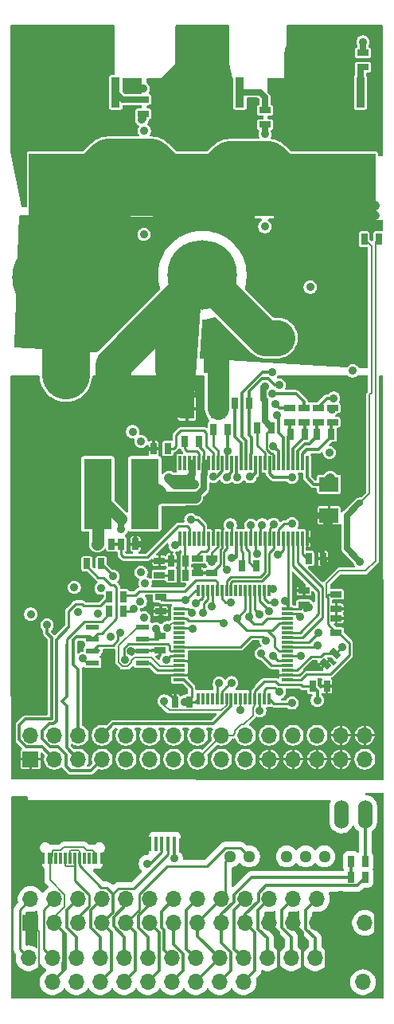
<source format=gtl>
%TF.GenerationSoftware,KiCad,Pcbnew,9.0.4-9.0.4-0~ubuntu24.04.1*%
%TF.CreationDate,2025-08-23T18:45:23+02:00*%
%TF.ProjectId,BLDC_4,424c4443-5f34-42e6-9b69-6361645f7063,4.13*%
%TF.SameCoordinates,Original*%
%TF.FileFunction,Copper,L1,Top*%
%TF.FilePolarity,Positive*%
%FSLAX46Y46*%
G04 Gerber Fmt 4.6, Leading zero omitted, Abs format (unit mm)*
G04 Created by KiCad (PCBNEW 9.0.4-9.0.4-0~ubuntu24.04.1) date 2025-08-23 18:45:23*
%MOMM*%
%LPD*%
G01*
G04 APERTURE LIST*
G04 Aperture macros list*
%AMRotRect*
0 Rectangle, with rotation*
0 The origin of the aperture is its center*
0 $1 length*
0 $2 width*
0 $3 Rotation angle, in degrees counterclockwise*
0 Add horizontal line*
21,1,$1,$2,0,0,$3*%
G04 Aperture macros list end*
%TA.AperFunction,ComponentPad*%
%ADD10O,1.000000X1.800000*%
%TD*%
%TA.AperFunction,ComponentPad*%
%ADD11O,1.000000X2.100000*%
%TD*%
%TA.AperFunction,SMDPad,CuDef*%
%ADD12R,0.600000X1.240000*%
%TD*%
%TA.AperFunction,SMDPad,CuDef*%
%ADD13R,0.300000X1.240000*%
%TD*%
%TA.AperFunction,SMDPad,CuDef*%
%ADD14R,1.849120X5.499100*%
%TD*%
%TA.AperFunction,SMDPad,CuDef*%
%ADD15R,5.000000X4.000000*%
%TD*%
%TA.AperFunction,SMDPad,CuDef*%
%ADD16R,10.800080X8.150860*%
%TD*%
%TA.AperFunction,SMDPad,CuDef*%
%ADD17R,0.899160X3.200400*%
%TD*%
%TA.AperFunction,SMDPad,CuDef*%
%ADD18R,0.300000X1.300480*%
%TD*%
%TA.AperFunction,SMDPad,CuDef*%
%ADD19R,1.300480X0.300000*%
%TD*%
%TA.AperFunction,SMDPad,CuDef*%
%ADD20R,0.299720X1.501140*%
%TD*%
%TA.AperFunction,SMDPad,CuDef*%
%ADD21R,7.000240X3.599180*%
%TD*%
%TA.AperFunction,SMDPad,CuDef*%
%ADD22R,1.524000X2.032000*%
%TD*%
%TA.AperFunction,SMDPad,CuDef*%
%ADD23R,1.143000X0.635000*%
%TD*%
%TA.AperFunction,SMDPad,CuDef*%
%ADD24RotRect,0.635000X1.143000X45.000000*%
%TD*%
%TA.AperFunction,SMDPad,CuDef*%
%ADD25R,0.635000X1.143000*%
%TD*%
%TA.AperFunction,SMDPad,CuDef*%
%ADD26R,2.032000X1.524000*%
%TD*%
%TA.AperFunction,SMDPad,CuDef*%
%ADD27R,1.399540X0.599440*%
%TD*%
%TA.AperFunction,SMDPad,CuDef*%
%ADD28R,2.997200X7.498080*%
%TD*%
%TA.AperFunction,ComponentPad*%
%ADD29R,2.400000X2.400000*%
%TD*%
%TA.AperFunction,ComponentPad*%
%ADD30C,2.400000*%
%TD*%
%TA.AperFunction,ComponentPad*%
%ADD31O,1.524000X3.048000*%
%TD*%
%TA.AperFunction,ComponentPad*%
%ADD32R,1.700000X1.700000*%
%TD*%
%TA.AperFunction,ComponentPad*%
%ADD33O,1.700000X1.700000*%
%TD*%
%TA.AperFunction,SMDPad,CuDef*%
%ADD34R,0.400000X1.650000*%
%TD*%
%TA.AperFunction,SMDPad,CuDef*%
%ADD35R,1.825000X0.700000*%
%TD*%
%TA.AperFunction,SMDPad,CuDef*%
%ADD36R,2.000000X1.500000*%
%TD*%
%TA.AperFunction,SMDPad,CuDef*%
%ADD37R,1.350000X2.000000*%
%TD*%
%TA.AperFunction,ComponentPad*%
%ADD38O,1.350000X1.700000*%
%TD*%
%TA.AperFunction,ComponentPad*%
%ADD39O,1.100000X1.500000*%
%TD*%
%TA.AperFunction,SMDPad,CuDef*%
%ADD40R,1.430000X2.500000*%
%TD*%
%TA.AperFunction,ComponentPad*%
%ADD41C,1.300480*%
%TD*%
%TA.AperFunction,ComponentPad*%
%ADD42C,7.400000*%
%TD*%
%TA.AperFunction,ViaPad*%
%ADD43C,0.900000*%
%TD*%
%TA.AperFunction,ViaPad*%
%ADD44C,1.524000*%
%TD*%
%TA.AperFunction,Conductor*%
%ADD45C,0.635000*%
%TD*%
%TA.AperFunction,Conductor*%
%ADD46C,1.270000*%
%TD*%
%TA.AperFunction,Conductor*%
%ADD47C,0.304800*%
%TD*%
%TA.AperFunction,Conductor*%
%ADD48C,0.254000*%
%TD*%
%TA.AperFunction,Conductor*%
%ADD49C,1.016000*%
%TD*%
%TA.AperFunction,Conductor*%
%ADD50C,0.203200*%
%TD*%
%TA.AperFunction,Conductor*%
%ADD51C,0.508000*%
%TD*%
%TA.AperFunction,Conductor*%
%ADD52C,0.406400*%
%TD*%
%TA.AperFunction,Conductor*%
%ADD53C,3.810000*%
%TD*%
%TA.AperFunction,Conductor*%
%ADD54C,2.286000*%
%TD*%
%TA.AperFunction,Conductor*%
%ADD55C,0.200000*%
%TD*%
%TA.AperFunction,Conductor*%
%ADD56C,5.080000*%
%TD*%
%TA.AperFunction,Conductor*%
%ADD57C,0.889000*%
%TD*%
%TA.AperFunction,Conductor*%
%ADD58C,0.160000*%
%TD*%
G04 APERTURE END LIST*
D10*
%TO.P,J803,S1,SHIELD*%
%TO.N,/connboard/GND*%
X79380000Y-148990000D03*
D11*
X79380000Y-153190000D03*
D10*
X88020000Y-148990000D03*
D11*
X88020000Y-153190000D03*
D12*
%TO.P,J803,B12,GND*%
X86900000Y-153790000D03*
%TO.P,J803,B9,VBUS*%
%TO.N,/connboard/USB_VBUS*%
X86100000Y-153790000D03*
D13*
%TO.P,J803,B8,SBU2*%
%TO.N,unconnected-(J803-SBU2-PadB8)*%
X85450000Y-153790000D03*
%TO.P,J803,B7,D-*%
%TO.N,/connboard/USB_DM*%
X84450000Y-153790000D03*
%TO.P,J803,B6,D+*%
%TO.N,/connboard/USB_DP*%
X82950000Y-153790000D03*
%TO.P,J803,B5,CC2*%
%TO.N,unconnected-(J803-CC2-PadB5)*%
X81950000Y-153790000D03*
D12*
%TO.P,J803,B4,VBUS*%
%TO.N,/connboard/USB_VBUS*%
X81300000Y-153790000D03*
%TO.P,J803,B1,GND*%
%TO.N,/connboard/GND*%
X80500000Y-153790000D03*
%TO.P,J803,A12,GND*%
X80500000Y-153790000D03*
%TO.P,J803,A9,VBUS*%
%TO.N,/connboard/USB_VBUS*%
X81300000Y-153790000D03*
D13*
%TO.P,J803,A8,SBU1*%
%TO.N,unconnected-(J803-SBU1-PadA8)*%
X82450000Y-153790000D03*
%TO.P,J803,A7,D-*%
%TO.N,/connboard/USB_DM*%
X83450000Y-153790000D03*
%TO.P,J803,A6,D+*%
%TO.N,/connboard/USB_DP*%
X83950000Y-153790000D03*
%TO.P,J803,A5,CC1*%
%TO.N,unconnected-(J803-CC1-PadA5)*%
X84950000Y-153790000D03*
D12*
%TO.P,J803,A4,VBUS*%
%TO.N,/connboard/USB_VBUS*%
X86100000Y-153790000D03*
%TO.P,J803,A1,GND*%
%TO.N,/connboard/GND*%
X86900000Y-153790000D03*
%TD*%
D14*
%TO.P,C37,1*%
%TO.N,GND*%
X93424440Y-99500000D03*
%TO.P,C37,2*%
%TO.N,V_SUPPLY*%
X98575560Y-99500000D03*
%TD*%
D15*
%TO.P,P6,1,1*%
%TO.N,/Mosfet driver/H3_VS*%
X84881290Y-67955580D03*
%TD*%
%TO.P,P9,1,1*%
%TO.N,/Mosfet driver/H1_VS*%
X109265290Y-67955580D03*
%TD*%
D16*
%TO.P,Q1,D,D*%
%TO.N,V_SUPPLY*%
X110535290Y-83000000D03*
D17*
%TO.P,Q1,G,G*%
%TO.N,Net-(Q1-PadG)*%
X114345290Y-72398040D03*
%TO.P,Q1,S,S*%
%TO.N,/Mosfet driver/H1_VS*%
X113075290Y-72398040D03*
X111805290Y-72398040D03*
X109265290Y-72398040D03*
X107995290Y-72398040D03*
X106725290Y-72398040D03*
%TD*%
D16*
%TO.P,Q3,D,D*%
%TO.N,V_SUPPLY*%
X97708290Y-83000000D03*
D17*
%TO.P,Q3,G,G*%
%TO.N,Net-(Q3-PadG)*%
X101518290Y-72398040D03*
%TO.P,Q3,S,S*%
%TO.N,/Mosfet driver/H2_VS*%
X100248290Y-72398040D03*
X98978290Y-72398040D03*
X96438290Y-72398040D03*
X95168290Y-72398040D03*
X93898290Y-72398040D03*
%TD*%
D16*
%TO.P,Q5,D,D*%
%TO.N,V_SUPPLY*%
X84500290Y-83000000D03*
D17*
%TO.P,Q5,G,G*%
%TO.N,Net-(Q5-PadG)*%
X88310290Y-72398040D03*
%TO.P,Q5,S,S*%
%TO.N,/Mosfet driver/H3_VS*%
X87040290Y-72398040D03*
X85770290Y-72398040D03*
X83230290Y-72398040D03*
X81960290Y-72398040D03*
X80690290Y-72398040D03*
%TD*%
D18*
%TO.P,U1,1,VBAT*%
%TO.N,VCC*%
X97088960Y-136814560D03*
%TO.P,U1,2,PC13_(RTC_AF1)*%
%TO.N,unconnected-(U1-PC13_(RTC_AF1)-Pad2)*%
X97586800Y-136814560D03*
%TO.P,U1,3,PC14-OSC32_IN*%
%TO.N,unconnected-(U1-PC14-OSC32_IN-Pad3)*%
X98087180Y-136814560D03*
%TO.P,U1,4,PC15-OSC32_OUT*%
%TO.N,unconnected-(U1-PC15-OSC32_OUT-Pad4)*%
X98587560Y-136814560D03*
%TO.P,U1,5,PH0-OSC_IN*%
%TO.N,Net-(U1-PH0-OSC_IN)*%
X99087940Y-136814560D03*
%TO.P,U1,6,PH1-OSC_OUT*%
%TO.N,Net-(U1-PH1-OSC_OUT)*%
X99588320Y-136814560D03*
%TO.P,U1,7,NRST*%
%TO.N,NRST*%
X100088700Y-136814560D03*
%TO.P,U1,8,PC0(ADC123_IN10)*%
%TO.N,/TEMP_IN*%
X100589080Y-136814560D03*
%TO.P,U1,9,PC1(ADC123_IN11)*%
%TO.N,unconnected-(U1-PC1(ADC123_IN11)-Pad9)*%
X101086920Y-136814560D03*
%TO.P,U1,10,PC2(ADC123_IN12)*%
%TO.N,/MCU/AN_IN*%
X101587300Y-136814560D03*
%TO.P,U1,11,PC3(ADC123_IN13)*%
%TO.N,unconnected-(U1-PC3(ADC123_IN13)-Pad11)*%
X102087680Y-136814560D03*
%TO.P,U1,12,VSSA*%
%TO.N,GND*%
X102588060Y-136814560D03*
%TO.P,U1,13,VDDA*%
%TO.N,VCC*%
X103088440Y-136814560D03*
%TO.P,U1,14,PA0(ADC123_IN0/WKUP)*%
%TO.N,/MCU/SENS3*%
X103588820Y-136814560D03*
%TO.P,U1,15,PA1(ADC123_IN1)*%
%TO.N,/MCU/SENS2*%
X104089200Y-136814560D03*
%TO.P,U1,16,PA2(ADC123_IN2)*%
%TO.N,/MCU/SENS1*%
X104587040Y-136814560D03*
D19*
%TO.P,U1,17,PA3(ADC123_IN3)*%
%TO.N,/MCU/ADC_TEMP*%
X106588560Y-134813040D03*
%TO.P,U1,18,VSS*%
%TO.N,GND*%
X106588560Y-134315200D03*
%TO.P,U1,19,VDD*%
%TO.N,VCC*%
X106588560Y-133814820D03*
%TO.P,U1,20,PA4(ADC12_IN4/DAC1_OUT)*%
%TO.N,/TX_SDA*%
X106588560Y-133314440D03*
%TO.P,U1,21,PA5(ADC12_IN5/DAC2_OUT)*%
%TO.N,/SCK_ADC_EXT*%
X106588560Y-132814060D03*
%TO.P,U1,22,PA6(ADC12_IN6)*%
%TO.N,/MISO_RX_SCL*%
X106588560Y-132313680D03*
%TO.P,U1,23,PA7(ADC12_IN7)*%
%TO.N,/RX_SCL_MOSI*%
X106588560Y-131813300D03*
%TO.P,U1,24,PC4(ADC12_IN14)*%
%TO.N,/MCU/LED_GREEN*%
X106588560Y-131312920D03*
%TO.P,U1,25,PC5(ADC12_IN15)*%
%TO.N,/MCU/LED_RED*%
X106588560Y-130815080D03*
%TO.P,U1,26,PB0(ADC12_IN8)*%
%TO.N,/MCU/BR_SO2*%
X106588560Y-130314700D03*
%TO.P,U1,27,PB1(ADC12_IN9)*%
%TO.N,/MCU/BR_SO1*%
X106588560Y-129814320D03*
%TO.P,U1,28,PB2-BOOT1*%
%TO.N,unconnected-(U1-PB2-BOOT1-Pad28)*%
X106588560Y-129313940D03*
%TO.P,U1,29,PB10*%
%TO.N,/RX_SCL_MOSI*%
X106588560Y-128813560D03*
%TO.P,U1,30,PB11*%
%TO.N,/TX_SDA*%
X106588560Y-128313180D03*
%TO.P,U1,31,VCAP1*%
%TO.N,Net-(U1-VCAP1)*%
X106588560Y-127812800D03*
%TO.P,U1,32,VDD*%
%TO.N,VCC*%
X106588560Y-127314960D03*
D18*
%TO.P,U1,33,PB12*%
%TO.N,/MCU/DC_CAL*%
X104587040Y-125313440D03*
%TO.P,U1,34,PB13(OTG_HS_VBUS)*%
%TO.N,/MCU/L3*%
X104089200Y-125313440D03*
%TO.P,U1,35,PB14*%
%TO.N,/MCU/L2*%
X103588820Y-125313440D03*
%TO.P,U1,36,PB15*%
%TO.N,/MCU/L1*%
X103088440Y-125313440D03*
%TO.P,U1,37,PC6*%
%TO.N,/TX_SDA*%
X102588060Y-125313440D03*
%TO.P,U1,38,PC7*%
%TO.N,/RX_SCL_MOSI*%
X102087680Y-125313440D03*
%TO.P,U1,39,PC8*%
%TO.N,unconnected-(U1-PC8-Pad39)*%
X101587300Y-125313440D03*
%TO.P,U1,40,PC9*%
%TO.N,unconnected-(U1-PC9-Pad40)*%
X101086920Y-125313440D03*
%TO.P,U1,41,PA8*%
%TO.N,/MCU/H3*%
X100589080Y-125313440D03*
%TO.P,U1,42,PA9(OTG_FS_VBUS)*%
%TO.N,/MCU/H2*%
X100088700Y-125313440D03*
%TO.P,U1,43,PA10*%
%TO.N,/MCU/H1*%
X99588320Y-125313440D03*
%TO.P,U1,44,PA11*%
%TO.N,/MCU/USB_DM*%
X99087940Y-125313440D03*
%TO.P,U1,45,PA12*%
%TO.N,/MCU/USB_DP*%
X98587560Y-125313440D03*
%TO.P,U1,46,PA13(JTMS-SWDIO)*%
%TO.N,SWDIO*%
X98087180Y-125313440D03*
%TO.P,U1,47,VCAP2*%
%TO.N,Net-(U1-VCAP2)*%
X97586800Y-125313440D03*
%TO.P,U1,48,VDD*%
%TO.N,VCC*%
X97088960Y-125313440D03*
D19*
%TO.P,U1,49,PA14(JTCK-SWCLK)*%
%TO.N,SWCLK*%
X95087440Y-127314960D03*
%TO.P,U1,50,PA15(JTDI)*%
%TO.N,unconnected-(U1-PA15(JTDI)-Pad50)*%
X95087440Y-127812800D03*
%TO.P,U1,51,PC10*%
%TO.N,/MCU/EN_GATE*%
X95087440Y-128313180D03*
%TO.P,U1,52,PC11*%
%TO.N,/Filters/HALL3_OUT*%
X95087440Y-128813560D03*
%TO.P,U1,53,PC12*%
%TO.N,/MCU/FAULT*%
X95087440Y-129313940D03*
%TO.P,U1,54,PD2*%
%TO.N,unconnected-(U1-PD2-Pad54)*%
X95087440Y-129814320D03*
%TO.P,U1,55,PB3(JTDO/TRACESWO)*%
%TO.N,unconnected-(U1-PB3(JTDO{slash}TRACESWO)-Pad55)*%
X95087440Y-130314700D03*
%TO.P,U1,56,PB4(NJTRST)*%
%TO.N,unconnected-(U1-PB4(NJTRST)-Pad56)*%
X95087440Y-130815080D03*
%TO.P,U1,57,PB5*%
%TO.N,/SERVO_SIGNAL*%
X95087440Y-131312920D03*
%TO.P,U1,58,PB6*%
%TO.N,/Filters/HALL1_OUT*%
X95087440Y-131813300D03*
%TO.P,U1,59,PB7*%
%TO.N,/Filters/HALL2_OUT*%
X95087440Y-132313680D03*
%TO.P,U1,60,BOOT0(VPP)*%
%TO.N,GND*%
X95087440Y-132814060D03*
%TO.P,U1,61,PB8*%
%TO.N,/CAN bus transceiver/CAN_RX*%
X95087440Y-133314440D03*
%TO.P,U1,62,PB9*%
%TO.N,/CAN bus transceiver/CAN_TX*%
X95087440Y-133814820D03*
%TO.P,U1,63,VSS*%
%TO.N,GND*%
X95087440Y-134315200D03*
%TO.P,U1,64,VDD*%
%TO.N,VCC*%
X95087440Y-134813040D03*
%TD*%
D20*
%TO.P,U3,1,RT_CLK*%
%TO.N,Net-(U3-RT_CLK)*%
X95158560Y-119824500D03*
%TO.P,U3,2,COMP*%
%TO.N,Net-(U3-COMP)*%
X95656400Y-119824500D03*
%TO.P,U3,3,VSENSE*%
%TO.N,Net-(U3-VSENSE)*%
X96156780Y-119824500D03*
%TO.P,U3,4,PWRGD*%
%TO.N,unconnected-(U3-PWRGD-Pad4)*%
X96657160Y-119824500D03*
%TO.P,U3,5,OCTW*%
%TO.N,unconnected-(U3-OCTW-Pad5)*%
X97157540Y-119824500D03*
%TO.P,U3,6,FAULT*%
%TO.N,/MCU/FAULT*%
X97657920Y-119824500D03*
%TO.P,U3,7,DTC*%
%TO.N,Net-(U3-DTC)*%
X98158300Y-119824500D03*
%TO.P,U3,8,M_PWM*%
%TO.N,GND*%
X98656140Y-119824500D03*
%TO.P,U3,9,M_OC*%
%TO.N,VCC*%
X99156520Y-119824500D03*
%TO.P,U3,10,GAIN*%
%TO.N,GND*%
X99656900Y-119824500D03*
%TO.P,U3,11,OC_ADJ*%
%TO.N,Net-(U3-DVDD)*%
X100157280Y-119824500D03*
%TO.P,U3,12,DC_CAL*%
%TO.N,/MCU/DC_CAL*%
X100657660Y-119824500D03*
%TO.P,U3,13,GVDD*%
%TO.N,Net-(U3-GVDD)*%
X101158040Y-119824500D03*
%TO.P,U3,14,CP1*%
%TO.N,Net-(U3-CP1)*%
X101658420Y-119824500D03*
%TO.P,U3,15,CP2*%
%TO.N,Net-(U3-CP2)*%
X102156260Y-119824500D03*
%TO.P,U3,16,EN_GATE*%
%TO.N,/MCU/EN_GATE*%
X102656640Y-119824500D03*
%TO.P,U3,17,INH_A*%
%TO.N,/MCU/H1*%
X103157020Y-119824500D03*
%TO.P,U3,18,INL_A*%
%TO.N,/MCU/L1*%
X103657400Y-119824500D03*
%TO.P,U3,19,INH_B*%
%TO.N,/MCU/H2*%
X104157780Y-119824500D03*
%TO.P,U3,20,INL_B*%
%TO.N,/MCU/L2*%
X104658160Y-119824500D03*
%TO.P,U3,21,INH_C*%
%TO.N,/MCU/H3*%
X105158540Y-119824500D03*
%TO.P,U3,22,INL_C*%
%TO.N,/MCU/L3*%
X105656380Y-119824500D03*
%TO.P,U3,23,DVDD*%
%TO.N,Net-(U3-DVDD)*%
X106156760Y-119824500D03*
%TO.P,U3,24,REF*%
%TO.N,VCC*%
X106657140Y-119824500D03*
%TO.P,U3,25,SO1*%
%TO.N,/MCU/BR_SO1*%
X107157520Y-119824500D03*
%TO.P,U3,26,SO2*%
%TO.N,/MCU/BR_SO2*%
X107657900Y-119824500D03*
%TO.P,U3,27,AVDD*%
%TO.N,Net-(U3-AVDD)*%
X108158280Y-119824500D03*
%TO.P,U3,28,AGND*%
%TO.N,GND*%
X108656120Y-119824500D03*
%TO.P,U3,29,PVDD1*%
%TO.N,V_SUPPLY*%
X108656120Y-111823500D03*
%TO.P,U3,30,SP2*%
%TO.N,Net-(U3-SP2)*%
X108158280Y-111823500D03*
%TO.P,U3,31,SN2*%
%TO.N,Net-(U3-SN2)*%
X107657900Y-111823500D03*
%TO.P,U3,32,SP1*%
%TO.N,Net-(U3-SP1)*%
X107157520Y-111823500D03*
%TO.P,U3,33,SN1*%
%TO.N,Net-(U3-SN1)*%
X106657140Y-111823500D03*
%TO.P,U3,34,SL_C*%
%TO.N,/Mosfet driver/H3_LOW*%
X106156760Y-111823500D03*
%TO.P,U3,35,GL_C*%
%TO.N,/Mosfet driver/M_L3*%
X105656380Y-111823500D03*
%TO.P,U3,36,SH_C*%
%TO.N,/Mosfet driver/H3_VS*%
X105158540Y-111823500D03*
%TO.P,U3,37,GH_C*%
%TO.N,/Mosfet driver/M_H3*%
X104658160Y-111823500D03*
%TO.P,U3,38,BST_C*%
%TO.N,Net-(U3-BST_C)*%
X104157780Y-111823500D03*
%TO.P,U3,39,SL_B*%
%TO.N,GND*%
X103657400Y-111823500D03*
%TO.P,U3,40,GL_B*%
%TO.N,/Mosfet driver/M_L2*%
X103157020Y-111823500D03*
%TO.P,U3,41,SH_B*%
%TO.N,/Mosfet driver/H2_VS*%
X102656640Y-111823500D03*
%TO.P,U3,42,GH_B*%
%TO.N,/Mosfet driver/M_H2*%
X102156260Y-111823500D03*
%TO.P,U3,43,BST_B*%
%TO.N,Net-(U3-BST_B)*%
X101658420Y-111823500D03*
%TO.P,U3,44,SL_A*%
%TO.N,/Mosfet driver/H1_LOW*%
X101158040Y-111823500D03*
%TO.P,U3,45,GL_A*%
%TO.N,/Mosfet driver/M_L1*%
X100657660Y-111823500D03*
%TO.P,U3,46,SH_A*%
%TO.N,/Mosfet driver/H1_VS*%
X100157280Y-111823500D03*
%TO.P,U3,47,GH_A*%
%TO.N,/Mosfet driver/M_H1*%
X99656900Y-111823500D03*
%TO.P,U3,48,BST_A*%
%TO.N,Net-(U3-BST_A)*%
X99156520Y-111823500D03*
%TO.P,U3,49,BIAS*%
%TO.N,Net-(U3-BIAS)*%
X98656140Y-111823500D03*
%TO.P,U3,50,PH*%
%TO.N,Net-(D4-K)*%
X98158300Y-111823500D03*
%TO.P,U3,51,PH*%
X97657920Y-111823500D03*
%TO.P,U3,52,BST_BK*%
%TO.N,Net-(U3-BST_BK)*%
X97157540Y-111823500D03*
%TO.P,U3,53,PVDD2*%
%TO.N,V_SUPPLY*%
X96657160Y-111823500D03*
%TO.P,U3,54,PVDD2*%
X96156780Y-111823500D03*
%TO.P,U3,55,EN_BUCK*%
%TO.N,unconnected-(U3-EN_BUCK-Pad55)*%
X95656400Y-111823500D03*
%TO.P,U3,56,SS_TR*%
%TO.N,unconnected-(U3-SS_TR-Pad56)*%
X95158560Y-111823500D03*
D21*
%TO.P,U3,57,GND(POWER_PAD)*%
%TO.N,GND*%
X101854000Y-115824000D03*
%TD*%
D15*
%TO.P,P7,1,1*%
%TO.N,/Mosfet driver/H2_VS*%
X97581290Y-67955580D03*
%TD*%
D22*
%TO.P,C1,1*%
%TO.N,GND*%
X95885000Y-106045000D03*
%TO.P,C1,2*%
%TO.N,V_SUPPLY*%
X99187000Y-106045000D03*
%TD*%
%TO.P,C8,1*%
%TO.N,GND*%
X95885000Y-103505000D03*
%TO.P,C8,2*%
%TO.N,V_SUPPLY*%
X99187000Y-103505000D03*
%TD*%
D23*
%TO.P,C10,1*%
%TO.N,GND*%
X108331000Y-125349000D03*
%TO.P,C10,2*%
%TO.N,VCC*%
X108331000Y-126873000D03*
%TD*%
D24*
%TO.P,C11,1*%
%TO.N,GND*%
X110586185Y-133126815D03*
%TO.P,C11,2*%
%TO.N,VCC*%
X111663815Y-132049185D03*
%TD*%
D23*
%TO.P,C12,1*%
%TO.N,GND*%
X98552000Y-123444000D03*
%TO.P,C12,2*%
%TO.N,VCC*%
X98552000Y-121920000D03*
%TD*%
%TO.P,C13,1*%
%TO.N,GND*%
X93100000Y-127562000D03*
%TO.P,C13,2*%
%TO.N,VCC*%
X93100000Y-126038000D03*
%TD*%
D25*
%TO.P,C19,1*%
%TO.N,GND*%
X94234000Y-122174000D03*
%TO.P,C19,2*%
%TO.N,Net-(U3-COMP)*%
X95758000Y-122174000D03*
%TD*%
D23*
%TO.P,C21,1*%
%TO.N,GND*%
X92964000Y-122174000D03*
%TO.P,C21,2*%
%TO.N,Net-(C21-Pad2)*%
X92964000Y-123698000D03*
%TD*%
D25*
%TO.P,C22,1*%
%TO.N,Net-(U3-CP1)*%
X101727000Y-122682000D03*
%TO.P,C22,2*%
%TO.N,Net-(U3-CP2)*%
X103251000Y-122682000D03*
%TD*%
%TO.P,C23,1*%
%TO.N,GND*%
X110363000Y-121920000D03*
%TO.P,C23,2*%
%TO.N,Net-(U3-AVDD)*%
X108839000Y-121920000D03*
%TD*%
%TO.P,C27,1*%
%TO.N,Net-(D4-K)*%
X97155000Y-109474000D03*
%TO.P,C27,2*%
%TO.N,Net-(U3-BST_BK)*%
X95631000Y-109474000D03*
%TD*%
%TO.P,C28,1*%
%TO.N,/Mosfet driver/H1_VS*%
X100203000Y-108204000D03*
%TO.P,C28,2*%
%TO.N,Net-(U3-BST_A)*%
X98679000Y-108204000D03*
%TD*%
%TO.P,C29,1*%
%TO.N,/Mosfet driver/H2_VS*%
X102489000Y-105410000D03*
%TO.P,C29,2*%
%TO.N,Net-(U3-BST_B)*%
X100965000Y-105410000D03*
%TD*%
%TO.P,C30,1*%
%TO.N,/Mosfet driver/H3_VS*%
X104902000Y-108077000D03*
%TO.P,C30,2*%
%TO.N,Net-(U3-BST_C)*%
X103378000Y-108077000D03*
%TD*%
%TO.P,C31,1*%
%TO.N,GND*%
X110762000Y-135500000D03*
%TO.P,C31,2*%
%TO.N,VCC*%
X109238000Y-135500000D03*
%TD*%
%TO.P,C34,1*%
%TO.N,Net-(U3-SN1)*%
X106934000Y-108712000D03*
%TO.P,C34,2*%
%TO.N,Net-(U3-SP1)*%
X108458000Y-108712000D03*
%TD*%
%TO.P,C35,1*%
%TO.N,GND*%
X94615000Y-137160000D03*
%TO.P,C35,2*%
%TO.N,VCC*%
X96139000Y-137160000D03*
%TD*%
%TO.P,C36,1*%
%TO.N,Net-(U3-SN2)*%
X109728000Y-108712000D03*
%TO.P,C36,2*%
%TO.N,Net-(U3-SP2)*%
X111252000Y-108712000D03*
%TD*%
D26*
%TO.P,C39,1*%
%TO.N,GND*%
X110998000Y-117348000D03*
%TO.P,C39,2*%
%TO.N,V_SUPPLY*%
X110998000Y-114046000D03*
%TD*%
D23*
%TO.P,C41,1*%
%TO.N,/MCU/ADC_TEMP*%
X111760000Y-125730000D03*
%TO.P,C41,2*%
%TO.N,GND*%
X111760000Y-127254000D03*
%TD*%
%TO.P,C401,1*%
%TO.N,VCC*%
X93000000Y-130188000D03*
%TO.P,C401,2*%
%TO.N,GND*%
X93000000Y-131712000D03*
%TD*%
D25*
%TO.P,R1,1*%
%TO.N,VCC*%
X114738000Y-88000000D03*
%TO.P,R1,2*%
%TO.N,/MCU/ADC_TEMP*%
X116262000Y-88000000D03*
%TD*%
D23*
%TO.P,R2,1*%
%TO.N,/MCU/ADC_TEMP*%
X111760000Y-129794000D03*
%TO.P,R2,2*%
%TO.N,GND*%
X111760000Y-128270000D03*
%TD*%
D25*
%TO.P,R17,1*%
%TO.N,+5V*%
X86360000Y-120396000D03*
%TO.P,R17,2*%
%TO.N,Net-(U3-VSENSE)*%
X87884000Y-120396000D03*
%TD*%
%TO.P,R18,1*%
%TO.N,Net-(U3-VSENSE)*%
X88900000Y-120396000D03*
%TO.P,R18,2*%
%TO.N,GND*%
X90424000Y-120396000D03*
%TD*%
%TO.P,R19,1*%
%TO.N,Net-(C21-Pad2)*%
X94234000Y-123698000D03*
%TO.P,R19,2*%
%TO.N,Net-(U3-COMP)*%
X95758000Y-123698000D03*
%TD*%
D23*
%TO.P,R20,1*%
%TO.N,Net-(U3-DTC)*%
X97028000Y-121920000D03*
%TO.P,R20,2*%
%TO.N,GND*%
X97028000Y-123444000D03*
%TD*%
D25*
%TO.P,R25,1*%
%TO.N,GND*%
X92329000Y-110236000D03*
%TO.P,R25,2*%
%TO.N,Net-(U3-BIAS)*%
X93853000Y-110236000D03*
%TD*%
D23*
%TO.P,R28,1*%
%TO.N,Net-(Q1-PadG)*%
X114599290Y-69733580D03*
%TO.P,R28,2*%
%TO.N,/Mosfet driver/M_H1*%
X114599290Y-68209580D03*
%TD*%
%TO.P,R34,1*%
%TO.N,Net-(Q3-PadG)*%
X104185290Y-74305580D03*
%TO.P,R34,2*%
%TO.N,/Mosfet driver/M_H2*%
X104185290Y-75829580D03*
%TD*%
%TO.P,R42,1*%
%TO.N,Net-(Q5-PadG)*%
X91231290Y-73162580D03*
%TO.P,R42,2*%
%TO.N,/Mosfet driver/M_H3*%
X91231290Y-74686580D03*
%TD*%
%TO.P,R48,1*%
%TO.N,/Mosfet driver/SH1_A*%
X106807000Y-105918000D03*
%TO.P,R48,2*%
%TO.N,Net-(U3-SN1)*%
X106807000Y-107442000D03*
%TD*%
%TO.P,R49,1*%
%TO.N,/Mosfet driver/SH1_B*%
X108331000Y-105918000D03*
%TO.P,R49,2*%
%TO.N,Net-(U3-SP1)*%
X108331000Y-107442000D03*
%TD*%
%TO.P,R50,1*%
%TO.N,/Mosfet driver/SH2_A*%
X109855000Y-105918000D03*
%TO.P,R50,2*%
%TO.N,Net-(U3-SN2)*%
X109855000Y-107442000D03*
%TD*%
%TO.P,R51,1*%
%TO.N,/Mosfet driver/SH2_B*%
X111379000Y-105918000D03*
%TO.P,R51,2*%
%TO.N,Net-(U3-SP2)*%
X111379000Y-107442000D03*
%TD*%
D25*
%TO.P,R103,1*%
%TO.N,/MCU/USB_DP*%
X89162000Y-127550000D03*
%TO.P,R103,2*%
%TO.N,/USB_DP*%
X87638000Y-127550000D03*
%TD*%
%TO.P,R104,1*%
%TO.N,/MCU/USB_DM*%
X89162000Y-126000000D03*
%TO.P,R104,2*%
%TO.N,/USB_DM*%
X87638000Y-126000000D03*
%TD*%
%TO.P,R401,1*%
%TO.N,/CAN_H*%
X86762000Y-122500000D03*
%TO.P,R401,2*%
%TO.N,/CAN_L*%
X85238000Y-122500000D03*
%TD*%
D27*
%TO.P,U401,1,TXD*%
%TO.N,/CAN bus transceiver/CAN_TX*%
X91167000Y-133005000D03*
%TO.P,U401,2,VSS*%
%TO.N,GND*%
X91167000Y-131735000D03*
%TO.P,U401,3,VDD*%
%TO.N,VCC*%
X91167000Y-130465000D03*
%TO.P,U401,4,RXD*%
%TO.N,/CAN bus transceiver/CAN_RX*%
X91167000Y-129195000D03*
%TO.P,U401,5,Vref*%
%TO.N,unconnected-(U401-Vref-Pad5)*%
X85833000Y-129195000D03*
%TO.P,U401,6,CANL*%
%TO.N,/CAN_L*%
X85833000Y-130465000D03*
%TO.P,U401,7,CANH*%
%TO.N,/CAN_H*%
X85833000Y-131735000D03*
%TO.P,U401,8,Rs*%
%TO.N,Net-(U401-Rs)*%
X85833000Y-133005000D03*
%TD*%
D28*
%TO.P,L1,1,1*%
%TO.N,Net-(D4-K)*%
X91399360Y-115062000D03*
%TO.P,L1,2,2*%
%TO.N,+5V*%
X86400640Y-115062000D03*
%TD*%
D29*
%TO.P,C45,1*%
%TO.N,V_SUPPLY*%
X83000000Y-102500000D03*
D30*
%TO.P,C45,2*%
%TO.N,GND*%
X88000000Y-102500000D03*
%TD*%
D25*
%TO.P,R802,1*%
%TO.N,/connboard/SERVO_SIGNAL*%
X113338000Y-154100000D03*
%TO.P,R802,2*%
%TO.N,/connboard/SERVO_OUT*%
X114862000Y-154100000D03*
%TD*%
D29*
%TO.P,C42,1*%
%TO.N,V_SUPPLY*%
X110500000Y-98500000D03*
D30*
%TO.P,C42,2*%
%TO.N,GND*%
X105500000Y-98500000D03*
%TD*%
D31*
%TO.P,K801,1,P1*%
%TO.N,/connboard/SERVO_OUT*%
X114840000Y-149100000D03*
%TO.P,K801,2,PM*%
%TO.N,/connboard/5V*%
X112300000Y-149100000D03*
%TO.P,K801,3,P3*%
%TO.N,/connboard/GND*%
X109760000Y-149100000D03*
%TD*%
D32*
%TO.P,J101,1,Pin_1*%
%TO.N,GND*%
X79250000Y-143250000D03*
D33*
%TO.P,J101,2,Pin_2*%
%TO.N,+5V*%
X79250000Y-140710000D03*
%TO.P,J101,3,Pin_3*%
%TO.N,/USB_VBUS*%
X81790000Y-143250000D03*
%TO.P,J101,4,Pin_4*%
%TO.N,/CAN_H*%
X81790000Y-140710000D03*
%TO.P,J101,5,Pin_5*%
%TO.N,/USB_DP*%
X84330000Y-143250000D03*
%TO.P,J101,6,Pin_6*%
%TO.N,/CAN_L*%
X84330000Y-140710000D03*
%TO.P,J101,7,Pin_7*%
%TO.N,/USB_DM*%
X86870000Y-143250000D03*
%TO.P,J101,8,Pin_8*%
%TO.N,/TEMP_IN*%
X86870000Y-140710000D03*
%TO.P,J101,9,Pin_9*%
%TO.N,SWCLK*%
X89410000Y-143250000D03*
%TO.P,J101,10,Pin_10*%
%TO.N,/HALL1*%
X89410000Y-140710000D03*
%TO.P,J101,11,Pin_11*%
%TO.N,SWDIO*%
X91950000Y-143250000D03*
%TO.P,J101,12,Pin_12*%
%TO.N,/HALL2*%
X91950000Y-140710000D03*
%TO.P,J101,13,Pin_13*%
%TO.N,NRST*%
X94490000Y-143250000D03*
%TO.P,J101,14,Pin_14*%
%TO.N,/HALL3*%
X94490000Y-140710000D03*
%TO.P,J101,15,Pin_15*%
%TO.N,VCC*%
X97030000Y-143250000D03*
%TO.P,J101,16,Pin_16*%
%TO.N,+5V*%
X97030000Y-140710000D03*
%TO.P,J101,17,Pin_17*%
%TO.N,/SERVO_SIGNAL*%
X99570000Y-143250000D03*
%TO.P,J101,18,Pin_18*%
%TO.N,VCC*%
X99570000Y-140710000D03*
%TO.P,J101,19,Pin_19*%
%TO.N,unconnected-(J101-Pin_19-Pad19)*%
X102110000Y-143250000D03*
%TO.P,J101,20,Pin_20*%
%TO.N,/SCK_ADC_EXT*%
X102110000Y-140710000D03*
%TO.P,J101,21,Pin_21*%
%TO.N,GND*%
X104650000Y-143250000D03*
%TO.P,J101,22,Pin_22*%
%TO.N,/TX_SDA*%
X104650000Y-140710000D03*
%TO.P,J101,23,Pin_23*%
%TO.N,GND*%
X107190000Y-143250000D03*
%TO.P,J101,24,Pin_24*%
%TO.N,/RX_SCL_MOSI*%
X107190000Y-140710000D03*
%TO.P,J101,25,Pin_25*%
%TO.N,GND*%
X109730000Y-143250000D03*
%TO.P,J101,26,Pin_26*%
%TO.N,/MISO_RX_SCL*%
X109730000Y-140710000D03*
%TO.P,J101,27,Pin_27*%
%TO.N,GND*%
X112270000Y-143250000D03*
%TO.P,J101,28,Pin_28*%
X112270000Y-140710000D03*
%TO.P,J101,29,Pin_29*%
%TO.N,+5V*%
X114810000Y-143250000D03*
%TO.P,J101,30,Pin_30*%
%TO.N,GND*%
X114810000Y-140710000D03*
%TD*%
D25*
%TO.P,R801,1*%
%TO.N,/connboard/SERVO_SIGNAL*%
X113338000Y-155800000D03*
%TO.P,R801,2*%
%TO.N,/connboard/SERVO_INPUT*%
X114862000Y-155800000D03*
%TD*%
D34*
%TO.P,X801,1,VBUS*%
%TO.N,/connboard/USB_VBUS*%
X94500000Y-152300000D03*
%TO.P,X801,2,D-*%
%TO.N,/connboard/USB_DM*%
X93850000Y-152300000D03*
%TO.P,X801,3,D+*%
%TO.N,/connboard/USB_DP*%
X93200000Y-152300000D03*
%TO.P,X801,4,ID*%
%TO.N,unconnected-(X801-ID-Pad4)*%
X92550000Y-152300000D03*
%TO.P,X801,5,GND*%
%TO.N,/connboard/GND*%
X91900000Y-152300000D03*
D35*
%TO.P,X801,6,Shield*%
X96150000Y-151100000D03*
D36*
X96050000Y-152400000D03*
D37*
X95930000Y-150350000D03*
D38*
X95930000Y-149420000D03*
D39*
X95620000Y-152420000D03*
D40*
X94160000Y-149150000D03*
X92240000Y-149150000D03*
D39*
X90780000Y-152420000D03*
D38*
X90470000Y-149420000D03*
D37*
X90450000Y-150350000D03*
D36*
X90300000Y-152420000D03*
D35*
X90200000Y-151100000D03*
%TD*%
D32*
%TO.P,J802,1,Pin_1*%
%TO.N,/connboard/GND*%
X79047600Y-166950000D03*
D33*
%TO.P,J802,2,Pin_2*%
%TO.N,/connboard/5V*%
X79047600Y-164410000D03*
%TO.P,J802,3,Pin_3*%
%TO.N,/connboard/USB_VBUS*%
X81587600Y-166950000D03*
%TO.P,J802,4,Pin_4*%
%TO.N,/connboard/CAN_H*%
X81587600Y-164410000D03*
%TO.P,J802,5,Pin_5*%
%TO.N,/connboard/USB_DP*%
X84127600Y-166950000D03*
%TO.P,J802,6,Pin_6*%
%TO.N,/connboard/CAN_L*%
X84127600Y-164410000D03*
%TO.P,J802,7,Pin_7*%
%TO.N,/connboard/USB_DM*%
X86667600Y-166950000D03*
%TO.P,J802,8,Pin_8*%
%TO.N,/connboard/TEMP_IN*%
X86667600Y-164410000D03*
%TO.P,J802,9,Pin_9*%
%TO.N,/connboard/SWCLK*%
X89207600Y-166950000D03*
%TO.P,J802,10,Pin_10*%
%TO.N,/connboard/HALL1*%
X89207600Y-164410000D03*
%TO.P,J802,11,Pin_11*%
%TO.N,/connboard/SWDIO*%
X91747600Y-166950000D03*
%TO.P,J802,12,Pin_12*%
%TO.N,/connboard/HALL2*%
X91747600Y-164410000D03*
%TO.P,J802,13,Pin_13*%
%TO.N,/connboard/NRST*%
X94287600Y-166950000D03*
%TO.P,J802,14,Pin_14*%
%TO.N,/connboard/HALL3*%
X94287600Y-164410000D03*
%TO.P,J802,15,Pin_15*%
%TO.N,/connboard/VCC*%
X96827600Y-166950000D03*
%TO.P,J802,16,Pin_16*%
%TO.N,/connboard/5V*%
X96827600Y-164410000D03*
%TO.P,J802,17,Pin_17*%
%TO.N,/connboard/SERVO_SIGNAL*%
X99367600Y-166950000D03*
%TO.P,J802,18,Pin_18*%
%TO.N,/connboard/VCC*%
X99367600Y-164410000D03*
%TO.P,J802,19,Pin_19*%
%TO.N,/connboard/SERVO_INPUT*%
X101907600Y-166950000D03*
%TO.P,J802,20,Pin_20*%
%TO.N,/connboard/SCK_ADC_EXT*%
X101907600Y-164410000D03*
%TO.P,J802,21,Pin_21*%
%TO.N,/connboard/GND*%
X104447600Y-166950000D03*
%TO.P,J802,22,Pin_22*%
%TO.N,/connboard/TX_SDA*%
X104447600Y-164410000D03*
%TO.P,J802,23,Pin_23*%
%TO.N,/connboard/GND*%
X106987600Y-166950000D03*
%TO.P,J802,24,Pin_24*%
%TO.N,/connboard/RX_SCL_MOSI*%
X106987600Y-164410000D03*
%TO.P,J802,25,Pin_25*%
%TO.N,/connboard/GND*%
X109527600Y-166950000D03*
%TO.P,J802,26,Pin_26*%
%TO.N,/connboard/MISO_RX_SCL*%
X109527600Y-164410000D03*
%TO.P,J802,27,Pin_27*%
%TO.N,/connboard/GND*%
X112067600Y-166950000D03*
%TO.P,J802,28,Pin_28*%
X112067600Y-164410000D03*
%TO.P,J802,29,Pin_29*%
%TO.N,/connboard/5V*%
X114607600Y-166950000D03*
%TO.P,J802,30,Pin_30*%
%TO.N,/connboard/GND*%
X114607600Y-164410000D03*
%TD*%
D41*
%TO.P,P801,1,1*%
%TO.N,/connboard/VCC*%
X100498740Y-153600000D03*
%TO.P,P801,2,2*%
%TO.N,/connboard/SWCLK*%
X102500260Y-153600000D03*
%TO.P,P801,3,3*%
%TO.N,/connboard/GND*%
X104499240Y-153600000D03*
%TO.P,P801,4,4*%
%TO.N,/connboard/SWDIO*%
X106500760Y-153600000D03*
%TO.P,P801,5,5*%
%TO.N,/connboard/NRST*%
X108499740Y-153600000D03*
%TO.P,P801,6,6*%
%TO.N,unconnected-(P801-Pad6)*%
X110501260Y-153600000D03*
%TD*%
D32*
%TO.P,J801,1,Pin_1*%
%TO.N,/connboard/GND*%
X79247600Y-160650000D03*
D33*
%TO.P,J801,2,Pin_2*%
%TO.N,/connboard/5V*%
X79247600Y-158110000D03*
%TO.P,J801,3,Pin_3*%
%TO.N,/connboard/USB_VBUS*%
X81787600Y-160650000D03*
%TO.P,J801,4,Pin_4*%
%TO.N,/connboard/CAN_H*%
X81787600Y-158110000D03*
%TO.P,J801,5,Pin_5*%
%TO.N,/connboard/USB_DP*%
X84327600Y-160650000D03*
%TO.P,J801,6,Pin_6*%
%TO.N,/connboard/CAN_L*%
X84327600Y-158110000D03*
%TO.P,J801,7,Pin_7*%
%TO.N,/connboard/USB_DM*%
X86867600Y-160650000D03*
%TO.P,J801,8,Pin_8*%
%TO.N,/connboard/TEMP_IN*%
X86867600Y-158110000D03*
%TO.P,J801,9,Pin_9*%
%TO.N,/connboard/SWCLK*%
X89407600Y-160650000D03*
%TO.P,J801,10,Pin_10*%
%TO.N,/connboard/HALL1*%
X89407600Y-158110000D03*
%TO.P,J801,11,Pin_11*%
%TO.N,/connboard/SWDIO*%
X91947600Y-160650000D03*
%TO.P,J801,12,Pin_12*%
%TO.N,/connboard/HALL2*%
X91947600Y-158110000D03*
%TO.P,J801,13,Pin_13*%
%TO.N,/connboard/NRST*%
X94487600Y-160650000D03*
%TO.P,J801,14,Pin_14*%
%TO.N,/connboard/HALL3*%
X94487600Y-158110000D03*
%TO.P,J801,15,Pin_15*%
%TO.N,/connboard/VCC*%
X97027600Y-160650000D03*
%TO.P,J801,16,Pin_16*%
%TO.N,/connboard/5V*%
X97027600Y-158110000D03*
%TO.P,J801,17,Pin_17*%
%TO.N,/connboard/SERVO_SIGNAL*%
X99567600Y-160650000D03*
%TO.P,J801,18,Pin_18*%
%TO.N,/connboard/VCC*%
X99567600Y-158110000D03*
%TO.P,J801,19,Pin_19*%
%TO.N,/connboard/SERVO_INPUT*%
X102107600Y-160650000D03*
%TO.P,J801,20,Pin_20*%
%TO.N,/connboard/SCK_ADC_EXT*%
X102107600Y-158110000D03*
%TO.P,J801,21,Pin_21*%
%TO.N,/connboard/GND*%
X104647600Y-160650000D03*
%TO.P,J801,22,Pin_22*%
%TO.N,/connboard/TX_SDA*%
X104647600Y-158110000D03*
%TO.P,J801,23,Pin_23*%
%TO.N,/connboard/GND*%
X107187600Y-160650000D03*
%TO.P,J801,24,Pin_24*%
%TO.N,/connboard/RX_SCL_MOSI*%
X107187600Y-158110000D03*
%TO.P,J801,25,Pin_25*%
%TO.N,/connboard/GND*%
X109727600Y-160650000D03*
%TO.P,J801,26,Pin_26*%
%TO.N,/connboard/MISO_RX_SCL*%
X109727600Y-158110000D03*
%TO.P,J801,27,Pin_27*%
%TO.N,/connboard/GND*%
X112267600Y-160650000D03*
%TO.P,J801,28,Pin_28*%
X112267600Y-158110000D03*
%TO.P,J801,29,Pin_29*%
%TO.N,/connboard/5V*%
X114807600Y-160650000D03*
%TO.P,J801,30,Pin_30*%
%TO.N,/connboard/GND*%
X114807600Y-158110000D03*
%TD*%
D42*
%TO.P,P4,1,1*%
%TO.N,V_SUPPLY*%
X81011557Y-92084779D03*
%TD*%
%TO.P,P5,1,1*%
%TO.N,GND*%
X97532119Y-91824580D03*
%TD*%
D43*
%TO.N,+5V*%
X88900000Y-117729000D03*
X79269336Y-127852487D03*
X88900000Y-118800000D03*
X85979000Y-114935000D03*
%TO.N,GND*%
X110449994Y-122450703D03*
X99314000Y-117475000D03*
D44*
X93472000Y-104775000D03*
D43*
X86300000Y-126200000D03*
X107884778Y-124684778D03*
X89911992Y-131798828D03*
X87536000Y-131900155D03*
D44*
X94996000Y-104775000D03*
X94812871Y-106115871D03*
D43*
X90551000Y-110490012D03*
D44*
X81788000Y-110744000D03*
D43*
X101588001Y-118113737D03*
X81800000Y-112800000D03*
X113200000Y-128200000D03*
X103971384Y-113309383D03*
X110871000Y-118364000D03*
D44*
X83566000Y-110744000D03*
D43*
X98107954Y-135532065D03*
X91823218Y-122684218D03*
X98552000Y-116840000D03*
X102714530Y-133039966D03*
X84600000Y-131100000D03*
D44*
X93472000Y-103251000D03*
D43*
X97028000Y-123063000D03*
X93091000Y-128323290D03*
X110871000Y-119380000D03*
D44*
X93472000Y-106299000D03*
X80010000Y-110744000D03*
X94996000Y-103251000D03*
D43*
%TO.N,NRST*%
X93462024Y-137078307D03*
%TO.N,Net-(U1-PH0-OSC_IN)*%
X99300000Y-135200000D03*
%TO.N,Net-(U1-VCAP1)*%
X107894267Y-128160444D03*
%TO.N,Net-(U1-VCAP2)*%
X96840605Y-126724104D03*
%TO.N,Net-(U3-GVDD)*%
X100600000Y-121900000D03*
%TO.N,Net-(U3-DVDD)*%
X105537000Y-121539000D03*
X100132231Y-123100000D03*
%TO.N,Net-(D4-K)*%
X91948000Y-114935000D03*
X90805000Y-114935000D03*
%TO.N,Net-(U1-PH1-OSC_OUT)*%
X100632391Y-135135479D03*
%TO.N,/SERVO_SIGNAL*%
X104310799Y-130643738D03*
%TO.N,/SCK_ADC_EXT*%
X105019548Y-132283581D03*
%TO.N,SWCLK*%
X96388201Y-127714332D03*
%TO.N,SWDIO*%
X97600000Y-127700000D03*
%TO.N,VCC*%
X112394988Y-131318000D03*
X108865088Y-127147778D03*
X87727560Y-130273000D03*
X109750000Y-137000000D03*
X106300000Y-126400000D03*
X95747616Y-126366502D03*
X95631000Y-137160000D03*
X98552000Y-122301000D03*
X92600000Y-129400000D03*
X114300000Y-122252740D03*
D44*
%TO.N,V_SUPPLY*%
X110150000Y-100500000D03*
D43*
X115869290Y-85481580D03*
D44*
X111000000Y-96500000D03*
D43*
X111125000Y-113411000D03*
D44*
X111170500Y-100500000D03*
D43*
X99187000Y-106045000D03*
X96647000Y-114046000D03*
X83900000Y-125000000D03*
X115891290Y-86451580D03*
X93980000Y-113411000D03*
X111049589Y-110692411D03*
X115869290Y-84465580D03*
D44*
%TO.N,/Mosfet driver/H1_VS*%
X110535290Y-73797580D03*
X106725290Y-75575580D03*
X108757290Y-72019580D03*
X108757290Y-73797580D03*
X112313290Y-72019580D03*
X111043290Y-66685580D03*
X109265290Y-66685580D03*
D43*
X100203000Y-110490012D03*
D44*
X107487290Y-66685580D03*
X110535290Y-72019580D03*
X106725290Y-73797580D03*
X106725290Y-72019580D03*
X112313290Y-73797580D03*
X108757290Y-75575580D03*
D43*
X86741000Y-125095000D03*
D44*
X112313290Y-75575580D03*
X110535290Y-75575580D03*
%TO.N,/Mosfet driver/H2_VS*%
X97581290Y-75829580D03*
D43*
X105687867Y-103508501D03*
D44*
X97581290Y-72273580D03*
X97581290Y-74051580D03*
X99613290Y-75829580D03*
X95549290Y-74051580D03*
X99613290Y-72273580D03*
X99232290Y-66685580D03*
X95549290Y-72273580D03*
X95930290Y-66685580D03*
X97581290Y-66685580D03*
X99613290Y-74051580D03*
X93771290Y-74051580D03*
X95549290Y-75829580D03*
D43*
X91000000Y-123400000D03*
D44*
X93771290Y-75829580D03*
X93771290Y-72273580D03*
%TO.N,/Mosfet driver/H3_VS*%
X84373290Y-76083580D03*
D43*
X104149867Y-103650133D03*
D44*
X82595290Y-74305580D03*
X86151290Y-72273580D03*
X80817290Y-72273580D03*
X84373290Y-74305580D03*
X83103290Y-66685580D03*
X82595290Y-72273580D03*
X80817290Y-74305580D03*
X82595290Y-76083580D03*
X86151290Y-74305580D03*
D43*
X86413728Y-127803145D03*
D44*
X80817290Y-76083580D03*
X84881290Y-66685580D03*
X86659290Y-66685580D03*
D43*
X91231290Y-72019580D03*
D44*
X84373290Y-72273580D03*
X86151290Y-76083580D03*
D43*
%TO.N,/Mosfet driver/H1_LOW*%
X109000000Y-93100000D03*
X101200000Y-113300000D03*
%TO.N,/Mosfet driver/H3_LOW*%
X91357377Y-76507457D03*
X105500000Y-106700000D03*
%TO.N,/MCU/SENS1*%
X91300000Y-128250000D03*
X107061000Y-137287000D03*
%TO.N,/MCU/SENS2*%
X105689772Y-136120023D03*
X90932000Y-126492000D03*
%TO.N,/Mosfet driver/M_H1*%
X114599290Y-67066580D03*
X98700000Y-113211397D03*
%TO.N,/Mosfet driver/M_L1*%
X113517500Y-102000000D03*
X100104185Y-113303898D03*
%TO.N,/MCU/SENS3*%
X91440000Y-124587000D03*
X103632000Y-138085820D03*
%TO.N,/Mosfet driver/M_H2*%
X104981158Y-102110699D03*
X104185290Y-76845580D03*
%TO.N,/Mosfet driver/M_L2*%
X104173564Y-86675361D03*
X102596597Y-113245201D03*
%TO.N,/Mosfet driver/M_H3*%
X107051383Y-113293617D03*
X91104290Y-75321580D03*
%TO.N,/Mosfet driver/M_L3*%
X105076387Y-109978363D03*
X91314500Y-87499990D03*
%TO.N,/Mosfet driver/SH1_A*%
X91000000Y-109500000D03*
X105300000Y-105500000D03*
%TO.N,/Mosfet driver/SH1_B*%
X90100000Y-108458000D03*
X104992644Y-104424563D03*
%TO.N,/Mosfet driver/SH2_A*%
X111482500Y-104902000D03*
%TO.N,/Mosfet driver/SH2_B*%
X111273783Y-106092102D03*
%TO.N,/MCU/DC_CAL*%
X100505015Y-118375283D03*
X105076951Y-125153493D03*
%TO.N,/MCU/L3*%
X105200000Y-126600000D03*
X107061000Y-118237000D03*
%TO.N,/MCU/L2*%
X104643484Y-127516758D03*
X105100000Y-118300000D03*
%TO.N,/MCU/L1*%
X103632000Y-127889000D03*
X103885996Y-118364000D03*
%TO.N,/MCU/EN_GATE*%
X99800000Y-128800000D03*
X102696053Y-118421511D03*
%TO.N,/MCU/FAULT*%
X96300000Y-117800000D03*
X96520000Y-129413000D03*
%TO.N,/MCU/H1*%
X100584000Y-126619000D03*
X103378000Y-121412000D03*
%TO.N,/MCU/USB_DP*%
X90200000Y-127300000D03*
X98494605Y-126989059D03*
%TO.N,/TX_SDA*%
X103803946Y-132031159D03*
X102489000Y-128156220D03*
%TO.N,/Filters/HALL3_OUT*%
X93800000Y-129300000D03*
%TO.N,/Filters/HALL2_OUT*%
X93700000Y-132700000D03*
%TO.N,/Filters/HALL1_OUT*%
X89300000Y-132676498D03*
%TO.N,/RX_SCL_MOSI*%
X101209348Y-128266316D03*
%TO.N,/CAN_H*%
X88027401Y-123827401D03*
X88800000Y-129800000D03*
%TO.N,/MCU/LED_GREEN*%
X109770548Y-131199008D03*
%TO.N,/MCU/LED_RED*%
X109822567Y-129800000D03*
%TO.N,/MISO_RX_SCL*%
X108000000Y-132250000D03*
%TO.N,Net-(U3-RT_CLK)*%
X94615000Y-120523000D03*
%TO.N,Net-(U401-Rs)*%
X84821712Y-132575225D03*
%TO.N,/USB_VBUS*%
X81000000Y-129000000D03*
%TO.N,/connboard/USB_VBUS*%
X94500000Y-153783000D03*
%TO.N,/connboard/USB_DP*%
X91694367Y-154365078D03*
%TO.N,/MCU/AN_IN*%
X101537386Y-137995669D03*
X84300000Y-127600000D03*
%TD*%
D45*
%TO.N,+5V*%
X85979000Y-114935000D02*
X86106000Y-115062000D01*
X86106000Y-115062000D02*
X86400640Y-115062000D01*
X88900000Y-118800000D02*
X88900000Y-117729000D01*
D46*
X86400640Y-115062000D02*
X86400640Y-120355360D01*
X86400640Y-120355360D02*
X86360000Y-120396000D01*
X86400640Y-115062000D02*
X86400640Y-115229640D01*
X86400640Y-115062000D02*
X86400640Y-116400640D01*
X86400640Y-115229640D02*
X88900000Y-117729000D01*
D47*
%TO.N,GND*%
X108656120Y-118165880D02*
X109474000Y-117348000D01*
X109474000Y-117348000D02*
X110998000Y-117348000D01*
D45*
X98552000Y-116840000D02*
X99568000Y-115824000D01*
X99568000Y-115824000D02*
X101854000Y-115824000D01*
X108204000Y-115824000D02*
X109728000Y-117348000D01*
X109728000Y-117348000D02*
X110998000Y-117348000D01*
D48*
X98656140Y-118640860D02*
X98933000Y-118364000D01*
X98933000Y-118364000D02*
X99314000Y-118364000D01*
X99314000Y-118364000D02*
X99656900Y-118706900D01*
X99656900Y-118706900D02*
X99656900Y-119824500D01*
X110553500Y-121721880D02*
X108656120Y-119824500D01*
X98552000Y-116840000D02*
X101854000Y-115824000D01*
D45*
X98298000Y-115824000D02*
X97536000Y-116586000D01*
X95885000Y-116586000D02*
X92075000Y-120396000D01*
X92075000Y-120396000D02*
X90424000Y-120396000D01*
D48*
X97028000Y-123063000D02*
X97028000Y-123444000D01*
X100965000Y-115824000D02*
X99314000Y-117475000D01*
X101473000Y-115824000D02*
X98933000Y-118364000D01*
X95984060Y-132814060D02*
X96139000Y-132969000D01*
X96139000Y-132969000D02*
X96139000Y-134239000D01*
X96139000Y-134239000D02*
X96062800Y-134315200D01*
X96062800Y-134315200D02*
X95087440Y-134315200D01*
X93268800Y-134315200D02*
X92123260Y-135460740D01*
D45*
X110998000Y-117221000D02*
X110998000Y-117348000D01*
D49*
X110871000Y-119380000D02*
X110871000Y-118364000D01*
X110871000Y-117475000D02*
X110998000Y-117348000D01*
D48*
X91613300Y-131763300D02*
X91500000Y-131650000D01*
X92123260Y-137178000D02*
X92101260Y-137200000D01*
D50*
X94996000Y-104775000D02*
X95758000Y-105029000D01*
X95758000Y-105029000D02*
X95758000Y-104902000D01*
D49*
X94396560Y-104902000D02*
X93380560Y-105283000D01*
X93380560Y-104866440D02*
X94996000Y-103251000D01*
X94996000Y-103251000D02*
X95758000Y-104902000D01*
D46*
X95631000Y-106172000D02*
X94996000Y-104775000D01*
X93472000Y-106299000D02*
X93380560Y-106207560D01*
X93380560Y-106207560D02*
X93380560Y-105918000D01*
X95631000Y-106172000D02*
X95885000Y-106045000D01*
D48*
X92123260Y-135684260D02*
X92123260Y-137178000D01*
X104267000Y-134315200D02*
X103809800Y-134315200D01*
D50*
X95758000Y-104902000D02*
X94996000Y-103251000D01*
D47*
X103657400Y-112995399D02*
X103971384Y-113309383D01*
D48*
X91167000Y-131735000D02*
X91190000Y-131712000D01*
D51*
X110449994Y-122023506D02*
X110449994Y-122450703D01*
D48*
X110553500Y-121920000D02*
X110553500Y-121721880D01*
X97028000Y-123444000D02*
X98552000Y-123444000D01*
X99656900Y-119824500D02*
X99656900Y-120743966D01*
D46*
X94869000Y-106172000D02*
X94812871Y-106115871D01*
D49*
X110871000Y-117475000D02*
X110871000Y-118364000D01*
D48*
X108331000Y-124777500D02*
X108238278Y-124684778D01*
X89975820Y-131735000D02*
X89911992Y-131798828D01*
X98528254Y-134728158D02*
X98528254Y-135111765D01*
D45*
X101854000Y-115824000D02*
X98298000Y-115824000D01*
D48*
X96062800Y-134315200D02*
X98115296Y-134315200D01*
D49*
X93380560Y-105283000D02*
X93380560Y-104866440D01*
D51*
X90424000Y-120396000D02*
X90424000Y-120224000D01*
D48*
X91190000Y-131712000D02*
X93000000Y-131712000D01*
D51*
X110553500Y-121920000D02*
X110449994Y-122023506D01*
D48*
X107873800Y-134315200D02*
X109062185Y-133126815D01*
X102588060Y-136814560D02*
X102588060Y-135536940D01*
X94615000Y-136906000D02*
X94615000Y-137160000D01*
D47*
X113130000Y-128270000D02*
X113200000Y-128200000D01*
D48*
X97155000Y-131953000D02*
X101627564Y-131953000D01*
D52*
X92329000Y-110236000D02*
X91605100Y-110236000D01*
X91351088Y-110490012D02*
X90551000Y-110490012D01*
D48*
X98528254Y-135111765D02*
X98107954Y-135532065D01*
X101854000Y-115824000D02*
X100965000Y-115824000D01*
X91167000Y-131735000D02*
X89975820Y-131735000D01*
D52*
X91605100Y-110236000D02*
X91351088Y-110490012D01*
D48*
X92138500Y-122174000D02*
X91823218Y-122489282D01*
D46*
X95631000Y-106172000D02*
X94869000Y-106172000D01*
D47*
X111760000Y-128270000D02*
X113130000Y-128270000D01*
D45*
X90424000Y-120396000D02*
X90424000Y-119888000D01*
D48*
X103067966Y-133039966D02*
X102714530Y-133039966D01*
X103809800Y-134315200D02*
X102972313Y-135152687D01*
X93091000Y-127571000D02*
X93100000Y-127562000D01*
X92964000Y-122174000D02*
X94234000Y-122174000D01*
D45*
X101854000Y-115824000D02*
X108204000Y-115824000D01*
D48*
X101627564Y-131953000D02*
X102714530Y-133039966D01*
X92123260Y-135684260D02*
X93393260Y-135684260D01*
X102972313Y-135440963D02*
X102699189Y-135714087D01*
X108238278Y-124684778D02*
X107884778Y-124684778D01*
X104267000Y-134239000D02*
X103067966Y-133039966D01*
D53*
X88000000Y-102500000D02*
X88000000Y-101356699D01*
D45*
X97536000Y-116586000D02*
X95885000Y-116586000D01*
D48*
X108331000Y-125349000D02*
X108331000Y-124777500D01*
X92964000Y-122174000D02*
X92138500Y-122174000D01*
D46*
X95885000Y-106045000D02*
X95631000Y-106172000D01*
D48*
X98115296Y-134315200D02*
X98528254Y-134728158D01*
D47*
X101854000Y-115824000D02*
X101588001Y-116089999D01*
D49*
X95758000Y-104902000D02*
X94396560Y-104902000D01*
D48*
X98656140Y-119824500D02*
X98656140Y-118640860D01*
X91823218Y-122489282D02*
X91823218Y-122684218D01*
D46*
X93839986Y-104787680D02*
X93472000Y-104775000D01*
D48*
X93091000Y-128323290D02*
X93091000Y-127571000D01*
D47*
X103657400Y-111823500D02*
X103657400Y-112995399D01*
D48*
X96139000Y-132969000D02*
X97155000Y-131953000D01*
X110037172Y-133126815D02*
X110586185Y-133126815D01*
D53*
X88000000Y-101356699D02*
X97532119Y-91824580D01*
D48*
X99656900Y-120743966D02*
X99410500Y-120990366D01*
X109062185Y-133126815D02*
X110037172Y-133126815D01*
D47*
X108656120Y-119824500D02*
X108656120Y-118165880D01*
D48*
X95087440Y-134315200D02*
X93268800Y-134315200D01*
X101854000Y-115824000D02*
X101473000Y-115824000D01*
D53*
X104207539Y-98500000D02*
X97532119Y-91824580D01*
D48*
X90241099Y-131735000D02*
X91167000Y-131735000D01*
X95087440Y-132814060D02*
X95984060Y-132814060D01*
D53*
X105500000Y-98500000D02*
X104207539Y-98500000D01*
D48*
X99410500Y-122585500D02*
X98552000Y-123444000D01*
D47*
X101588001Y-116089999D02*
X101588001Y-118113737D01*
D48*
X92123260Y-135460740D02*
X92123260Y-135684260D01*
X104267000Y-134315200D02*
X104267000Y-134239000D01*
X102699189Y-135714087D02*
X102699190Y-135799190D01*
X102972313Y-135152687D02*
X102972313Y-135440963D01*
X102588060Y-135536940D02*
X103809800Y-134315200D01*
X93393260Y-135684260D02*
X94615000Y-136906000D01*
X90103050Y-131596951D02*
X90241099Y-131735000D01*
X106588560Y-134315200D02*
X104267000Y-134315200D01*
X106588560Y-134315200D02*
X107873800Y-134315200D01*
X99410500Y-120990366D02*
X99410500Y-122585500D01*
D50*
%TO.N,NRST*%
X93995900Y-138033100D02*
X93462024Y-137499224D01*
X99575940Y-138033100D02*
X93995900Y-138033100D01*
X100088700Y-136814560D02*
X100088700Y-137520340D01*
X100088700Y-137520340D02*
X99575940Y-138033100D01*
X93462024Y-137499224D02*
X93462024Y-137078307D01*
D47*
%TO.N,/TEMP_IN*%
X100589080Y-136814560D02*
X100589080Y-137605444D01*
X98676924Y-139517600D02*
X88062400Y-139517600D01*
X88062400Y-139517600D02*
X86870000Y-140710000D01*
X100589080Y-137605444D02*
X98676924Y-139517600D01*
D48*
%TO.N,Net-(U1-PH0-OSC_IN)*%
X99300000Y-135200000D02*
X99087940Y-135412060D01*
X99087940Y-135412060D02*
X99087940Y-136814560D01*
%TO.N,Net-(U1-VCAP1)*%
X107546623Y-127812800D02*
X107894267Y-128160444D01*
X106588560Y-127812800D02*
X107546623Y-127812800D01*
%TO.N,Net-(U1-VCAP2)*%
X97586800Y-125313440D02*
X97586800Y-125977909D01*
X97314029Y-126250680D02*
X96840605Y-126724104D01*
X97525960Y-126250680D02*
X97314029Y-126250680D01*
X97586800Y-125977909D02*
X97525960Y-126038749D01*
X97525960Y-126038749D02*
X97525960Y-126250680D01*
D47*
%TO.N,Net-(U3-GVDD)*%
X101158040Y-121767598D02*
X101158040Y-119824500D01*
X100600000Y-121900000D02*
X101025638Y-121900000D01*
X101025638Y-121900000D02*
X101158040Y-121767598D01*
D48*
%TO.N,Net-(U3-COMP)*%
X95656400Y-122072400D02*
X95758000Y-122174000D01*
X95758000Y-122174000D02*
X95758000Y-123698000D01*
X95656400Y-119824500D02*
X95656400Y-122072400D01*
%TO.N,Net-(C21-Pad2)*%
X92964000Y-123698000D02*
X94234000Y-123698000D01*
%TO.N,Net-(U3-DVDD)*%
X106156760Y-121046240D02*
X105664000Y-121539000D01*
X105664000Y-121539000D02*
X105537000Y-121539000D01*
X106156760Y-119824500D02*
X106156760Y-121046240D01*
X100132231Y-123100000D02*
X99824500Y-122792269D01*
X99824500Y-121161850D02*
X100157280Y-120829070D01*
X99824500Y-122792269D02*
X99824500Y-121161850D01*
X100157280Y-120829070D02*
X100157280Y-119824500D01*
%TO.N,Net-(U3-CP1)*%
X101658420Y-121089420D02*
X101854000Y-121285000D01*
X101854000Y-121285000D02*
X101854000Y-122555000D01*
X101854000Y-122555000D02*
X101727000Y-122682000D01*
X101658420Y-119824500D02*
X101658420Y-121089420D01*
%TO.N,Net-(U3-CP2)*%
X102156260Y-120825260D02*
X102489000Y-121158000D01*
X102489000Y-121158000D02*
X102489000Y-122301000D01*
X102489000Y-122301000D02*
X102870000Y-122682000D01*
X102870000Y-122682000D02*
X103251000Y-122682000D01*
X102156260Y-119824500D02*
X102156260Y-120825260D01*
%TO.N,Net-(U3-AVDD)*%
X108158280Y-121429780D02*
X108648500Y-121920000D01*
X108158280Y-119824500D02*
X108158280Y-121429780D01*
D47*
%TO.N,Net-(D4-K)*%
X97917000Y-111823500D02*
X98158300Y-111823500D01*
D45*
X91399360Y-115021360D02*
X91399360Y-115062000D01*
D49*
X90805000Y-114935000D02*
X90932000Y-115062000D01*
X90932000Y-115062000D02*
X91399360Y-115062000D01*
X91948000Y-114935000D02*
X91821000Y-115062000D01*
X91821000Y-115062000D02*
X91399360Y-115062000D01*
D46*
X92943000Y-115443000D02*
X92562000Y-115062000D01*
X92562000Y-115062000D02*
X91399360Y-115062000D01*
D48*
X97657920Y-110484920D02*
X97155000Y-109982000D01*
X97155000Y-109982000D02*
X97155000Y-109474000D01*
D54*
X91399360Y-115062000D02*
X92562000Y-115062000D01*
D46*
X92943000Y-115443000D02*
X96708851Y-115443000D01*
D48*
X97657920Y-111823500D02*
X97657920Y-110484920D01*
D45*
X97682500Y-114469351D02*
X96708851Y-115443000D01*
X97784900Y-112949170D02*
X97682500Y-113051570D01*
X97917000Y-111823500D02*
X97784900Y-111955600D01*
X97784900Y-111955600D02*
X97784900Y-112949170D01*
D47*
X97657920Y-111823500D02*
X97917000Y-111823500D01*
D45*
X97682500Y-113051570D02*
X97682500Y-114469351D01*
D48*
%TO.N,Net-(U3-BST_BK)*%
X97157540Y-110746540D02*
X96901000Y-110490000D01*
X96901000Y-110490000D02*
X95885000Y-110490000D01*
X95885000Y-110490000D02*
X95631000Y-110236000D01*
X95631000Y-110236000D02*
X95631000Y-109474000D01*
X97157540Y-111823500D02*
X97157540Y-110746540D01*
%TO.N,Net-(U3-BST_A)*%
X99156520Y-110459520D02*
X98679000Y-109982000D01*
X98679000Y-109982000D02*
X98679000Y-108204000D01*
X99156520Y-111823500D02*
X99156520Y-110459520D01*
D47*
%TO.N,Net-(U3-BST_B)*%
X100965000Y-108966000D02*
X101658420Y-109659420D01*
X101658420Y-109659420D02*
X101658420Y-111823500D01*
X100965000Y-108966000D02*
X100965000Y-105410000D01*
D48*
%TO.N,Net-(U3-BST_C)*%
X104157780Y-111823500D02*
X104157780Y-110729943D01*
X104157780Y-110729943D02*
X103378000Y-109950163D01*
X103378000Y-109950163D02*
X103378000Y-108077000D01*
D47*
%TO.N,Net-(U3-SN1)*%
X106807000Y-107442000D02*
X106807000Y-108585000D01*
X106807000Y-108585000D02*
X106934000Y-108712000D01*
X106657140Y-108988860D02*
X106934000Y-108712000D01*
X106657140Y-111823500D02*
X106657140Y-108988860D01*
%TO.N,Net-(U3-SP1)*%
X107157520Y-111823500D02*
X107157520Y-110266480D01*
X107157520Y-110266480D02*
X108458000Y-108966000D01*
X108458000Y-108712000D02*
X108458000Y-107569000D01*
X108458000Y-108966000D02*
X108458000Y-108712000D01*
X108458000Y-107569000D02*
X108331000Y-107442000D01*
%TO.N,Net-(U3-SN2)*%
X108458000Y-109728000D02*
X108925362Y-109728000D01*
X107657900Y-111823500D02*
X107657900Y-110528100D01*
X109728000Y-107569000D02*
X109855000Y-107442000D01*
X109728000Y-108712000D02*
X109728000Y-107569000D01*
X109728000Y-108925362D02*
X109728000Y-108712000D01*
X107657900Y-110528100D02*
X108458000Y-109728000D01*
X108925362Y-109728000D02*
X109728000Y-108925362D01*
%TO.N,Net-(U3-SP2)*%
X111252000Y-108966000D02*
X111252000Y-108712000D01*
X108158280Y-110826548D02*
X108621828Y-110363000D01*
X108621828Y-110363000D02*
X109855000Y-110363000D01*
X111252000Y-108712000D02*
X111252000Y-107569000D01*
X109855000Y-110363000D02*
X111252000Y-108966000D01*
X108158280Y-111823500D02*
X108158280Y-110826548D01*
X111252000Y-107569000D02*
X111379000Y-107442000D01*
D48*
%TO.N,Net-(U1-PH1-OSC_OUT)*%
X99588320Y-136060448D02*
X100076748Y-135572020D01*
X100076748Y-135572020D02*
X100077000Y-135572020D01*
X100077000Y-135572020D02*
X100513541Y-135135479D01*
X99588320Y-136814560D02*
X99588320Y-136060448D01*
X100513541Y-135135479D02*
X100632391Y-135135479D01*
D45*
%TO.N,Net-(Q1-PadG)*%
X114345290Y-69987580D02*
X114599290Y-69733580D01*
X114345290Y-72398040D02*
X114345290Y-69987580D01*
%TO.N,Net-(Q3-PadG)*%
X104185290Y-72908580D02*
X103674750Y-72398040D01*
X103674750Y-72398040D02*
X101518290Y-72398040D01*
X104185290Y-74305580D02*
X104185290Y-72908580D01*
%TO.N,Net-(Q5-PadG)*%
X89074830Y-73162580D02*
X88310290Y-72398040D01*
X91231290Y-73162580D02*
X89074830Y-73162580D01*
D48*
%TO.N,/SERVO_SIGNAL*%
X103910800Y-130243739D02*
X104310799Y-130643738D01*
X101577972Y-131312920D02*
X102658694Y-130232198D01*
X103899259Y-130232198D02*
X103910800Y-130243739D01*
X95087440Y-131312920D02*
X101577972Y-131312920D01*
X102658694Y-130232198D02*
X103899259Y-130232198D01*
%TO.N,/SCK_ADC_EXT*%
X106588560Y-132814060D02*
X105550027Y-132814060D01*
X105550027Y-132814060D02*
X105019548Y-132283581D01*
%TO.N,SWCLK*%
X95988829Y-127314960D02*
X96388201Y-127714332D01*
X95087440Y-127314960D02*
X95988829Y-127314960D01*
%TO.N,SWDIO*%
X97697444Y-126664680D02*
X97697444Y-127602556D01*
X97697444Y-127602556D02*
X97600000Y-127700000D01*
X98087180Y-125313440D02*
X98087180Y-126274944D01*
X98087180Y-126274944D02*
X97697444Y-126664680D01*
D45*
%TO.N,VCC*%
X114221260Y-116029740D02*
X112903000Y-117348000D01*
X112903000Y-117348000D02*
X112903000Y-120855740D01*
X112903000Y-120855740D02*
X114300000Y-122252740D01*
D48*
X106657140Y-127246380D02*
X106588560Y-127314960D01*
X107889040Y-127314960D02*
X108331000Y-126873000D01*
D51*
X98552000Y-122301000D02*
X98552000Y-121920000D01*
D48*
X96743520Y-137160000D02*
X96139000Y-137160000D01*
X108371617Y-127485117D02*
X108527749Y-127485117D01*
X103088440Y-135995424D02*
X103088440Y-136814560D01*
X104082864Y-135001000D02*
X103088440Y-135995424D01*
X107500000Y-135362250D02*
X108000000Y-135362250D01*
X95087440Y-134813040D02*
X95587680Y-134813040D01*
X97088960Y-125313440D02*
X96800678Y-125313440D01*
D55*
X101000000Y-140250222D02*
X101650222Y-139600000D01*
D48*
X95631000Y-137160000D02*
X95885000Y-137414000D01*
X93428502Y-126366502D02*
X95747616Y-126366502D01*
X110420370Y-132049185D02*
X111663815Y-132049185D01*
X108331000Y-126873000D02*
X108331000Y-127444500D01*
X108137750Y-135500000D02*
X109238000Y-135500000D01*
X110142555Y-132327000D02*
X110420370Y-132049185D01*
D50*
X114300000Y-116029740D02*
X115316000Y-115013740D01*
D48*
X105644250Y-135362250D02*
X105283000Y-135001000D01*
X108000000Y-135362250D02*
X108137750Y-135500000D01*
X93100000Y-126247000D02*
X93100000Y-126038000D01*
X96400000Y-136645000D02*
X96139000Y-136906000D01*
X106588560Y-127314960D02*
X107889040Y-127314960D01*
D55*
X100790000Y-140710000D02*
X101000000Y-140500000D01*
D48*
X112394988Y-131318000D02*
X112394988Y-131318012D01*
X99156520Y-119824500D02*
X99156520Y-120658862D01*
D50*
X115500000Y-104337000D02*
X115500000Y-88762000D01*
D48*
X93218000Y-126365000D02*
X93100000Y-126247000D01*
X106300000Y-126400000D02*
X106300000Y-126622400D01*
X91167000Y-130465000D02*
X92723000Y-130465000D01*
X97088960Y-136814560D02*
X96743520Y-137160000D01*
X108527749Y-127485117D02*
X108865088Y-127147778D01*
D55*
X101650222Y-139600000D02*
X101900000Y-139600000D01*
X102882000Y-137775159D02*
X103088440Y-137568719D01*
D48*
X92600000Y-129400000D02*
X93000000Y-129800000D01*
X95587680Y-134813040D02*
X96400000Y-135625360D01*
X107612180Y-133814820D02*
X109100000Y-132327000D01*
D50*
X115500000Y-88762000D02*
X114738000Y-88000000D01*
D48*
X96400000Y-135625360D02*
X96400000Y-136645000D01*
X107500000Y-135362250D02*
X105644250Y-135362250D01*
D55*
X103088440Y-137568719D02*
X103088440Y-136814560D01*
X99570000Y-140710000D02*
X100790000Y-140710000D01*
D48*
X96800678Y-125313440D02*
X95747616Y-126366502D01*
D55*
X101900000Y-139600000D02*
X102882000Y-138618000D01*
D48*
X99156520Y-120658862D02*
X98552000Y-121263382D01*
D50*
X115316000Y-115013740D02*
X115316000Y-104521000D01*
D55*
X102882000Y-138618000D02*
X102882000Y-137775159D01*
D48*
X98552000Y-121263382D02*
X98552000Y-121920000D01*
X106300000Y-126622400D02*
X106588560Y-126910960D01*
D55*
X97030000Y-143250000D02*
X99570000Y-140710000D01*
D45*
X114300000Y-116029740D02*
X114221260Y-116029740D01*
D48*
X96139000Y-136906000D02*
X96139000Y-137160000D01*
D50*
X115316000Y-104521000D02*
X115500000Y-104337000D01*
D47*
X109238000Y-135500000D02*
X109750000Y-136012000D01*
D48*
X108112250Y-135362250D02*
X107500000Y-135362250D01*
X93100000Y-126038000D02*
X93428502Y-126366502D01*
X105283000Y-135001000D02*
X104082864Y-135001000D01*
X106588560Y-126910960D02*
X106588560Y-127314960D01*
X92723000Y-130465000D02*
X93000000Y-130188000D01*
X108331000Y-127444500D02*
X108371617Y-127485117D01*
X106657140Y-119824500D02*
X106657140Y-127246380D01*
X106588560Y-133814820D02*
X107612180Y-133814820D01*
D47*
X109750000Y-136012000D02*
X109750000Y-137000000D01*
D48*
X109100000Y-132327000D02*
X110142555Y-132327000D01*
X93000000Y-129800000D02*
X93000000Y-130188000D01*
X112394988Y-131318012D02*
X111663815Y-132049185D01*
D55*
X101000000Y-140500000D02*
X101000000Y-140250222D01*
D56*
%TO.N,V_SUPPLY*%
X97708290Y-83000000D02*
X84500290Y-83000000D01*
X107291710Y-83000000D02*
X104439290Y-80147580D01*
X104439290Y-80147580D02*
X100560710Y-80147580D01*
X100560710Y-80147580D02*
X97708290Y-83000000D01*
X95099710Y-83000000D02*
X91993290Y-79893580D01*
X91993290Y-79893580D02*
X87606710Y-79893580D01*
X87606710Y-79893580D02*
X84500290Y-83000000D01*
D45*
X85643290Y-84211580D02*
X85643290Y-83195580D01*
X85643290Y-83195580D02*
X84500290Y-83000000D01*
D56*
X89902870Y-83000000D02*
X97708290Y-83000000D01*
D47*
X108656120Y-113355120D02*
X109347000Y-114046000D01*
X109347000Y-114046000D02*
X110998000Y-114046000D01*
X96329500Y-111823500D02*
X96393000Y-111887000D01*
X96456500Y-111823500D02*
X96393000Y-111887000D01*
D52*
X110921802Y-113665000D02*
X110998000Y-114046000D01*
D45*
X110847710Y-83000000D02*
X110535290Y-83000000D01*
D49*
X111101710Y-83000000D02*
X110535290Y-83000000D01*
X111125000Y-113411000D02*
X110921802Y-113614198D01*
X110921802Y-113614198D02*
X110998000Y-114046000D01*
X115891290Y-86451580D02*
X112439710Y-83000000D01*
X112439710Y-83000000D02*
X110535290Y-83000000D01*
D45*
X96393000Y-113792000D02*
X96647000Y-114046000D01*
D49*
X94615000Y-114046000D02*
X93980000Y-113411000D01*
D57*
X115869290Y-85481580D02*
X113387710Y-83000000D01*
X113387710Y-83000000D02*
X110535290Y-83000000D01*
D46*
X98978290Y-84270000D02*
X97708290Y-83000000D01*
D54*
X98978290Y-84270000D02*
X97708290Y-83000000D01*
X99187000Y-106045000D02*
X99187000Y-105500000D01*
D47*
X108656120Y-111823500D02*
X108656120Y-113355120D01*
D49*
X112000870Y-84465580D02*
X110535290Y-83000000D01*
D56*
X97708290Y-83000000D02*
X107291710Y-83000000D01*
D47*
X96156780Y-111823500D02*
X96329500Y-111823500D01*
D56*
X83000000Y-102500000D02*
X83000000Y-100500000D01*
D45*
X96393000Y-111887000D02*
X96393000Y-113792000D01*
D54*
X99187000Y-106045000D02*
X99187000Y-99118420D01*
D47*
X96657160Y-111823500D02*
X96456500Y-111823500D01*
D56*
X83000000Y-100500000D02*
X83000000Y-94073222D01*
X83000000Y-94073222D02*
X81011557Y-92084779D01*
D49*
X96647000Y-114046000D02*
X94615000Y-114046000D01*
X115869290Y-84465580D02*
X112000870Y-84465580D01*
D45*
X96012000Y-113411000D02*
X93980000Y-113411000D01*
X96456500Y-112966500D02*
X96012000Y-113411000D01*
X96456500Y-111823500D02*
X96456500Y-112966500D01*
D56*
X97708290Y-83000000D02*
X95099710Y-83000000D01*
D45*
%TO.N,/Mosfet driver/H1_VS*%
X112821290Y-73289580D02*
X112313290Y-73797580D01*
X112313290Y-72019580D02*
X111805290Y-72527580D01*
X111805290Y-72527580D02*
X111297290Y-72527580D01*
X111297290Y-72527580D02*
X110535290Y-72019580D01*
X110535290Y-73797580D02*
X110281290Y-74051580D01*
X110281290Y-74051580D02*
X108757290Y-73797580D01*
X108757290Y-72019580D02*
X108503290Y-71765580D01*
X108503290Y-71765580D02*
X106725290Y-72019580D01*
X106725290Y-73797580D02*
X106725290Y-72781580D01*
X106725290Y-72781580D02*
X106471290Y-72652040D01*
X107103750Y-72652040D02*
X107741290Y-72781580D01*
X107741290Y-72781580D02*
X107995290Y-72398040D01*
X107995290Y-72527580D02*
X107741290Y-72781580D01*
X108378830Y-72398040D02*
X108508370Y-72527580D01*
X108508370Y-72527580D02*
X113075290Y-72527580D01*
X113075290Y-72527580D02*
X113075290Y-72398040D01*
D54*
X106725290Y-74305580D02*
X107487290Y-75067580D01*
X107487290Y-75067580D02*
X109265290Y-74559580D01*
X109265290Y-74559580D02*
X111805290Y-72527580D01*
X111805290Y-72527580D02*
X111805290Y-72398040D01*
X111675750Y-72527580D02*
X108508370Y-72527580D01*
D56*
X108757290Y-68463580D02*
X108757290Y-72019580D01*
D45*
X106471290Y-72652040D02*
X106471290Y-75321580D01*
X106471290Y-75321580D02*
X106725290Y-75575580D01*
X112313290Y-75575580D02*
X112313290Y-73797580D01*
D46*
X108757290Y-75575580D02*
X110535290Y-75575580D01*
X110535290Y-75575580D02*
X112313290Y-75575580D01*
X112313290Y-75575580D02*
X112313290Y-75067580D01*
X112313290Y-75067580D02*
X111043290Y-75067580D01*
X111043290Y-75067580D02*
X110535290Y-75575580D01*
X110535290Y-75067580D02*
X110535290Y-75575580D01*
D54*
X111805290Y-71511580D02*
X108757290Y-68463580D01*
X108757290Y-68463580D02*
X109265290Y-67955580D01*
D50*
X108757290Y-67955580D02*
X107487290Y-66685580D01*
X109265290Y-66685580D02*
X111043290Y-66685580D01*
D45*
X113075290Y-72398040D02*
X112821290Y-73289580D01*
D47*
X100157280Y-110535732D02*
X100203000Y-110490012D01*
X100203000Y-108204000D02*
X100203000Y-110490012D01*
D45*
X107995290Y-72398040D02*
X108378830Y-72398040D01*
X107995290Y-72398040D02*
X107995290Y-72527580D01*
D46*
X106725290Y-75575580D02*
X108757290Y-75575580D01*
D45*
X106471290Y-72652040D02*
X107103750Y-72652040D01*
D50*
X109265290Y-67955580D02*
X108757290Y-67955580D01*
D45*
X106725290Y-72398040D02*
X106471290Y-72652040D01*
D47*
X100157280Y-111823500D02*
X100157280Y-110535732D01*
D48*
X109265290Y-67955580D02*
X109265290Y-72398040D01*
D54*
X106725290Y-72398040D02*
X106725290Y-74305580D01*
X111805290Y-72398040D02*
X111675750Y-72527580D01*
X111805290Y-72398040D02*
X111805290Y-71511580D01*
D46*
X112313290Y-73797580D02*
X110535290Y-75067580D01*
D45*
%TO.N,/Mosfet driver/H2_VS*%
X100123830Y-72273580D02*
X99613290Y-72273580D01*
X97581290Y-72273580D02*
X95549290Y-72273580D01*
X97581290Y-74051580D02*
X99613290Y-74051580D01*
X99613290Y-75829580D02*
X97835290Y-76083580D01*
X97835290Y-76083580D02*
X97581290Y-75829580D01*
X93771290Y-72273580D02*
X93517290Y-73543580D01*
X93517290Y-73543580D02*
X93771290Y-73797580D01*
D46*
X93771290Y-75829580D02*
X95549290Y-75829580D01*
X95549290Y-75829580D02*
X95549290Y-74051580D01*
X95549290Y-74051580D02*
X93771290Y-75829580D01*
X97581290Y-75829580D02*
X99613290Y-75829580D01*
X99613290Y-75829580D02*
X99613290Y-74051580D01*
X99613290Y-74051580D02*
X99359290Y-74051580D01*
X99359290Y-74051580D02*
X97581290Y-75829580D01*
X95168290Y-72398040D02*
X93771290Y-73795040D01*
X93771290Y-73795040D02*
X93771290Y-74051580D01*
X95803290Y-75829580D02*
X97581290Y-74051580D01*
D50*
X97962290Y-67955580D02*
X99232290Y-66685580D01*
X97581290Y-66685580D02*
X95930290Y-66685580D01*
D45*
X100248290Y-72398040D02*
X100123830Y-72273580D01*
D47*
X103846791Y-102847733D02*
X104552943Y-102847733D01*
X102730299Y-110730027D02*
X102730299Y-109080299D01*
X102489000Y-105410000D02*
X102489000Y-104205524D01*
D50*
X97581290Y-67955580D02*
X97962290Y-67955580D01*
D56*
X97581290Y-67955580D02*
X97581290Y-72273580D01*
D45*
X93771290Y-74051580D02*
X95549290Y-74051580D01*
D47*
X104552943Y-102847733D02*
X105213711Y-103508501D01*
X102656640Y-111823500D02*
X102656640Y-110829088D01*
D46*
X95168290Y-72398040D02*
X96438290Y-72398040D01*
X99613290Y-72273580D02*
X99613290Y-74051580D01*
D47*
X102489000Y-108839000D02*
X102489000Y-105410000D01*
X102730299Y-109080299D02*
X102489000Y-108839000D01*
X102743000Y-110742728D02*
X102730299Y-110730027D01*
D46*
X95549290Y-75829580D02*
X95803290Y-75829580D01*
D51*
X100248290Y-72398040D02*
X98978290Y-72398040D01*
D47*
X102656640Y-110829088D02*
X102743000Y-110742728D01*
D46*
X93771290Y-74051580D02*
X93771290Y-75829580D01*
D47*
X105213711Y-103508501D02*
X105687867Y-103508501D01*
D46*
X93898290Y-72398040D02*
X95168290Y-72398040D01*
X95549290Y-75829580D02*
X97581290Y-75829580D01*
D47*
X102489000Y-104205524D02*
X103846791Y-102847733D01*
D56*
%TO.N,/Mosfet driver/H3_VS*%
X83103290Y-70749580D02*
X83103290Y-72273580D01*
X83103290Y-72273580D02*
X82976290Y-72398040D01*
D51*
X85516290Y-72398040D02*
X81960290Y-72398040D01*
X81960290Y-72398040D02*
X80690290Y-72398040D01*
X86151290Y-72273580D02*
X84373290Y-72273580D01*
X82595290Y-72273580D02*
X80817290Y-72273580D01*
X86151290Y-76083580D02*
X84627290Y-75829580D01*
X84627290Y-75829580D02*
X84373290Y-76083580D01*
D46*
X84373290Y-76083580D02*
X82595290Y-76083580D01*
X82595290Y-76083580D02*
X80817290Y-76083580D01*
X80817290Y-76083580D02*
X80817290Y-74305580D01*
X80817290Y-74305580D02*
X82595290Y-74305580D01*
X82595290Y-74305580D02*
X82595290Y-76083580D01*
X82595290Y-76083580D02*
X80817290Y-74305580D01*
X84373290Y-76083580D02*
X82595290Y-74305580D01*
X84373290Y-74305580D02*
X86151290Y-76083580D01*
X86151290Y-76083580D02*
X86151290Y-74305580D01*
X86151290Y-72779040D02*
X84878750Y-72779040D01*
X84878750Y-72779040D02*
X84373290Y-72273580D01*
X86151290Y-72273580D02*
X86151290Y-72527580D01*
X86151290Y-72527580D02*
X84373290Y-74305580D01*
D54*
X85770290Y-68844580D02*
X84881290Y-67955580D01*
D50*
X84881290Y-66685580D02*
X83103290Y-66685580D01*
D45*
X104902000Y-108077000D02*
X104149867Y-107324867D01*
D48*
X104339387Y-110326067D02*
X104799250Y-110785930D01*
D45*
X104149867Y-107324867D02*
X104149867Y-105115683D01*
X104033029Y-104998845D02*
X104033029Y-103766971D01*
D56*
X84119290Y-67955580D02*
X83103290Y-70749580D01*
D48*
X104339387Y-108639613D02*
X104339387Y-110326067D01*
X104902000Y-108077000D02*
X104339387Y-108639613D01*
D46*
X86151290Y-74305580D02*
X84373290Y-74305580D01*
D54*
X85770290Y-72398040D02*
X85770290Y-68844580D01*
D48*
X104799250Y-110785930D02*
X104944470Y-110785930D01*
D51*
X86786290Y-72398040D02*
X85516290Y-72398040D01*
D50*
X87167290Y-66685580D02*
X86659290Y-66685580D01*
D48*
X105158540Y-111000000D02*
X105158540Y-111823500D01*
D46*
X86151290Y-74305580D02*
X86151290Y-72273580D01*
X84373290Y-74305580D02*
X84373290Y-76083580D01*
X86151290Y-76083580D02*
X84373290Y-76083580D01*
D45*
X104149867Y-105115683D02*
X104033029Y-104998845D01*
X104033029Y-103766971D02*
X104149867Y-103650133D01*
D48*
X104944470Y-110785930D02*
X105158540Y-111000000D01*
D46*
X85770290Y-72398040D02*
X86151290Y-72779040D01*
D47*
%TO.N,/Mosfet driver/H1_LOW*%
X101158040Y-113258040D02*
X101158040Y-111823500D01*
X101200000Y-113300000D02*
X101158040Y-113258040D01*
%TO.N,/Mosfet driver/H3_LOW*%
X105643130Y-106843130D02*
X105643130Y-108556870D01*
X105643130Y-108556870D02*
X106156760Y-109070500D01*
X105500000Y-106700000D02*
X105643130Y-106843130D01*
X106156760Y-109070500D02*
X106156760Y-111823500D01*
D48*
%TO.N,/MCU/SENS1*%
X105156000Y-137383520D02*
X106964480Y-137383520D01*
X106964480Y-137383520D02*
X107061000Y-137287000D01*
X104587040Y-136814560D02*
X105156000Y-137383520D01*
%TO.N,/MCU/SENS2*%
X105205749Y-135636000D02*
X105689772Y-136120023D01*
X104363520Y-135636000D02*
X105205749Y-135636000D01*
X104089200Y-135910320D02*
X104363520Y-135636000D01*
X104089200Y-136814560D02*
X104089200Y-135910320D01*
D45*
%TO.N,/Mosfet driver/M_H1*%
X114599290Y-67066580D02*
X114599290Y-68209580D01*
D47*
X99656900Y-111823500D02*
X99656900Y-112672985D01*
X99656900Y-112672985D02*
X99118488Y-113211397D01*
X99118488Y-113211397D02*
X98700000Y-113211397D01*
%TO.N,/Mosfet driver/M_L1*%
X100657660Y-112750423D02*
X100657660Y-111823500D01*
X100104185Y-113303898D02*
X100657660Y-112750423D01*
D48*
%TO.N,/MCU/SENS3*%
X103588820Y-136814560D02*
X103588820Y-138042640D01*
X103588820Y-138042640D02*
X103632000Y-138085820D01*
D45*
%TO.N,/Mosfet driver/M_H2*%
X104185290Y-76845580D02*
X104185290Y-75829580D01*
D47*
X101727000Y-108966000D02*
X101727000Y-104310198D01*
X102156260Y-109395260D02*
X101727000Y-108966000D01*
X103926499Y-102110699D02*
X104981158Y-102110699D01*
X101727000Y-104310198D02*
X103926499Y-102110699D01*
X102156260Y-111823500D02*
X102156260Y-109395260D01*
%TO.N,/Mosfet driver/M_L2*%
X103157020Y-112878870D02*
X102790689Y-113245201D01*
X102790689Y-113245201D02*
X102596597Y-113245201D01*
X103157020Y-111823500D02*
X103157020Y-112878870D01*
D45*
%TO.N,/Mosfet driver/M_H3*%
X91104290Y-75321580D02*
X91231290Y-75194580D01*
X91231290Y-75194580D02*
X91231290Y-74686580D01*
D47*
X106485698Y-113293617D02*
X107051383Y-113293617D01*
X105072907Y-113293617D02*
X106485698Y-113293617D01*
X104658160Y-111823500D02*
X104658160Y-112878870D01*
X104658160Y-112878870D02*
X105072907Y-113293617D01*
%TO.N,/Mosfet driver/M_L3*%
X105656380Y-110558356D02*
X105076387Y-109978363D01*
X105656380Y-111823500D02*
X105656380Y-110558356D01*
%TO.N,/Mosfet driver/SH1_A*%
X105718000Y-105918000D02*
X105300000Y-105500000D01*
X106807000Y-105918000D02*
X105718000Y-105918000D01*
X105313447Y-105513447D02*
X105300000Y-105500000D01*
%TO.N,/Mosfet driver/SH1_B*%
X107459863Y-104424563D02*
X104992644Y-104424563D01*
X108331000Y-105918000D02*
X108331000Y-105295700D01*
X108331000Y-105295700D02*
X107459863Y-104424563D01*
%TO.N,/Mosfet driver/SH2_A*%
X109855000Y-105845000D02*
X110798000Y-104902000D01*
X109855000Y-105918000D02*
X109855000Y-105845000D01*
X110798000Y-104902000D02*
X111482500Y-104902000D01*
%TO.N,/Mosfet driver/SH2_B*%
X111379000Y-105918000D02*
X111273783Y-106023217D01*
X111273783Y-106023217D02*
X111273783Y-106092102D01*
D48*
%TO.N,/MCU/BR_SO2*%
X108185300Y-130314700D02*
X106588560Y-130314700D01*
X110300000Y-125032000D02*
X110300000Y-128200000D01*
X110300000Y-128200000D02*
X108185300Y-130314700D01*
X107657900Y-119824500D02*
X107657900Y-122389900D01*
X107657900Y-122389900D02*
X110300000Y-125032000D01*
%TO.N,/MCU/BR_SO1*%
X107157520Y-122737878D02*
X107157520Y-119824500D01*
X109872020Y-125452378D02*
X107157520Y-122737878D01*
X109872020Y-127827980D02*
X109872020Y-125452378D01*
X106588560Y-129814320D02*
X107885680Y-129814320D01*
X107885680Y-129814320D02*
X109872020Y-127827980D01*
%TO.N,/MCU/DC_CAL*%
X100657660Y-119824500D02*
X100657660Y-118527928D01*
X104917004Y-125313440D02*
X105076951Y-125153493D01*
X104587040Y-125313440D02*
X104917004Y-125313440D01*
X100657660Y-118527928D02*
X100505015Y-118375283D01*
%TO.N,/MCU/L3*%
X104518881Y-126647361D02*
X104089200Y-126217680D01*
X105656380Y-119824500D02*
X105656380Y-118819930D01*
X106239310Y-118237000D02*
X106495315Y-118237000D01*
X106495315Y-118237000D02*
X107061000Y-118237000D01*
X105200000Y-126600000D02*
X105152639Y-126647361D01*
X105656380Y-118819930D02*
X106239310Y-118237000D01*
X104089200Y-126217680D02*
X104089200Y-125313440D01*
X105152639Y-126647361D02*
X104518881Y-126647361D01*
%TO.N,/MCU/L2*%
X104658160Y-118741840D02*
X104658160Y-119824500D01*
X103588820Y-125313440D02*
X103588820Y-126462094D01*
X103588820Y-126462094D02*
X104243485Y-127116759D01*
X105100000Y-118300000D02*
X104658160Y-118741840D01*
X104243485Y-127116759D02*
X104643484Y-127516758D01*
%TO.N,/MCU/L1*%
X103088440Y-127345440D02*
X103632000Y-127889000D01*
X103657400Y-119824500D02*
X103657400Y-118592596D01*
X103657400Y-118592596D02*
X103885996Y-118364000D01*
X103088440Y-125313440D02*
X103088440Y-127345440D01*
%TO.N,/MCU/EN_GATE*%
X99536044Y-128536044D02*
X96736044Y-128536044D01*
X102656640Y-118460924D02*
X102696053Y-118421511D01*
X102656640Y-119824500D02*
X102656640Y-118460924D01*
X96730756Y-128541332D02*
X96045646Y-128541332D01*
X95817494Y-128313180D02*
X95087440Y-128313180D01*
X99800000Y-128800000D02*
X99536044Y-128536044D01*
X96045646Y-128541332D02*
X95817494Y-128313180D01*
X96736044Y-128536044D02*
X96730756Y-128541332D01*
%TO.N,/MCU/FAULT*%
X96420940Y-129313940D02*
X96520000Y-129413000D01*
X96300000Y-117800000D02*
X96972000Y-117800000D01*
X95087440Y-129313940D02*
X96420940Y-129313940D01*
X96972000Y-117800000D02*
X97657920Y-118485920D01*
X97657920Y-118485920D02*
X97657920Y-119824500D01*
%TO.N,/MCU/H3*%
X100589080Y-125313440D02*
X100589080Y-124462398D01*
X105158540Y-120829070D02*
X105158540Y-119824500D01*
X100693079Y-124358399D02*
X103836271Y-124358399D01*
X104648000Y-123546670D02*
X104648000Y-121339610D01*
X100589080Y-124462398D02*
X100693079Y-124358399D01*
X104648000Y-121339610D02*
X105158540Y-120829070D01*
X103836271Y-124358399D02*
X104648000Y-123546670D01*
%TO.N,/MCU/H2*%
X104157780Y-123426218D02*
X104157780Y-119824500D01*
X103657410Y-123926588D02*
X104157780Y-123426218D01*
X100514048Y-123926588D02*
X103657410Y-123926588D01*
X100088700Y-125313440D02*
X100088700Y-124351936D01*
X100088700Y-124351936D02*
X100514048Y-123926588D01*
%TO.N,/MCU/H1*%
X103157020Y-121191020D02*
X103378000Y-121412000D01*
X100018315Y-126619000D02*
X100584000Y-126619000D01*
X99989640Y-126619000D02*
X100018315Y-126619000D01*
X99588320Y-125313440D02*
X99588320Y-126217680D01*
X99588320Y-126217680D02*
X99989640Y-126619000D01*
X103157020Y-119824500D02*
X103157020Y-121191020D01*
%TO.N,/MCU/USB_DM*%
X89162000Y-126000000D02*
X89347000Y-125815000D01*
X90800000Y-125400000D02*
X95653518Y-125400000D01*
X90385000Y-125815000D02*
X90800000Y-125400000D01*
X99087940Y-124409200D02*
X99087940Y-125313440D01*
X98884740Y-124206000D02*
X99087940Y-124409200D01*
X96847518Y-124206000D02*
X98884740Y-124206000D01*
X89347000Y-125815000D02*
X90385000Y-125815000D01*
X95653518Y-125400000D02*
X96847518Y-124206000D01*
%TO.N,/MCU/USB_DP*%
X89162000Y-127550000D02*
X89950000Y-127550000D01*
X89950000Y-127550000D02*
X90200000Y-127300000D01*
X98587560Y-126896104D02*
X98494605Y-126989059D01*
X98587560Y-125313440D02*
X98587560Y-126896104D01*
%TO.N,/TX_SDA*%
X102489000Y-127889000D02*
X102588060Y-127789940D01*
X102588060Y-127789940D02*
X102588060Y-125313440D01*
X104477820Y-128313180D02*
X103886000Y-128905000D01*
X103886000Y-128905000D02*
X102997000Y-128905000D01*
X102997000Y-128905000D02*
X102489000Y-128397000D01*
X106588560Y-128313180D02*
X104477820Y-128313180D01*
X102489000Y-128156220D02*
X102489000Y-127889000D01*
X104880852Y-133314440D02*
X103803946Y-132237534D01*
D50*
X102489000Y-128397000D02*
X102489000Y-128156220D01*
D48*
X106588560Y-133314440D02*
X104880852Y-133314440D01*
X103803946Y-132237534D02*
X103803946Y-132031159D01*
D50*
%TO.N,/Filters/HALL3_OUT*%
X93800000Y-129300000D02*
X94286440Y-128813560D01*
X94286440Y-128813560D02*
X95087440Y-128813560D01*
D48*
%TO.N,/Filters/HALL2_OUT*%
X93700000Y-132700000D02*
X94086320Y-132313680D01*
X94086320Y-132313680D02*
X95087440Y-132313680D01*
%TO.N,/Filters/HALL1_OUT*%
X94050000Y-131680100D02*
X94183200Y-131813300D01*
X89174992Y-132551490D02*
X89174992Y-131482732D01*
X94050000Y-131250000D02*
X94050000Y-131680100D01*
X89300000Y-132676498D02*
X89174992Y-132551490D01*
X94183200Y-131813300D02*
X95087440Y-131813300D01*
X89174992Y-131482732D02*
X89606004Y-131051720D01*
X93851720Y-131051720D02*
X94050000Y-131250000D01*
X89606004Y-131051720D02*
X93851720Y-131051720D01*
%TO.N,/RX_SCL_MOSI*%
X105684320Y-131813300D02*
X105200000Y-131328980D01*
X105200000Y-131328980D02*
X105200000Y-130300000D01*
X104376728Y-129540000D02*
X104123409Y-129540000D01*
X104957880Y-129540000D02*
X104376728Y-129540000D01*
X106588560Y-131813300D02*
X105684320Y-131813300D01*
X105684320Y-128813560D02*
X104957880Y-129540000D01*
X104123409Y-129540000D02*
X102235000Y-129540000D01*
X102087680Y-125313440D02*
X102087680Y-127387984D01*
X102087680Y-127387984D02*
X101209348Y-128266316D01*
X106588560Y-128813560D02*
X105684320Y-128813560D01*
X105200000Y-130300000D02*
X104440000Y-129540000D01*
X104440000Y-129540000D02*
X104123409Y-129540000D01*
X101209348Y-128514348D02*
X101209348Y-128266316D01*
X106588560Y-131813300D02*
X106542981Y-131767721D01*
X102235000Y-129540000D02*
X101209348Y-128514348D01*
%TO.N,/CAN_L*%
X86995000Y-123952000D02*
X87757000Y-124714000D01*
D47*
X83800000Y-130600000D02*
X83800000Y-133170000D01*
D48*
X85238000Y-122500000D02*
X85238000Y-122754000D01*
D47*
X84330000Y-133700000D02*
X84330000Y-140710000D01*
D48*
X88392000Y-128339490D02*
X86831490Y-129900000D01*
D47*
X85833000Y-130465000D02*
X85605600Y-130237600D01*
D48*
X88138000Y-124714000D02*
X88392000Y-124968000D01*
X86398000Y-129900000D02*
X85833000Y-130465000D01*
X86436000Y-123952000D02*
X86995000Y-123952000D01*
D47*
X84162400Y-130237600D02*
X83800000Y-130600000D01*
D50*
X85833000Y-130465000D02*
X85883000Y-130415000D01*
D48*
X86831490Y-129900000D02*
X86398000Y-129900000D01*
X85238000Y-122754000D02*
X86436000Y-123952000D01*
X88392000Y-124968000D02*
X88392000Y-128339490D01*
D47*
X83800000Y-133170000D02*
X84330000Y-133700000D01*
X85605600Y-130237600D02*
X84162400Y-130237600D01*
D48*
X87757000Y-124714000D02*
X88138000Y-124714000D01*
D50*
X85883000Y-130415000D02*
X86280144Y-130415000D01*
D48*
%TO.N,/CAN_H*%
X88485057Y-130685057D02*
X88070115Y-131100000D01*
X88554560Y-130170488D02*
X88554560Y-130615555D01*
X88800000Y-129925048D02*
X88554560Y-130170488D01*
X86404845Y-131163155D02*
X85833000Y-131735000D01*
X85883000Y-131685000D02*
X85833000Y-131735000D01*
X86762000Y-122500000D02*
X88027401Y-123765401D01*
X88485057Y-130685057D02*
X88006959Y-131163155D01*
X88006959Y-131163155D02*
X86404845Y-131163155D01*
X88554560Y-130615555D02*
X88485057Y-130685057D01*
X86533050Y-131685000D02*
X85883000Y-131685000D01*
X88800000Y-129800000D02*
X88800000Y-129925048D01*
X88027401Y-123765401D02*
X88027401Y-123827401D01*
%TO.N,/MCU/LED_GREEN*%
X106588560Y-131312920D02*
X109656636Y-131312920D01*
X109656636Y-131312920D02*
X109770548Y-131199008D01*
%TO.N,/MCU/LED_RED*%
X108807487Y-130815080D02*
X106588560Y-130815080D01*
X109822567Y-129800000D02*
X108807487Y-130815080D01*
%TO.N,/MISO_RX_SCL*%
X106588560Y-132313680D02*
X107936320Y-132313680D01*
X107936320Y-132313680D02*
X108000000Y-132250000D01*
D58*
%TO.N,/CAN bus transceiver/CAN_RX*%
X88600000Y-131200000D02*
X90605000Y-129195000D01*
X89990000Y-132782720D02*
X89990000Y-132962306D01*
X89990000Y-132962306D02*
X89585808Y-133366498D01*
X95087440Y-133314440D02*
X95011880Y-133390000D01*
X95011880Y-133390000D02*
X93031490Y-133390000D01*
X89014192Y-133366498D02*
X88600000Y-132952306D01*
X90605000Y-129195000D02*
X91167000Y-129195000D01*
X93031490Y-133390000D02*
X92106770Y-132465280D01*
X92106770Y-132465280D02*
X90307440Y-132465280D01*
X89585808Y-133366498D02*
X89014192Y-133366498D01*
X90307440Y-132465280D02*
X89990000Y-132782720D01*
X88600000Y-132952306D02*
X88600000Y-131200000D01*
D48*
%TO.N,/CAN bus transceiver/CAN_TX*%
X91917050Y-133005000D02*
X91167000Y-133005000D01*
X94183200Y-133814820D02*
X94161409Y-133836611D01*
X95087440Y-133814820D02*
X94183200Y-133814820D01*
X92748661Y-133836611D02*
X91917050Y-133005000D01*
X94161409Y-133836611D02*
X92748661Y-133836611D01*
%TO.N,/MCU/ADC_TEMP*%
X110744000Y-125984000D02*
X110998000Y-125730000D01*
X110998000Y-125730000D02*
X111760000Y-125730000D01*
D50*
X110744000Y-124587000D02*
X112077500Y-123253500D01*
X112077500Y-123253500D02*
X114871500Y-123253500D01*
X114871500Y-123253500D02*
X115951000Y-122174000D01*
X115951000Y-103759000D02*
X115951000Y-122174000D01*
D48*
X108600303Y-134239000D02*
X111125000Y-134239000D01*
D50*
X110744000Y-124587000D02*
X110744000Y-125984000D01*
D48*
X110901500Y-126141500D02*
X110744000Y-125984000D01*
D50*
X115951000Y-103759000D02*
X115951000Y-88311000D01*
D48*
X108026263Y-134813040D02*
X108600303Y-134239000D01*
X106588560Y-134813040D02*
X108026263Y-134813040D01*
X112014000Y-129794000D02*
X111760000Y-129794000D01*
X113157000Y-132207000D02*
X113157000Y-130937000D01*
X111760000Y-129794000D02*
X110901500Y-128935500D01*
D50*
X115951000Y-88311000D02*
X116262000Y-88000000D01*
D48*
X111125000Y-134239000D02*
X113157000Y-132207000D01*
X113157000Y-130937000D02*
X112014000Y-129794000D01*
X110901500Y-128935500D02*
X110901500Y-126141500D01*
%TO.N,Net-(U3-VSENSE)*%
X96156780Y-118762780D02*
X95885000Y-118491000D01*
X95885000Y-118491000D02*
X94996000Y-118491000D01*
X94996000Y-118491000D02*
X91694000Y-121793000D01*
X91694000Y-121793000D02*
X89154000Y-121793000D01*
X89154000Y-121793000D02*
X88900000Y-121539000D01*
X88900000Y-121539000D02*
X88900000Y-120396000D01*
X96156780Y-119824500D02*
X96156780Y-118762780D01*
D47*
X87884000Y-120396000D02*
X88900000Y-120396000D01*
D48*
%TO.N,Net-(U3-DTC)*%
X98158300Y-120916700D02*
X97917000Y-121158000D01*
X97917000Y-121158000D02*
X97409000Y-121158000D01*
X97409000Y-121158000D02*
X97028000Y-121539000D01*
X97028000Y-121539000D02*
X97028000Y-121920000D01*
X98158300Y-119824500D02*
X98158300Y-120916700D01*
%TO.N,Net-(U3-RT_CLK)*%
X95158560Y-119979440D02*
X94615000Y-120523000D01*
X95158560Y-119824500D02*
X95158560Y-119979440D01*
%TO.N,Net-(U3-BIAS)*%
X98656140Y-110721140D02*
X97917000Y-109982000D01*
X97917000Y-109982000D02*
X97917000Y-108585000D01*
X97917000Y-108585000D02*
X97663000Y-108331000D01*
X97663000Y-108331000D02*
X95250000Y-108331000D01*
X95250000Y-108331000D02*
X94742000Y-108839000D01*
X94742000Y-108839000D02*
X94742000Y-109982000D01*
X94742000Y-109982000D02*
X94488000Y-110236000D01*
X94488000Y-110236000D02*
X93853000Y-110236000D01*
X98656140Y-111823500D02*
X98656140Y-110721140D01*
%TO.N,Net-(U401-Rs)*%
X85251487Y-133005000D02*
X84821712Y-132575225D01*
X85833000Y-133005000D02*
X85251487Y-133005000D01*
D47*
%TO.N,/USB_DM*%
X81704953Y-139494800D02*
X81994800Y-139204953D01*
X83000000Y-143999999D02*
X83000000Y-142759549D01*
X86870000Y-143250000D02*
X85667600Y-144452400D01*
X81204953Y-139494800D02*
X81704953Y-139494800D01*
X80500000Y-140199753D02*
X81204953Y-139494800D01*
X85667600Y-144452400D02*
X83452401Y-144452400D01*
D48*
X87638000Y-126000000D02*
X86683720Y-126954280D01*
X83310697Y-127519748D02*
X83310697Y-129261329D01*
D47*
X83452401Y-144452400D02*
X83000000Y-143999999D01*
X83000000Y-142759549D02*
X82152851Y-141912400D01*
D48*
X84923835Y-126954280D02*
X84742555Y-126773000D01*
X86683720Y-126954280D02*
X84923835Y-126954280D01*
X84057445Y-126773000D02*
X83310697Y-127519748D01*
D47*
X80500000Y-141120451D02*
X80500000Y-140199753D01*
X81994800Y-130577226D02*
X83310697Y-129261329D01*
X82152851Y-141912400D02*
X81291949Y-141912400D01*
X81994800Y-139204953D02*
X81994800Y-130577226D01*
X81291949Y-141912400D02*
X80500000Y-141120451D01*
D48*
X84742555Y-126773000D02*
X84057445Y-126773000D01*
D47*
%TO.N,/USB_DP*%
X83127600Y-137627600D02*
X82625000Y-137125000D01*
X83127600Y-136622400D02*
X83127600Y-131100000D01*
X83127600Y-142047600D02*
X83127600Y-137627600D01*
D48*
X84991720Y-128608280D02*
X83127600Y-130472400D01*
X87638000Y-127804000D02*
X86833720Y-128608280D01*
D47*
X84330000Y-143250000D02*
X83127600Y-142047600D01*
D48*
X87638000Y-127550000D02*
X87638000Y-127804000D01*
X86833720Y-128608280D02*
X84991720Y-128608280D01*
X83127600Y-130472400D02*
X83127600Y-131100000D01*
D47*
X82625000Y-137125000D02*
X83127600Y-136622400D01*
%TO.N,/USB_VBUS*%
X78057600Y-139614985D02*
X78057600Y-141203909D01*
X78672585Y-139000000D02*
X78057600Y-139614985D01*
X81000000Y-129872274D02*
X81500000Y-130372274D01*
X78057600Y-141203909D02*
X78766091Y-141912400D01*
X80452400Y-141912400D02*
X81790000Y-143250000D01*
X81000000Y-129000000D02*
X81000000Y-129872274D01*
X78766091Y-141912400D02*
X80452400Y-141912400D01*
X81500000Y-139000000D02*
X78672585Y-139000000D01*
X81500000Y-130372274D02*
X81500000Y-139000000D01*
%TO.N,/connboard/SERVO_INPUT*%
X104316100Y-156683900D02*
X113978100Y-156683900D01*
X103485200Y-157514800D02*
X104316100Y-156683900D01*
X102107600Y-160650000D02*
X102107600Y-159753882D01*
X103485200Y-158376282D02*
X103485200Y-157514800D01*
X103100000Y-165757600D02*
X101907600Y-166950000D01*
X113978100Y-156683900D02*
X114862000Y-155800000D01*
X102107600Y-159753882D02*
X103485200Y-158376282D01*
X103100000Y-161642400D02*
X103100000Y-165757600D01*
X102107600Y-160650000D02*
X103100000Y-161642400D01*
%TO.N,/connboard/SERVO_OUT*%
X114862000Y-149122000D02*
X114840000Y-149100000D01*
X114862000Y-154100000D02*
X114862000Y-149122000D01*
D58*
%TO.N,/connboard/USB_VBUS*%
X85230000Y-152930000D02*
X84910000Y-152610000D01*
X82877600Y-157658507D02*
X82877600Y-158922400D01*
X94500000Y-152300000D02*
X94500000Y-153700000D01*
X81560000Y-153530000D02*
X81300000Y-153790000D01*
D47*
X94500000Y-152300000D02*
X94500000Y-153783000D01*
D58*
X82470000Y-152930000D02*
X81560000Y-152930000D01*
X86100000Y-153790000D02*
X86100000Y-153190000D01*
X81787600Y-160012400D02*
X81787600Y-160650000D01*
X82877600Y-158922400D02*
X81787600Y-160012400D01*
D47*
X94500000Y-153700000D02*
X94500000Y-153783000D01*
D58*
X84910000Y-152610000D02*
X82790000Y-152610000D01*
X82790000Y-152610000D02*
X82470000Y-152930000D01*
D47*
X81587600Y-166950000D02*
X82727600Y-165810000D01*
X82727600Y-165810000D02*
X82727600Y-164882204D01*
D55*
X82727600Y-164882204D02*
X82727600Y-161590000D01*
X82727600Y-161590000D02*
X81787600Y-160650000D01*
D58*
X81300000Y-153790000D02*
X81300000Y-156080907D01*
X85840000Y-152930000D02*
X85230000Y-152930000D01*
X81560000Y-152930000D02*
X81560000Y-153530000D01*
D47*
X82965200Y-165572400D02*
X82965200Y-161827600D01*
D58*
X86100000Y-153190000D02*
X85840000Y-152930000D01*
D47*
X81587600Y-166950000D02*
X82965200Y-165572400D01*
D58*
X81300000Y-156080907D02*
X82877600Y-157658507D01*
D47*
X82965200Y-161827600D02*
X81787600Y-160650000D01*
%TO.N,/connboard/CAN_L*%
X84127600Y-162136309D02*
X84127600Y-164410000D01*
X83135200Y-161143909D02*
X84127600Y-162136309D01*
X83135200Y-159302400D02*
X83135200Y-161143909D01*
X84327600Y-158110000D02*
X83135200Y-159302400D01*
%TO.N,/connboard/TX_SDA*%
X103455200Y-159302400D02*
X103455200Y-161297847D01*
X103455200Y-161297847D02*
X104447600Y-162290247D01*
X104647600Y-158110000D02*
X103455200Y-159302400D01*
X104447600Y-162290247D02*
X104447600Y-164410000D01*
%TO.N,/connboard/HALL3*%
X93144953Y-161147600D02*
X93437600Y-161440247D01*
X93437600Y-161440247D02*
X93437600Y-163560000D01*
X94487600Y-158110000D02*
X93144953Y-159452647D01*
X93144953Y-159452647D02*
X93144953Y-161147600D01*
X93437600Y-163560000D02*
X94287600Y-164410000D01*
%TO.N,/connboard/TEMP_IN*%
X86867600Y-158110000D02*
X85675200Y-159302400D01*
X85675200Y-161143909D02*
X86667600Y-162136309D01*
X86667600Y-162136309D02*
X86667600Y-164410000D01*
X85675200Y-159302400D02*
X85675200Y-161143909D01*
D48*
%TO.N,/connboard/USB_DM*%
X86780000Y-156900000D02*
X87317600Y-156900000D01*
X88004600Y-159513000D02*
X88004600Y-157587000D01*
X88584600Y-156973000D02*
X87957600Y-157600000D01*
X93850000Y-153379000D02*
X90256000Y-156973000D01*
X87957600Y-157540000D02*
X87957600Y-157600000D01*
D58*
X87957600Y-159560000D02*
X86867600Y-160650000D01*
X84450000Y-153050000D02*
X84450000Y-153790000D01*
D48*
X93850000Y-152300000D02*
X93850000Y-153379000D01*
D58*
X87957600Y-157600000D02*
X87957600Y-159560000D01*
D47*
X87860000Y-161642400D02*
X87860000Y-165757600D01*
D48*
X84450000Y-154570000D02*
X86780000Y-156900000D01*
X87317600Y-156900000D02*
X87957600Y-157540000D01*
D47*
X86867600Y-160650000D02*
X87860000Y-161642400D01*
X87860000Y-165757600D02*
X86667600Y-166950000D01*
D48*
X86867600Y-160650000D02*
X88004600Y-159513000D01*
D58*
X83450000Y-153790000D02*
X83450000Y-153010000D01*
D48*
X88004600Y-157587000D02*
X87957600Y-157540000D01*
D58*
X84330000Y-152930000D02*
X84450000Y-153050000D01*
D48*
X84450000Y-153790000D02*
X84450000Y-154570000D01*
D58*
X83530000Y-152930000D02*
X84330000Y-152930000D01*
D48*
X90256000Y-156973000D02*
X88584600Y-156973000D01*
D58*
X83450000Y-153010000D02*
X83530000Y-152930000D01*
D47*
%TO.N,/connboard/SCK_ADC_EXT*%
X100915200Y-163417600D02*
X101907600Y-164410000D01*
X102107600Y-158110000D02*
X100915200Y-159302400D01*
X100915200Y-159302400D02*
X100915200Y-163417600D01*
%TO.N,/connboard/NRST*%
X95480000Y-165757600D02*
X94287600Y-166950000D01*
X94487600Y-162923691D02*
X95480000Y-163916091D01*
X94487600Y-160650000D02*
X94487600Y-162923691D01*
X95480000Y-163916091D02*
X95480000Y-165757600D01*
D48*
%TO.N,/connboard/SWCLK*%
X90810600Y-159247000D02*
X90810600Y-157608416D01*
X90810600Y-157608416D02*
X93809016Y-154610000D01*
D47*
X90400000Y-165757600D02*
X89207600Y-166950000D01*
X89407600Y-160650000D02*
X90400000Y-161642400D01*
D48*
X93809016Y-154610000D02*
X97990000Y-154610000D01*
X102063020Y-153162760D02*
X102500260Y-153600000D01*
X101563020Y-152662760D02*
X102500260Y-153600000D01*
X99937240Y-152662760D02*
X101563020Y-152662760D01*
X98650000Y-153950000D02*
X99937240Y-152662760D01*
X89407600Y-160650000D02*
X90810600Y-159247000D01*
X97990000Y-154610000D02*
X99437240Y-153162760D01*
D47*
X90400000Y-161642400D02*
X90400000Y-165757600D01*
%TO.N,/connboard/VCC*%
X99567600Y-158110000D02*
X97027600Y-160650000D01*
D48*
X99999000Y-154099740D02*
X99999000Y-157678600D01*
X99999000Y-157678600D02*
X99567600Y-158110000D01*
X100498740Y-153600000D02*
X99999000Y-154099740D01*
D47*
X97027600Y-162070000D02*
X99367600Y-164410000D01*
X99367600Y-164410000D02*
X96827600Y-166950000D01*
X97027600Y-160650000D02*
X97027600Y-162070000D01*
%TO.N,/connboard/5V*%
X95835200Y-159302400D02*
X95835200Y-163417600D01*
D48*
X78110600Y-163473000D02*
X79047600Y-164410000D01*
D47*
X95835200Y-163417600D02*
X96827600Y-164410000D01*
D48*
X78110600Y-159247000D02*
X78110600Y-163473000D01*
D47*
X97027600Y-158110000D02*
X95835200Y-159302400D01*
D48*
X79247600Y-158110000D02*
X78110600Y-159247000D01*
D47*
%TO.N,/connboard/HALL1*%
X89407600Y-158731406D02*
X88064953Y-160074053D01*
X89407600Y-158110000D02*
X89407600Y-158731406D01*
X88064953Y-160993662D02*
X89207600Y-162136309D01*
X89207600Y-162136309D02*
X89207600Y-164410000D01*
X88064953Y-160074053D02*
X88064953Y-160993662D01*
%TO.N,/connboard/HALL2*%
X90755200Y-159923806D02*
X90755200Y-161143909D01*
X90755200Y-161143909D02*
X91747600Y-162136309D01*
X91947600Y-158731406D02*
X90755200Y-159923806D01*
X91747600Y-162136309D02*
X91747600Y-164410000D01*
X91947600Y-158110000D02*
X91947600Y-158731406D01*
%TO.N,/connboard/MISO_RX_SCL*%
X108535200Y-161297847D02*
X109527600Y-162290247D01*
X109727600Y-158110000D02*
X108535200Y-159302400D01*
X108535200Y-159302400D02*
X108535200Y-161297847D01*
X109527600Y-162290247D02*
X109527600Y-164410000D01*
D58*
%TO.N,/connboard/USB_DP*%
X83950000Y-153790000D02*
X83950000Y-154570000D01*
D48*
X91694367Y-154365078D02*
X91934922Y-154365078D01*
X83950000Y-153790000D02*
X83950000Y-156124439D01*
D58*
X82950000Y-154570000D02*
X83030000Y-154650000D01*
D48*
X85464600Y-157639039D02*
X85464600Y-158891594D01*
X93200000Y-153100000D02*
X93200000Y-152300000D01*
D58*
X83030000Y-154650000D02*
X83870000Y-154650000D01*
D48*
X91934922Y-154365078D02*
X93200000Y-153100000D01*
D58*
X82950000Y-153790000D02*
X82950000Y-154570000D01*
X83870000Y-154650000D02*
X83950000Y-154570000D01*
D48*
X85464600Y-158891594D02*
X84327600Y-160028594D01*
X83950000Y-156124439D02*
X85464600Y-157639039D01*
X84327600Y-160028594D02*
X84327600Y-160650000D01*
D47*
%TO.N,/connboard/SERVO_SIGNAL*%
X99567600Y-162769752D02*
X100587600Y-163789752D01*
X99349600Y-166968000D02*
X99367600Y-166950000D01*
X100900000Y-157673718D02*
X102773718Y-155800000D01*
X99567600Y-160650000D02*
X99567600Y-159753882D01*
X100900000Y-158421482D02*
X100900000Y-157673718D01*
X113338000Y-154100000D02*
X113338000Y-155800000D01*
X102773718Y-155800000D02*
X113338000Y-155800000D01*
X99567600Y-160650000D02*
X99567600Y-162769752D01*
X99567600Y-159753882D02*
X100900000Y-158421482D01*
X100587600Y-165730000D02*
X99367600Y-166950000D01*
X100587600Y-163789752D02*
X100587600Y-165730000D01*
%TO.N,/connboard/SWDIO*%
X92940000Y-165757600D02*
X91747600Y-166950000D01*
X91947600Y-160650000D02*
X92940000Y-161642400D01*
X92940000Y-161642400D02*
X92940000Y-165757600D01*
%TO.N,/connboard/RX_SCL_MOSI*%
X105995200Y-161143909D02*
X106987600Y-162136309D01*
X107187600Y-158110000D02*
X105995200Y-159302400D01*
X106987600Y-162136309D02*
X106987600Y-164410000D01*
X105995200Y-159302400D02*
X105995200Y-161143909D01*
D48*
%TO.N,/connboard/CAN_H*%
X80650600Y-159247000D02*
X81787600Y-158110000D01*
X81587600Y-164410000D02*
X80650600Y-163473000D01*
X80650600Y-163473000D02*
X80650600Y-159247000D01*
D47*
%TO.N,/connboard/GND*%
X107187600Y-160650000D02*
X108180000Y-161642400D01*
X110720000Y-161642400D02*
X110720000Y-165757600D01*
X105640000Y-161642400D02*
X105640000Y-165757600D01*
D55*
X80187600Y-161590000D02*
X80187600Y-165810000D01*
D47*
X112267600Y-166750000D02*
X112067600Y-166950000D01*
X108180000Y-165757600D02*
X106987600Y-166950000D01*
X109727600Y-160650000D02*
X110720000Y-161642400D01*
X104647600Y-160650000D02*
X105640000Y-161642400D01*
D55*
X80187600Y-165810000D02*
X79047600Y-166950000D01*
D47*
X114807600Y-158110000D02*
X112267600Y-158110000D01*
X108180000Y-161642400D02*
X108180000Y-165757600D01*
X104447600Y-166950000D02*
X109527600Y-166950000D01*
X110720000Y-165757600D02*
X109527600Y-166950000D01*
X114607600Y-164410000D02*
X116000000Y-163017600D01*
X112267600Y-158110000D02*
X112267600Y-166750000D01*
X116000000Y-163017600D02*
X116000000Y-159302400D01*
D55*
X79247600Y-160650000D02*
X80187600Y-161590000D01*
D47*
X116000000Y-159302400D02*
X114807600Y-158110000D01*
X105640000Y-165757600D02*
X104447600Y-166950000D01*
D58*
%TO.N,/MCU/AN_IN*%
X101587300Y-136814560D02*
X101587300Y-137945755D01*
X101587300Y-137945755D02*
X101537386Y-137995669D01*
%TD*%
%TA.AperFunction,Conductor*%
%TO.N,/connboard/GND*%
G36*
X116740116Y-146823282D02*
G01*
X116786397Y-146875626D01*
X116798123Y-146928137D01*
X116819944Y-168600375D01*
X116800327Y-168667434D01*
X116747569Y-168713242D01*
X116695944Y-168724500D01*
X77303654Y-168724500D01*
X77236615Y-168704815D01*
X77190860Y-168652011D01*
X77179654Y-168600625D01*
X77179162Y-168111893D01*
X77158230Y-147322182D01*
X77177847Y-147255126D01*
X77230605Y-147209318D01*
X77280987Y-147198066D01*
X78799262Y-147182887D01*
X78866493Y-147201901D01*
X78912774Y-147254245D01*
X78924500Y-147306881D01*
X78924500Y-147515018D01*
X78935994Y-147542767D01*
X78957233Y-147564006D01*
X78984982Y-147575500D01*
X79015018Y-147575500D01*
X111060248Y-147575500D01*
X111127287Y-147595185D01*
X111173042Y-147647989D01*
X111182986Y-147717147D01*
X111170732Y-147755796D01*
X111122580Y-147850297D01*
X111060784Y-148040488D01*
X111029500Y-148238009D01*
X111029500Y-149961990D01*
X111060784Y-150159511D01*
X111122579Y-150349700D01*
X111213371Y-150527887D01*
X111330917Y-150689675D01*
X111472325Y-150831083D01*
X111634113Y-150948629D01*
X111782254Y-151024111D01*
X111812299Y-151039420D01*
X111907393Y-151070317D01*
X112002490Y-151101216D01*
X112200009Y-151132500D01*
X112200010Y-151132500D01*
X112399990Y-151132500D01*
X112399991Y-151132500D01*
X112597510Y-151101216D01*
X112787703Y-151039419D01*
X112965887Y-150948629D01*
X113127675Y-150831083D01*
X113269083Y-150689675D01*
X113386629Y-150527887D01*
X113459515Y-150384840D01*
X113507490Y-150334045D01*
X113575311Y-150317250D01*
X113641446Y-150339788D01*
X113680484Y-150384840D01*
X113753371Y-150527887D01*
X113870917Y-150689675D01*
X114012325Y-150831083D01*
X114149986Y-150931100D01*
X114192651Y-150986427D01*
X114201100Y-151031416D01*
X114201100Y-153054016D01*
X114181415Y-153121055D01*
X114128611Y-153166810D01*
X114059453Y-153176754D01*
X114002790Y-153153283D01*
X113901704Y-153077611D01*
X113764703Y-153026511D01*
X113704154Y-153020000D01*
X113704138Y-153020000D01*
X112971862Y-153020000D01*
X112971845Y-153020000D01*
X112911297Y-153026511D01*
X112911295Y-153026511D01*
X112774295Y-153077611D01*
X112657239Y-153165239D01*
X112569611Y-153282295D01*
X112518511Y-153419295D01*
X112518511Y-153419297D01*
X112512000Y-153479845D01*
X112512000Y-154720154D01*
X112518510Y-154780701D01*
X112565494Y-154906666D01*
X112567379Y-154933025D01*
X112572996Y-154958844D01*
X112570158Y-154971888D01*
X112570478Y-154976358D01*
X112565494Y-154993332D01*
X112551548Y-155030721D01*
X112541212Y-155058433D01*
X112499344Y-155114366D01*
X112433880Y-155138784D01*
X112425032Y-155139100D01*
X102708622Y-155139100D01*
X102611100Y-155158499D01*
X102611095Y-155158500D01*
X102588427Y-155163008D01*
X102580940Y-155164498D01*
X102580939Y-155164498D01*
X102460670Y-155214314D01*
X102460657Y-155214321D01*
X102352420Y-155286643D01*
X102328075Y-155310989D01*
X102260363Y-155378701D01*
X100846181Y-156792883D01*
X100784858Y-156826368D01*
X100715166Y-156821384D01*
X100659233Y-156779512D01*
X100634816Y-156714048D01*
X100634500Y-156705202D01*
X100634500Y-154857587D01*
X100654185Y-154790548D01*
X100706989Y-154744793D01*
X100739098Y-154735114D01*
X100770079Y-154730208D01*
X100943542Y-154673846D01*
X101106052Y-154591043D01*
X101253608Y-154483837D01*
X101382577Y-154354868D01*
X101399182Y-154332012D01*
X101454511Y-154289347D01*
X101524125Y-154283368D01*
X101585920Y-154315973D01*
X101599816Y-154332011D01*
X101616423Y-154354868D01*
X101745392Y-154483837D01*
X101892948Y-154591043D01*
X102055458Y-154673846D01*
X102228921Y-154730208D01*
X102409065Y-154758740D01*
X102409066Y-154758740D01*
X102591454Y-154758740D01*
X102591455Y-154758740D01*
X102771599Y-154730208D01*
X102945062Y-154673846D01*
X103107572Y-154591043D01*
X103255128Y-154483837D01*
X103384097Y-154354868D01*
X103491303Y-154207312D01*
X103574106Y-154044802D01*
X103630468Y-153871339D01*
X103659000Y-153691195D01*
X103659000Y-153508805D01*
X105342020Y-153508805D01*
X105342020Y-153691195D01*
X105370552Y-153871339D01*
X105426914Y-154044802D01*
X105509717Y-154207312D01*
X105616923Y-154354868D01*
X105745892Y-154483837D01*
X105893448Y-154591043D01*
X106055958Y-154673846D01*
X106229421Y-154730208D01*
X106409565Y-154758740D01*
X106409566Y-154758740D01*
X106591954Y-154758740D01*
X106591955Y-154758740D01*
X106772099Y-154730208D01*
X106945562Y-154673846D01*
X107108072Y-154591043D01*
X107255628Y-154483837D01*
X107384597Y-154354868D01*
X107399932Y-154333760D01*
X107455261Y-154291095D01*
X107524875Y-154285116D01*
X107586670Y-154317721D01*
X107600566Y-154333759D01*
X107615903Y-154354868D01*
X107744872Y-154483837D01*
X107892428Y-154591043D01*
X108054938Y-154673846D01*
X108228401Y-154730208D01*
X108408545Y-154758740D01*
X108408546Y-154758740D01*
X108590934Y-154758740D01*
X108590935Y-154758740D01*
X108771079Y-154730208D01*
X108944542Y-154673846D01*
X109107052Y-154591043D01*
X109254608Y-154483837D01*
X109383577Y-154354868D01*
X109400182Y-154332012D01*
X109455511Y-154289347D01*
X109525125Y-154283368D01*
X109586920Y-154315973D01*
X109600816Y-154332011D01*
X109617423Y-154354868D01*
X109746392Y-154483837D01*
X109893948Y-154591043D01*
X110056458Y-154673846D01*
X110229921Y-154730208D01*
X110410065Y-154758740D01*
X110410066Y-154758740D01*
X110592454Y-154758740D01*
X110592455Y-154758740D01*
X110772599Y-154730208D01*
X110946062Y-154673846D01*
X111108572Y-154591043D01*
X111256128Y-154483837D01*
X111385097Y-154354868D01*
X111492303Y-154207312D01*
X111575106Y-154044802D01*
X111631468Y-153871339D01*
X111660000Y-153691195D01*
X111660000Y-153508805D01*
X111631468Y-153328661D01*
X111575106Y-153155198D01*
X111492303Y-152992688D01*
X111385097Y-152845132D01*
X111256128Y-152716163D01*
X111108572Y-152608957D01*
X110946062Y-152526154D01*
X110772599Y-152469792D01*
X110772597Y-152469791D01*
X110772596Y-152469791D01*
X110619238Y-152445502D01*
X110592455Y-152441260D01*
X110410065Y-152441260D01*
X110383282Y-152445502D01*
X110229924Y-152469791D01*
X110056455Y-152526155D01*
X109893947Y-152608957D01*
X109811120Y-152669135D01*
X109746392Y-152716163D01*
X109746390Y-152716165D01*
X109746389Y-152716165D01*
X109617422Y-152845132D01*
X109600817Y-152867988D01*
X109545487Y-152910653D01*
X109475873Y-152916631D01*
X109414079Y-152884024D01*
X109400183Y-152867988D01*
X109383577Y-152845132D01*
X109254610Y-152716165D01*
X109254608Y-152716163D01*
X109107052Y-152608957D01*
X108944542Y-152526154D01*
X108771079Y-152469792D01*
X108771077Y-152469791D01*
X108771076Y-152469791D01*
X108617718Y-152445502D01*
X108590935Y-152441260D01*
X108408545Y-152441260D01*
X108381762Y-152445502D01*
X108228404Y-152469791D01*
X108054935Y-152526155D01*
X107892427Y-152608957D01*
X107809600Y-152669135D01*
X107744872Y-152716163D01*
X107744870Y-152716165D01*
X107744869Y-152716165D01*
X107615902Y-152845132D01*
X107600567Y-152866240D01*
X107545236Y-152908905D01*
X107475623Y-152914883D01*
X107413828Y-152882276D01*
X107399933Y-152866240D01*
X107384597Y-152845132D01*
X107255630Y-152716165D01*
X107255628Y-152716163D01*
X107108072Y-152608957D01*
X106945562Y-152526154D01*
X106772099Y-152469792D01*
X106772097Y-152469791D01*
X106772096Y-152469791D01*
X106618738Y-152445502D01*
X106591955Y-152441260D01*
X106409565Y-152441260D01*
X106382782Y-152445502D01*
X106229424Y-152469791D01*
X106055955Y-152526155D01*
X105893447Y-152608957D01*
X105810620Y-152669135D01*
X105745892Y-152716163D01*
X105745890Y-152716165D01*
X105745889Y-152716165D01*
X105616925Y-152845129D01*
X105616925Y-152845130D01*
X105616923Y-152845132D01*
X105601587Y-152866240D01*
X105509717Y-152992687D01*
X105426915Y-153155195D01*
X105370551Y-153328664D01*
X105352377Y-153443412D01*
X105342020Y-153508805D01*
X103659000Y-153508805D01*
X103630468Y-153328661D01*
X103574106Y-153155198D01*
X103491303Y-152992688D01*
X103384097Y-152845132D01*
X103255128Y-152716163D01*
X103107572Y-152608957D01*
X102945062Y-152526154D01*
X102771599Y-152469792D01*
X102771597Y-152469791D01*
X102771596Y-152469791D01*
X102618238Y-152445502D01*
X102591455Y-152441260D01*
X102409065Y-152441260D01*
X102409060Y-152441260D01*
X102325737Y-152454457D01*
X102256443Y-152445502D01*
X102218658Y-152419665D01*
X101968131Y-152169137D01*
X101968127Y-152169134D01*
X101864048Y-152099590D01*
X101864035Y-152099583D01*
X101748393Y-152051683D01*
X101748381Y-152051680D01*
X101625615Y-152027260D01*
X101625611Y-152027260D01*
X99999831Y-152027260D01*
X99874649Y-152027260D01*
X99874644Y-152027260D01*
X99751878Y-152051680D01*
X99751866Y-152051683D01*
X99636224Y-152099583D01*
X99636211Y-152099590D01*
X99532132Y-152169134D01*
X99532128Y-152169137D01*
X99032132Y-152669135D01*
X97763086Y-153938181D01*
X97701763Y-153971666D01*
X97675405Y-153974500D01*
X95582500Y-153974500D01*
X95515461Y-153954815D01*
X95469706Y-153902011D01*
X95458500Y-153850500D01*
X95458500Y-153688595D01*
X95458499Y-153688591D01*
X95424103Y-153515669D01*
X95421666Y-153503416D01*
X95349412Y-153328980D01*
X95349411Y-153328979D01*
X95349408Y-153328973D01*
X95244516Y-153171992D01*
X95240651Y-153167282D01*
X95241639Y-153166470D01*
X95211334Y-153110971D01*
X95208500Y-153084613D01*
X95208500Y-151426362D01*
X95208499Y-151426345D01*
X95205157Y-151395270D01*
X95201989Y-151365799D01*
X95150889Y-151228796D01*
X95063261Y-151111739D01*
X94946204Y-151024111D01*
X94809203Y-150973011D01*
X94748654Y-150966500D01*
X94748638Y-150966500D01*
X94251362Y-150966500D01*
X94251359Y-150966500D01*
X94188254Y-150973284D01*
X94161746Y-150973284D01*
X94098640Y-150966500D01*
X94098638Y-150966500D01*
X93601362Y-150966500D01*
X93601359Y-150966500D01*
X93538254Y-150973284D01*
X93511746Y-150973284D01*
X93448640Y-150966500D01*
X93448638Y-150966500D01*
X92951362Y-150966500D01*
X92951359Y-150966500D01*
X92888254Y-150973284D01*
X92861746Y-150973284D01*
X92798640Y-150966500D01*
X92798638Y-150966500D01*
X92301362Y-150966500D01*
X92301345Y-150966500D01*
X92240797Y-150973011D01*
X92240795Y-150973011D01*
X92103795Y-151024111D01*
X91986739Y-151111739D01*
X91899111Y-151228795D01*
X91848011Y-151365795D01*
X91848011Y-151365797D01*
X91841500Y-151426345D01*
X91841500Y-153173654D01*
X91848010Y-153234201D01*
X91849891Y-153239242D01*
X91854877Y-153308934D01*
X91821393Y-153370258D01*
X91760070Y-153403744D01*
X91733710Y-153406578D01*
X91599958Y-153406578D01*
X91414790Y-153443410D01*
X91414782Y-153443412D01*
X91240349Y-153515664D01*
X91240340Y-153515669D01*
X91083359Y-153620561D01*
X91083355Y-153620564D01*
X90949853Y-153754066D01*
X90949850Y-153754070D01*
X90844958Y-153911051D01*
X90844953Y-153911060D01*
X90772701Y-154085493D01*
X90772699Y-154085501D01*
X90735867Y-154270669D01*
X90735867Y-154459486D01*
X90772699Y-154644654D01*
X90772701Y-154644662D01*
X90844953Y-154819095D01*
X90844958Y-154819104D01*
X90949850Y-154976085D01*
X90949853Y-154976089D01*
X91064334Y-155090570D01*
X91097819Y-155151893D01*
X91092835Y-155221585D01*
X91064334Y-155265932D01*
X90029086Y-156301181D01*
X89967763Y-156334666D01*
X89941405Y-156337500D01*
X88522004Y-156337500D01*
X88399238Y-156361920D01*
X88399226Y-156361923D01*
X88283584Y-156409823D01*
X88283571Y-156409830D01*
X88179492Y-156479374D01*
X88075280Y-156583586D01*
X88013957Y-156617070D01*
X87944265Y-156612086D01*
X87899918Y-156583585D01*
X87722711Y-156406377D01*
X87722707Y-156406374D01*
X87618628Y-156336830D01*
X87618615Y-156336823D01*
X87502973Y-156288923D01*
X87502961Y-156288920D01*
X87380195Y-156264500D01*
X87380191Y-156264500D01*
X87094595Y-156264500D01*
X87027556Y-156244815D01*
X87006914Y-156228181D01*
X85908914Y-155130181D01*
X85875429Y-155068858D01*
X85880413Y-154999166D01*
X85922285Y-154943233D01*
X85987749Y-154918816D01*
X85996595Y-154918500D01*
X86448638Y-154918500D01*
X86448654Y-154918499D01*
X86475692Y-154915591D01*
X86509201Y-154911989D01*
X86646204Y-154860889D01*
X86763261Y-154773261D01*
X86850889Y-154656204D01*
X86901989Y-154519201D01*
X86905791Y-154483834D01*
X86908499Y-154458654D01*
X86908500Y-154458637D01*
X86908500Y-153216742D01*
X86928185Y-153149703D01*
X86944819Y-153129061D01*
X86996269Y-153077611D01*
X87050515Y-153023365D01*
X87126281Y-152892135D01*
X87165500Y-152745766D01*
X87165500Y-152594234D01*
X87126281Y-152447865D01*
X87050515Y-152316635D01*
X86943365Y-152209485D01*
X86873475Y-152169134D01*
X86812136Y-152133719D01*
X86684762Y-152099590D01*
X86665766Y-152094500D01*
X86514234Y-152094500D01*
X86367863Y-152133719D01*
X86236635Y-152209485D01*
X86129478Y-152316641D01*
X86127934Y-152318654D01*
X86126200Y-152319919D01*
X86123738Y-152322382D01*
X86123353Y-152321997D01*
X86071503Y-152359852D01*
X86001756Y-152364001D01*
X85997472Y-152362934D01*
X85966438Y-152354618D01*
X85917478Y-152341500D01*
X85917477Y-152341500D01*
X85525127Y-152341500D01*
X85458088Y-152321815D01*
X85437446Y-152305181D01*
X85271350Y-152139085D01*
X85271348Y-152139083D01*
X85202932Y-152099583D01*
X85137154Y-152061605D01*
X85062315Y-152041552D01*
X84987478Y-152021500D01*
X84987477Y-152021500D01*
X82712523Y-152021500D01*
X82562847Y-152061605D01*
X82562846Y-152061606D01*
X82543373Y-152072847D01*
X82543374Y-152072848D01*
X82428655Y-152139080D01*
X82428650Y-152139084D01*
X82262554Y-152305181D01*
X82201231Y-152338666D01*
X82174873Y-152341500D01*
X81482521Y-152341500D01*
X81402525Y-152362934D01*
X81332675Y-152361270D01*
X81274813Y-152322107D01*
X81272057Y-152318645D01*
X81270513Y-152316633D01*
X81163367Y-152209487D01*
X81163365Y-152209485D01*
X81093475Y-152169134D01*
X81032136Y-152133719D01*
X80904762Y-152099590D01*
X80885766Y-152094500D01*
X80734234Y-152094500D01*
X80587863Y-152133719D01*
X80456635Y-152209485D01*
X80456632Y-152209487D01*
X80349487Y-152316632D01*
X80349485Y-152316635D01*
X80273719Y-152447863D01*
X80234500Y-152594234D01*
X80234500Y-152745765D01*
X80273719Y-152892136D01*
X80311602Y-152957750D01*
X80349485Y-153023365D01*
X80349487Y-153023367D01*
X80455181Y-153129061D01*
X80488666Y-153190384D01*
X80491500Y-153216742D01*
X80491500Y-154458654D01*
X80498011Y-154519202D01*
X80498011Y-154519204D01*
X80544803Y-154644654D01*
X80549111Y-154656204D01*
X80636739Y-154773261D01*
X80636742Y-154773263D01*
X80636743Y-154773264D01*
X80661809Y-154792028D01*
X80703681Y-154847960D01*
X80711500Y-154891296D01*
X80711500Y-156003429D01*
X80711500Y-156158385D01*
X80730202Y-156228181D01*
X80751605Y-156308061D01*
X80768215Y-156336830D01*
X80829083Y-156442255D01*
X80829085Y-156442257D01*
X81126712Y-156739884D01*
X81160197Y-156801207D01*
X81155213Y-156870899D01*
X81113341Y-156926832D01*
X81095328Y-156938049D01*
X81075590Y-156948106D01*
X80902593Y-157073796D01*
X80751396Y-157224993D01*
X80625705Y-157397991D01*
X80623327Y-157401873D01*
X80571514Y-157448748D01*
X80502584Y-157460169D01*
X80438422Y-157432512D01*
X80411873Y-157401873D01*
X80409494Y-157397991D01*
X80375664Y-157351428D01*
X80283806Y-157224996D01*
X80132604Y-157073794D01*
X79959609Y-156948106D01*
X79919584Y-156927712D01*
X79769083Y-156851027D01*
X79769080Y-156851026D01*
X79565717Y-156784951D01*
X79451697Y-156766892D01*
X79354516Y-156751500D01*
X79140684Y-156751500D01*
X79070284Y-156762650D01*
X78929482Y-156784951D01*
X78726119Y-156851026D01*
X78726116Y-156851027D01*
X78535590Y-156948106D01*
X78362593Y-157073796D01*
X78211396Y-157224993D01*
X78085706Y-157397990D01*
X77988627Y-157588516D01*
X77988626Y-157588519D01*
X77922551Y-157791882D01*
X77889100Y-158003084D01*
X77889100Y-158216915D01*
X77922550Y-158428115D01*
X77925604Y-158437512D01*
X77927599Y-158507354D01*
X77895353Y-158563512D01*
X77705492Y-158753375D01*
X77661232Y-158797634D01*
X77616973Y-158841893D01*
X77547430Y-158945971D01*
X77547423Y-158945984D01*
X77499523Y-159061626D01*
X77499520Y-159061638D01*
X77475100Y-159184404D01*
X77475100Y-163535595D01*
X77499520Y-163658361D01*
X77499523Y-163658373D01*
X77547423Y-163774015D01*
X77547430Y-163774028D01*
X77616973Y-163878106D01*
X77616974Y-163878107D01*
X77616975Y-163878108D01*
X77695355Y-163956488D01*
X77728839Y-164017809D01*
X77725605Y-164082484D01*
X77722550Y-164091884D01*
X77689100Y-164303084D01*
X77689100Y-164516915D01*
X77722551Y-164728117D01*
X77788626Y-164931480D01*
X77788627Y-164931483D01*
X77859845Y-165071254D01*
X77885706Y-165122009D01*
X78011394Y-165295004D01*
X78162596Y-165446206D01*
X78335591Y-165571894D01*
X78374070Y-165591500D01*
X78526116Y-165668972D01*
X78526119Y-165668973D01*
X78584018Y-165687785D01*
X78729484Y-165735049D01*
X78940684Y-165768500D01*
X78940685Y-165768500D01*
X79154515Y-165768500D01*
X79154516Y-165768500D01*
X79365716Y-165735049D01*
X79569083Y-165668972D01*
X79759609Y-165571894D01*
X79932604Y-165446206D01*
X80083806Y-165295004D01*
X80209494Y-165122009D01*
X80209496Y-165122004D01*
X80211870Y-165118132D01*
X80263680Y-165071254D01*
X80332609Y-165059829D01*
X80396773Y-165087483D01*
X80423330Y-165118132D01*
X80425703Y-165122005D01*
X80425706Y-165122009D01*
X80551394Y-165295004D01*
X80702596Y-165446206D01*
X80875590Y-165571893D01*
X80875591Y-165571894D01*
X80879473Y-165574273D01*
X80926348Y-165626086D01*
X80937769Y-165695016D01*
X80910112Y-165759178D01*
X80879473Y-165785727D01*
X80875591Y-165788105D01*
X80702593Y-165913796D01*
X80551396Y-166064993D01*
X80425706Y-166237990D01*
X80328627Y-166428516D01*
X80328626Y-166428519D01*
X80262551Y-166631882D01*
X80229100Y-166843084D01*
X80229100Y-167056915D01*
X80262551Y-167268117D01*
X80328626Y-167471480D01*
X80328627Y-167471483D01*
X80399845Y-167611254D01*
X80425706Y-167662009D01*
X80551394Y-167835004D01*
X80702596Y-167986206D01*
X80875591Y-168111894D01*
X80969038Y-168159507D01*
X81066116Y-168208972D01*
X81066119Y-168208973D01*
X81167800Y-168242010D01*
X81269484Y-168275049D01*
X81480684Y-168308500D01*
X81480685Y-168308500D01*
X81694515Y-168308500D01*
X81694516Y-168308500D01*
X81905716Y-168275049D01*
X82109083Y-168208972D01*
X82299609Y-168111894D01*
X82472604Y-167986206D01*
X82623806Y-167835004D01*
X82749494Y-167662009D01*
X82749496Y-167662004D01*
X82751870Y-167658132D01*
X82803680Y-167611254D01*
X82872609Y-167599829D01*
X82936773Y-167627483D01*
X82963330Y-167658132D01*
X82965703Y-167662005D01*
X82965706Y-167662009D01*
X83091394Y-167835004D01*
X83242596Y-167986206D01*
X83415591Y-168111894D01*
X83509038Y-168159507D01*
X83606116Y-168208972D01*
X83606119Y-168208973D01*
X83707800Y-168242010D01*
X83809484Y-168275049D01*
X84020684Y-168308500D01*
X84020685Y-168308500D01*
X84234515Y-168308500D01*
X84234516Y-168308500D01*
X84445716Y-168275049D01*
X84649083Y-168208972D01*
X84839609Y-168111894D01*
X85012604Y-167986206D01*
X85163806Y-167835004D01*
X85289494Y-167662009D01*
X85289496Y-167662004D01*
X85291870Y-167658132D01*
X85343680Y-167611254D01*
X85412609Y-167599829D01*
X85476773Y-167627483D01*
X85503330Y-167658132D01*
X85505703Y-167662005D01*
X85505706Y-167662009D01*
X85631394Y-167835004D01*
X85782596Y-167986206D01*
X85955591Y-168111894D01*
X86049038Y-168159507D01*
X86146116Y-168208972D01*
X86146119Y-168208973D01*
X86247800Y-168242010D01*
X86349484Y-168275049D01*
X86560684Y-168308500D01*
X86560685Y-168308500D01*
X86774515Y-168308500D01*
X86774516Y-168308500D01*
X86985716Y-168275049D01*
X87189083Y-168208972D01*
X87379609Y-168111894D01*
X87552604Y-167986206D01*
X87703806Y-167835004D01*
X87829494Y-167662009D01*
X87829496Y-167662004D01*
X87831870Y-167658132D01*
X87883680Y-167611254D01*
X87952609Y-167599829D01*
X88016773Y-167627483D01*
X88043330Y-167658132D01*
X88045703Y-167662005D01*
X88045706Y-167662009D01*
X88171394Y-167835004D01*
X88322596Y-167986206D01*
X88495591Y-168111894D01*
X88589038Y-168159507D01*
X88686116Y-168208972D01*
X88686119Y-168208973D01*
X88787800Y-168242010D01*
X88889484Y-168275049D01*
X89100684Y-168308500D01*
X89100685Y-168308500D01*
X89314515Y-168308500D01*
X89314516Y-168308500D01*
X89525716Y-168275049D01*
X89729083Y-168208972D01*
X89919609Y-168111894D01*
X90092604Y-167986206D01*
X90243806Y-167835004D01*
X90369494Y-167662009D01*
X90369496Y-167662004D01*
X90371870Y-167658132D01*
X90423680Y-167611254D01*
X90492609Y-167599829D01*
X90556773Y-167627483D01*
X90583330Y-167658132D01*
X90585703Y-167662005D01*
X90585706Y-167662009D01*
X90711394Y-167835004D01*
X90862596Y-167986206D01*
X91035591Y-168111894D01*
X91129038Y-168159507D01*
X91226116Y-168208972D01*
X91226119Y-168208973D01*
X91327800Y-168242010D01*
X91429484Y-168275049D01*
X91640684Y-168308500D01*
X91640685Y-168308500D01*
X91854515Y-168308500D01*
X91854516Y-168308500D01*
X92065716Y-168275049D01*
X92269083Y-168208972D01*
X92459609Y-168111894D01*
X92632604Y-167986206D01*
X92783806Y-167835004D01*
X92909494Y-167662009D01*
X92909496Y-167662004D01*
X92911870Y-167658132D01*
X92963680Y-167611254D01*
X93032609Y-167599829D01*
X93096773Y-167627483D01*
X93123330Y-167658132D01*
X93125703Y-167662005D01*
X93125706Y-167662009D01*
X93251394Y-167835004D01*
X93402596Y-167986206D01*
X93575591Y-168111894D01*
X93669038Y-168159507D01*
X93766116Y-168208972D01*
X93766119Y-168208973D01*
X93867800Y-168242010D01*
X93969484Y-168275049D01*
X94180684Y-168308500D01*
X94180685Y-168308500D01*
X94394515Y-168308500D01*
X94394516Y-168308500D01*
X94605716Y-168275049D01*
X94809083Y-168208972D01*
X94999609Y-168111894D01*
X95172604Y-167986206D01*
X95323806Y-167835004D01*
X95449494Y-167662009D01*
X95449496Y-167662004D01*
X95451870Y-167658132D01*
X95503680Y-167611254D01*
X95572609Y-167599829D01*
X95636773Y-167627483D01*
X95663330Y-167658132D01*
X95665703Y-167662005D01*
X95665706Y-167662009D01*
X95791394Y-167835004D01*
X95942596Y-167986206D01*
X96115591Y-168111894D01*
X96209038Y-168159507D01*
X96306116Y-168208972D01*
X96306119Y-168208973D01*
X96407800Y-168242010D01*
X96509484Y-168275049D01*
X96720684Y-168308500D01*
X96720685Y-168308500D01*
X96934515Y-168308500D01*
X96934516Y-168308500D01*
X97145716Y-168275049D01*
X97349083Y-168208972D01*
X97539609Y-168111894D01*
X97712604Y-167986206D01*
X97863806Y-167835004D01*
X97989494Y-167662009D01*
X97989496Y-167662004D01*
X97991870Y-167658132D01*
X98043680Y-167611254D01*
X98112609Y-167599829D01*
X98176773Y-167627483D01*
X98203330Y-167658132D01*
X98205703Y-167662005D01*
X98205706Y-167662009D01*
X98331394Y-167835004D01*
X98482596Y-167986206D01*
X98655591Y-168111894D01*
X98749038Y-168159507D01*
X98846116Y-168208972D01*
X98846119Y-168208973D01*
X98947800Y-168242010D01*
X99049484Y-168275049D01*
X99260684Y-168308500D01*
X99260685Y-168308500D01*
X99474515Y-168308500D01*
X99474516Y-168308500D01*
X99685716Y-168275049D01*
X99889083Y-168208972D01*
X100079609Y-168111894D01*
X100252604Y-167986206D01*
X100403806Y-167835004D01*
X100529494Y-167662009D01*
X100529496Y-167662004D01*
X100531870Y-167658132D01*
X100583680Y-167611254D01*
X100652609Y-167599829D01*
X100716773Y-167627483D01*
X100743330Y-167658132D01*
X100745703Y-167662005D01*
X100745706Y-167662009D01*
X100871394Y-167835004D01*
X101022596Y-167986206D01*
X101195591Y-168111894D01*
X101289038Y-168159507D01*
X101386116Y-168208972D01*
X101386119Y-168208973D01*
X101487800Y-168242010D01*
X101589484Y-168275049D01*
X101800684Y-168308500D01*
X101800685Y-168308500D01*
X102014515Y-168308500D01*
X102014516Y-168308500D01*
X102225716Y-168275049D01*
X102429083Y-168208972D01*
X102619609Y-168111894D01*
X102792604Y-167986206D01*
X102943806Y-167835004D01*
X103069494Y-167662009D01*
X103166572Y-167471483D01*
X103232649Y-167268116D01*
X103266100Y-167056916D01*
X103266100Y-166843084D01*
X113249100Y-166843084D01*
X113249100Y-167056915D01*
X113282551Y-167268117D01*
X113348626Y-167471480D01*
X113348627Y-167471483D01*
X113419845Y-167611254D01*
X113445706Y-167662009D01*
X113571394Y-167835004D01*
X113722596Y-167986206D01*
X113895591Y-168111894D01*
X113989038Y-168159507D01*
X114086116Y-168208972D01*
X114086119Y-168208973D01*
X114187800Y-168242010D01*
X114289484Y-168275049D01*
X114500684Y-168308500D01*
X114500685Y-168308500D01*
X114714515Y-168308500D01*
X114714516Y-168308500D01*
X114925716Y-168275049D01*
X115129083Y-168208972D01*
X115319609Y-168111894D01*
X115492604Y-167986206D01*
X115643806Y-167835004D01*
X115769494Y-167662009D01*
X115866572Y-167471483D01*
X115932649Y-167268116D01*
X115966100Y-167056916D01*
X115966100Y-166843084D01*
X115932649Y-166631884D01*
X115866572Y-166428517D01*
X115866572Y-166428516D01*
X115787083Y-166272512D01*
X115769494Y-166237991D01*
X115643806Y-166064996D01*
X115492604Y-165913794D01*
X115319609Y-165788106D01*
X115294299Y-165775210D01*
X115129083Y-165691027D01*
X115129080Y-165691026D01*
X114925717Y-165624951D01*
X114760934Y-165598852D01*
X114714516Y-165591500D01*
X114500684Y-165591500D01*
X114454266Y-165598852D01*
X114289482Y-165624951D01*
X114086119Y-165691026D01*
X114086116Y-165691027D01*
X113895590Y-165788106D01*
X113722593Y-165913796D01*
X113571396Y-166064993D01*
X113445706Y-166237990D01*
X113348627Y-166428516D01*
X113348626Y-166428519D01*
X113282551Y-166631882D01*
X113249100Y-166843084D01*
X103266100Y-166843084D01*
X103232649Y-166631884D01*
X103232646Y-166631875D01*
X103232585Y-166631480D01*
X103237138Y-166597148D01*
X103241603Y-166562596D01*
X103241748Y-166562382D01*
X103241771Y-166562216D01*
X103242246Y-166561655D01*
X103267438Y-166524813D01*
X103521296Y-166270956D01*
X103521299Y-166270955D01*
X103613355Y-166178899D01*
X103685682Y-166070654D01*
X103735502Y-165950377D01*
X103760900Y-165822693D01*
X103760900Y-165785961D01*
X103780585Y-165718922D01*
X103833389Y-165673167D01*
X103902547Y-165663223D01*
X103923218Y-165668030D01*
X103926116Y-165668971D01*
X103926117Y-165668972D01*
X104129484Y-165735049D01*
X104340684Y-165768500D01*
X104340685Y-165768500D01*
X104554515Y-165768500D01*
X104554516Y-165768500D01*
X104765716Y-165735049D01*
X104969083Y-165668972D01*
X105159609Y-165571894D01*
X105332604Y-165446206D01*
X105483806Y-165295004D01*
X105609494Y-165122009D01*
X105609496Y-165122004D01*
X105611870Y-165118132D01*
X105663680Y-165071254D01*
X105732609Y-165059829D01*
X105796773Y-165087483D01*
X105823330Y-165118132D01*
X105825703Y-165122005D01*
X105825706Y-165122009D01*
X105951394Y-165295004D01*
X106102596Y-165446206D01*
X106275591Y-165571894D01*
X106314070Y-165591500D01*
X106466116Y-165668972D01*
X106466119Y-165668973D01*
X106524018Y-165687785D01*
X106669484Y-165735049D01*
X106880684Y-165768500D01*
X106880685Y-165768500D01*
X107094515Y-165768500D01*
X107094516Y-165768500D01*
X107305716Y-165735049D01*
X107509083Y-165668972D01*
X107699609Y-165571894D01*
X107872604Y-165446206D01*
X108023806Y-165295004D01*
X108149494Y-165122009D01*
X108149496Y-165122004D01*
X108151870Y-165118132D01*
X108203680Y-165071254D01*
X108272609Y-165059829D01*
X108336773Y-165087483D01*
X108363330Y-165118132D01*
X108365703Y-165122005D01*
X108365706Y-165122009D01*
X108491394Y-165295004D01*
X108642596Y-165446206D01*
X108815591Y-165571894D01*
X108854070Y-165591500D01*
X109006116Y-165668972D01*
X109006119Y-165668973D01*
X109064018Y-165687785D01*
X109209484Y-165735049D01*
X109420684Y-165768500D01*
X109420685Y-165768500D01*
X109634515Y-165768500D01*
X109634516Y-165768500D01*
X109845716Y-165735049D01*
X110049083Y-165668972D01*
X110239609Y-165571894D01*
X110412604Y-165446206D01*
X110563806Y-165295004D01*
X110689494Y-165122009D01*
X110786572Y-164931483D01*
X110852649Y-164728116D01*
X110886100Y-164516916D01*
X110886100Y-164303084D01*
X110852649Y-164091884D01*
X110786572Y-163888517D01*
X110786572Y-163888516D01*
X110689493Y-163697990D01*
X110563806Y-163524996D01*
X110412604Y-163373794D01*
X110298214Y-163290685D01*
X110239614Y-163248109D01*
X110196949Y-163192779D01*
X110188500Y-163147791D01*
X110188500Y-162361475D01*
X110188501Y-162361454D01*
X110188501Y-162225151D01*
X110188500Y-162225149D01*
X110163104Y-162097477D01*
X110163103Y-162097470D01*
X110113282Y-161977193D01*
X110113280Y-161977190D01*
X110113278Y-161977186D01*
X110040955Y-161868948D01*
X110040952Y-161868944D01*
X109232419Y-161060411D01*
X109198934Y-160999088D01*
X109196100Y-160972730D01*
X109196100Y-160543084D01*
X113449100Y-160543084D01*
X113449100Y-160756915D01*
X113482551Y-160968117D01*
X113548626Y-161171480D01*
X113548627Y-161171483D01*
X113619845Y-161311254D01*
X113645706Y-161362009D01*
X113771394Y-161535004D01*
X113922596Y-161686206D01*
X114095591Y-161811894D01*
X114189038Y-161859507D01*
X114286116Y-161908972D01*
X114286119Y-161908973D01*
X114387800Y-161942010D01*
X114489484Y-161975049D01*
X114700684Y-162008500D01*
X114700685Y-162008500D01*
X114914515Y-162008500D01*
X114914516Y-162008500D01*
X115125716Y-161975049D01*
X115329083Y-161908972D01*
X115519609Y-161811894D01*
X115692604Y-161686206D01*
X115843806Y-161535004D01*
X115969494Y-161362009D01*
X116066572Y-161171483D01*
X116132649Y-160968116D01*
X116166100Y-160756916D01*
X116166100Y-160543084D01*
X116132649Y-160331884D01*
X116066572Y-160128517D01*
X116066572Y-160128516D01*
X115969493Y-159937990D01*
X115843806Y-159764996D01*
X115692604Y-159613794D01*
X115519609Y-159488106D01*
X115483764Y-159469842D01*
X115329083Y-159391027D01*
X115329080Y-159391026D01*
X115125717Y-159324951D01*
X115020116Y-159308225D01*
X114914516Y-159291500D01*
X114700684Y-159291500D01*
X114630284Y-159302650D01*
X114489482Y-159324951D01*
X114286119Y-159391026D01*
X114286116Y-159391027D01*
X114095590Y-159488106D01*
X113922593Y-159613796D01*
X113771396Y-159764993D01*
X113645706Y-159937990D01*
X113548627Y-160128516D01*
X113548626Y-160128519D01*
X113482551Y-160331882D01*
X113449100Y-160543084D01*
X109196100Y-160543084D01*
X109196100Y-159627515D01*
X109204743Y-159598078D01*
X109211267Y-159568089D01*
X109215022Y-159563071D01*
X109215785Y-159560476D01*
X109232413Y-159539839D01*
X109302413Y-159469839D01*
X109363732Y-159436357D01*
X109409489Y-159435050D01*
X109529404Y-159454042D01*
X109620684Y-159468500D01*
X109620685Y-159468500D01*
X109834515Y-159468500D01*
X109834516Y-159468500D01*
X110045716Y-159435049D01*
X110249083Y-159368972D01*
X110439609Y-159271894D01*
X110612604Y-159146206D01*
X110763806Y-158995004D01*
X110889494Y-158822009D01*
X110986572Y-158631483D01*
X111052649Y-158428116D01*
X111086100Y-158216916D01*
X111086100Y-158003084D01*
X111052649Y-157791884D01*
X110986572Y-157588517D01*
X110986572Y-157588516D01*
X110954257Y-157525095D01*
X110941361Y-157456426D01*
X110967637Y-157391685D01*
X111024744Y-157351428D01*
X111064742Y-157344800D01*
X114043195Y-157344800D01*
X114043196Y-157344799D01*
X114170877Y-157319402D01*
X114291154Y-157269582D01*
X114399399Y-157197255D01*
X114680335Y-156916319D01*
X114741658Y-156882834D01*
X114768016Y-156880000D01*
X115228138Y-156880000D01*
X115228154Y-156879999D01*
X115255192Y-156877091D01*
X115288701Y-156873489D01*
X115425704Y-156822389D01*
X115542761Y-156734761D01*
X115630389Y-156617704D01*
X115676055Y-156495268D01*
X115681488Y-156480704D01*
X115681488Y-156480703D01*
X115681489Y-156480701D01*
X115685622Y-156442254D01*
X115687999Y-156420154D01*
X115688000Y-156420137D01*
X115688000Y-155179862D01*
X115687999Y-155179845D01*
X115683584Y-155138784D01*
X115681489Y-155119299D01*
X115679649Y-155114366D01*
X115634506Y-154993335D01*
X115629521Y-154923643D01*
X115634506Y-154906665D01*
X115640239Y-154891296D01*
X115681489Y-154780701D01*
X115686390Y-154735113D01*
X115687999Y-154720154D01*
X115688000Y-154720137D01*
X115688000Y-153479862D01*
X115687999Y-153479845D01*
X115683559Y-153438554D01*
X115681489Y-153419299D01*
X115676744Y-153406578D01*
X115647799Y-153328973D01*
X115630389Y-153282296D01*
X115547632Y-153171746D01*
X115523216Y-153106284D01*
X115522900Y-153097437D01*
X115522900Y-150999448D01*
X115542585Y-150932409D01*
X115574009Y-150899134D01*
X115667675Y-150831083D01*
X115809083Y-150689675D01*
X115926629Y-150527887D01*
X116017419Y-150349703D01*
X116079216Y-150159510D01*
X116110500Y-149961991D01*
X116110500Y-148238009D01*
X116079216Y-148040490D01*
X116027963Y-147882749D01*
X116017420Y-147850299D01*
X115926628Y-147672112D01*
X115809083Y-147510325D01*
X115667675Y-147368917D01*
X115505887Y-147251371D01*
X115423354Y-147209318D01*
X115327700Y-147160579D01*
X115137511Y-147098784D01*
X114942234Y-147067855D01*
X114879099Y-147037926D01*
X114842168Y-146978614D01*
X114843166Y-146908752D01*
X114881776Y-146850519D01*
X114945739Y-146822405D01*
X114960376Y-146821389D01*
X116672888Y-146804269D01*
X116740116Y-146823282D01*
G37*
%TD.AperFunction*%
%TA.AperFunction,Conductor*%
G36*
X105301656Y-159402116D02*
G01*
X105332484Y-159464817D01*
X105334300Y-159485961D01*
X105334300Y-161209006D01*
X105359696Y-161336678D01*
X105359699Y-161336690D01*
X105409514Y-161456956D01*
X105409521Y-161456969D01*
X105481844Y-161565207D01*
X105481847Y-161565211D01*
X106290381Y-162373744D01*
X106323866Y-162435067D01*
X106326700Y-162461425D01*
X106326700Y-163147791D01*
X106307015Y-163214830D01*
X106275586Y-163248109D01*
X106216986Y-163290685D01*
X106102596Y-163373794D01*
X106102594Y-163373796D01*
X106102593Y-163373796D01*
X105951396Y-163524993D01*
X105825705Y-163697991D01*
X105823327Y-163701873D01*
X105771514Y-163748748D01*
X105702584Y-163760169D01*
X105638422Y-163732512D01*
X105611873Y-163701873D01*
X105609494Y-163697991D01*
X105580701Y-163658361D01*
X105483806Y-163524996D01*
X105332604Y-163373794D01*
X105218214Y-163290685D01*
X105159614Y-163248109D01*
X105116949Y-163192779D01*
X105108500Y-163147791D01*
X105108500Y-162361475D01*
X105108501Y-162361454D01*
X105108501Y-162225151D01*
X105108500Y-162225149D01*
X105083104Y-162097477D01*
X105083103Y-162097470D01*
X105033282Y-161977193D01*
X105033280Y-161977190D01*
X105033278Y-161977186D01*
X104960955Y-161868948D01*
X104960952Y-161868944D01*
X104152419Y-161060411D01*
X104118934Y-160999088D01*
X104116100Y-160972730D01*
X104116100Y-159627515D01*
X104124743Y-159598078D01*
X104131267Y-159568089D01*
X104135022Y-159563071D01*
X104135785Y-159560476D01*
X104152413Y-159539839D01*
X104222413Y-159469839D01*
X104283732Y-159436357D01*
X104329489Y-159435050D01*
X104449404Y-159454042D01*
X104540684Y-159468500D01*
X104540685Y-159468500D01*
X104754515Y-159468500D01*
X104754516Y-159468500D01*
X104965716Y-159435049D01*
X105169083Y-159368972D01*
X105169083Y-159368971D01*
X105171982Y-159368030D01*
X105241823Y-159366035D01*
X105301656Y-159402116D01*
G37*
%TD.AperFunction*%
%TA.AperFunction,Conductor*%
G36*
X107841656Y-159402116D02*
G01*
X107872484Y-159464817D01*
X107874300Y-159485961D01*
X107874300Y-161362944D01*
X107899696Y-161490616D01*
X107899699Y-161490628D01*
X107949514Y-161610894D01*
X107949521Y-161610907D01*
X108021844Y-161719145D01*
X108021847Y-161719149D01*
X108830381Y-162527682D01*
X108863866Y-162589005D01*
X108866700Y-162615363D01*
X108866700Y-163147791D01*
X108847015Y-163214830D01*
X108815586Y-163248109D01*
X108756986Y-163290685D01*
X108642596Y-163373794D01*
X108642594Y-163373796D01*
X108642593Y-163373796D01*
X108491396Y-163524993D01*
X108365705Y-163697991D01*
X108363327Y-163701873D01*
X108311514Y-163748748D01*
X108242584Y-163760169D01*
X108178422Y-163732512D01*
X108151873Y-163701873D01*
X108149494Y-163697991D01*
X108120701Y-163658361D01*
X108023806Y-163524996D01*
X107872604Y-163373794D01*
X107758214Y-163290685D01*
X107699614Y-163248109D01*
X107656949Y-163192779D01*
X107648500Y-163147791D01*
X107648500Y-162207537D01*
X107648501Y-162207516D01*
X107648501Y-162071213D01*
X107648500Y-162071211D01*
X107638647Y-162021677D01*
X107623103Y-161943532D01*
X107573282Y-161823255D01*
X107573280Y-161823252D01*
X107573278Y-161823248D01*
X107500955Y-161715010D01*
X107500952Y-161715006D01*
X106692419Y-160906473D01*
X106658934Y-160845150D01*
X106656100Y-160818792D01*
X106656100Y-159627515D01*
X106664743Y-159598078D01*
X106671267Y-159568089D01*
X106675022Y-159563071D01*
X106675785Y-159560476D01*
X106692413Y-159539839D01*
X106762413Y-159469839D01*
X106823732Y-159436357D01*
X106869489Y-159435050D01*
X106989404Y-159454042D01*
X107080684Y-159468500D01*
X107080685Y-159468500D01*
X107294515Y-159468500D01*
X107294516Y-159468500D01*
X107505716Y-159435049D01*
X107709083Y-159368972D01*
X107709083Y-159368971D01*
X107711982Y-159368030D01*
X107781823Y-159366035D01*
X107841656Y-159402116D01*
G37*
%TD.AperFunction*%
%TA.AperFunction,Conductor*%
G36*
X79968214Y-159348863D02*
G01*
X80008471Y-159405969D01*
X80015100Y-159445969D01*
X80015100Y-163190367D01*
X79995415Y-163257406D01*
X79942611Y-163303161D01*
X79873453Y-163313105D01*
X79818215Y-163290685D01*
X79759612Y-163248108D01*
X79759611Y-163248107D01*
X79759609Y-163248106D01*
X79694301Y-163214830D01*
X79569083Y-163151027D01*
X79569080Y-163151026D01*
X79365717Y-163084951D01*
X79235704Y-163064359D01*
X79154516Y-163051500D01*
X78940684Y-163051500D01*
X78940677Y-163051500D01*
X78889497Y-163059606D01*
X78820204Y-163050651D01*
X78766752Y-163005655D01*
X78746113Y-162938903D01*
X78746100Y-162937133D01*
X78746100Y-159561595D01*
X78754744Y-159532154D01*
X78761268Y-159502168D01*
X78765022Y-159497152D01*
X78765785Y-159494556D01*
X78782419Y-159473914D01*
X78794088Y-159462245D01*
X78855411Y-159428760D01*
X78920087Y-159431995D01*
X78929484Y-159435049D01*
X79140684Y-159468500D01*
X79140685Y-159468500D01*
X79354515Y-159468500D01*
X79354516Y-159468500D01*
X79565716Y-159435049D01*
X79769083Y-159368972D01*
X79834805Y-159335484D01*
X79903473Y-159322588D01*
X79968214Y-159348863D01*
G37*
%TD.AperFunction*%
%TD*%
%TA.AperFunction,Conductor*%
%TO.N,/Mosfet driver/H2_VS*%
G36*
X100317411Y-65247082D02*
G01*
X100363904Y-65300738D01*
X100375290Y-65353080D01*
X100375290Y-69352581D01*
X100756289Y-70876578D01*
X100756290Y-70876580D01*
X100756292Y-70876580D01*
X100765751Y-70883966D01*
X100807135Y-70941654D01*
X100814210Y-70983281D01*
X100814210Y-74023303D01*
X100814211Y-74023312D01*
X100828975Y-74097540D01*
X100885226Y-74181724D01*
X100969407Y-74237973D01*
X100969409Y-74237974D01*
X101043643Y-74252740D01*
X101992936Y-74252739D01*
X101992939Y-74252738D01*
X101992943Y-74252738D01*
X102042196Y-74242941D01*
X102067171Y-74237974D01*
X102151354Y-74181724D01*
X102207604Y-74097541D01*
X102222370Y-74023307D01*
X102222370Y-73096040D01*
X102242372Y-73027919D01*
X102296028Y-72981426D01*
X102348370Y-72970040D01*
X103385630Y-72970040D01*
X103415545Y-72978823D01*
X103446015Y-72985452D01*
X103451110Y-72989266D01*
X103453751Y-72990042D01*
X103474725Y-73006945D01*
X103576385Y-73108605D01*
X103610411Y-73170917D01*
X103613290Y-73197700D01*
X103613290Y-73625287D01*
X103593288Y-73693408D01*
X103539632Y-73739901D01*
X103518042Y-73746874D01*
X103514489Y-73748345D01*
X103430305Y-73804596D01*
X103374056Y-73888777D01*
X103359290Y-73963010D01*
X103359290Y-74648143D01*
X103359291Y-74648153D01*
X103374055Y-74722380D01*
X103430306Y-74806564D01*
X103514487Y-74862813D01*
X103514489Y-74862814D01*
X103588723Y-74877580D01*
X103932291Y-74877579D01*
X103941115Y-74880170D01*
X103950222Y-74878861D01*
X103974648Y-74890016D01*
X104000410Y-74897581D01*
X104006434Y-74904533D01*
X104014802Y-74908355D01*
X104029318Y-74930942D01*
X104046903Y-74951236D01*
X104049227Y-74961921D01*
X104053186Y-74968081D01*
X104058290Y-75003579D01*
X104058290Y-75131580D01*
X104038288Y-75199701D01*
X103984632Y-75246194D01*
X103932290Y-75257580D01*
X103588726Y-75257580D01*
X103588716Y-75257581D01*
X103514489Y-75272345D01*
X103430305Y-75328596D01*
X103374056Y-75412777D01*
X103359290Y-75487010D01*
X103359290Y-76172143D01*
X103359291Y-76172153D01*
X103374055Y-76246380D01*
X103430306Y-76330564D01*
X103505488Y-76380801D01*
X103551015Y-76435278D01*
X103559862Y-76505722D01*
X103551894Y-76533783D01*
X103507865Y-76640078D01*
X103507863Y-76640084D01*
X103480790Y-76776190D01*
X103480790Y-76914969D01*
X103507863Y-77051075D01*
X103507865Y-77051080D01*
X103560794Y-77178862D01*
X103568383Y-77249452D01*
X103536604Y-77312939D01*
X103475546Y-77349166D01*
X103444385Y-77353080D01*
X100403772Y-77353080D01*
X100091872Y-77388222D01*
X99785876Y-77458065D01*
X99785862Y-77458069D01*
X99489633Y-77561724D01*
X99489606Y-77561735D01*
X99206832Y-77697912D01*
X99206823Y-77697917D01*
X98941064Y-77864904D01*
X98735872Y-78028541D01*
X98735871Y-78028540D01*
X98695673Y-78060597D01*
X98123104Y-78633166D01*
X98060792Y-78667191D01*
X98034009Y-78670070D01*
X94773991Y-78670070D01*
X94705870Y-78650068D01*
X94684896Y-78633166D01*
X93858332Y-77806603D01*
X93858329Y-77806600D01*
X93711092Y-77689182D01*
X93612933Y-77610902D01*
X93612926Y-77610898D01*
X93347177Y-77443917D01*
X93347167Y-77443912D01*
X93064393Y-77307735D01*
X93064388Y-77307733D01*
X93064384Y-77307731D01*
X93064378Y-77307728D01*
X93064366Y-77307724D01*
X92768137Y-77204069D01*
X92768123Y-77204065D01*
X92462126Y-77134222D01*
X92462128Y-77134222D01*
X92150228Y-77099080D01*
X92150226Y-77099080D01*
X92045092Y-77099080D01*
X91976971Y-77079078D01*
X91930478Y-77025422D01*
X91920374Y-76955148D01*
X91940327Y-76903079D01*
X91981694Y-76841167D01*
X91981697Y-76841163D01*
X92034804Y-76712952D01*
X92061877Y-76576844D01*
X92061877Y-76438070D01*
X92034804Y-76301962D01*
X91981697Y-76173751D01*
X91904598Y-76058364D01*
X91806470Y-75960236D01*
X91768135Y-75934621D01*
X91716538Y-75900145D01*
X91671010Y-75845668D01*
X91662162Y-75775225D01*
X91681772Y-75725383D01*
X91728610Y-75655286D01*
X91781717Y-75527075D01*
X91808790Y-75390967D01*
X91808790Y-75365778D01*
X91828792Y-75297657D01*
X91882448Y-75251164D01*
X91891061Y-75248382D01*
X91902089Y-75243814D01*
X91902091Y-75243814D01*
X91986274Y-75187564D01*
X92042524Y-75103381D01*
X92057290Y-75029147D01*
X92057289Y-74344014D01*
X92057288Y-74344011D01*
X92057288Y-74344006D01*
X92042524Y-74269779D01*
X91986273Y-74185595D01*
X91902092Y-74129346D01*
X91827859Y-74114580D01*
X91827857Y-74114580D01*
X91733546Y-74114580D01*
X91724626Y-74111961D01*
X91715424Y-74113270D01*
X91691100Y-74102116D01*
X91665425Y-74094578D01*
X91659337Y-74087553D01*
X91650889Y-74083679D01*
X91636456Y-74061146D01*
X91618932Y-74040922D01*
X91616594Y-74030136D01*
X91612596Y-74023894D01*
X91607546Y-73988388D01*
X91607741Y-73860387D01*
X91627847Y-73792297D01*
X91681573Y-73745886D01*
X91733741Y-73734579D01*
X91827854Y-73734579D01*
X91827856Y-73734579D01*
X91827859Y-73734578D01*
X91827862Y-73734578D01*
X91864453Y-73727299D01*
X91902091Y-73719814D01*
X91986274Y-73663564D01*
X92042524Y-73579381D01*
X92057290Y-73505147D01*
X92057289Y-72820014D01*
X92057288Y-72820011D01*
X92057288Y-72820006D01*
X92042524Y-72745779D01*
X91986273Y-72661595D01*
X91902091Y-72605345D01*
X91897344Y-72604401D01*
X91834436Y-72571492D01*
X91799306Y-72509795D01*
X91803109Y-72438901D01*
X91817162Y-72410826D01*
X91855610Y-72353286D01*
X91908717Y-72225075D01*
X91935790Y-72088967D01*
X91935790Y-71950193D01*
X91908717Y-71814085D01*
X91855610Y-71685874D01*
X91778511Y-71570487D01*
X91680383Y-71472359D01*
X91667551Y-71463785D01*
X91622024Y-71409309D01*
X91611554Y-71358835D01*
X91612098Y-71002386D01*
X91632204Y-70934297D01*
X91685931Y-70887886D01*
X91738098Y-70876580D01*
X93136290Y-70876580D01*
X94660290Y-69352580D01*
X94660290Y-65353080D01*
X94680292Y-65284959D01*
X94733948Y-65238466D01*
X94786290Y-65227080D01*
X100249290Y-65227080D01*
X100317411Y-65247082D01*
G37*
%TD.AperFunction*%
%TD*%
%TA.AperFunction,Conductor*%
%TO.N,V_SUPPLY*%
G36*
X103762737Y-85826110D02*
G01*
X103830596Y-85846972D01*
X103876406Y-85901212D01*
X103885620Y-85971608D01*
X103855311Y-86035810D01*
X103831142Y-86056864D01*
X103724471Y-86128140D01*
X103724468Y-86128142D01*
X103626345Y-86226265D01*
X103626340Y-86226272D01*
X103549244Y-86341655D01*
X103496139Y-86469860D01*
X103496137Y-86469865D01*
X103469064Y-86605971D01*
X103469064Y-86605974D01*
X103469064Y-86744748D01*
X103496137Y-86880856D01*
X103549244Y-87009067D01*
X103626343Y-87124454D01*
X103724471Y-87222582D01*
X103839858Y-87299681D01*
X103968069Y-87352788D01*
X104104177Y-87379861D01*
X104104178Y-87379861D01*
X104242950Y-87379861D01*
X104242951Y-87379861D01*
X104379059Y-87352788D01*
X104507270Y-87299681D01*
X104622657Y-87222582D01*
X104720785Y-87124454D01*
X104797884Y-87009067D01*
X104850991Y-86880856D01*
X104878064Y-86744748D01*
X104878064Y-86605974D01*
X104850991Y-86469866D01*
X104797884Y-86341655D01*
X104720785Y-86226268D01*
X104622657Y-86128140D01*
X104588578Y-86105369D01*
X104531914Y-86067507D01*
X104486386Y-86013030D01*
X104477538Y-85942587D01*
X104508180Y-85878543D01*
X104568582Y-85841231D01*
X104603504Y-85836752D01*
X116612493Y-85988765D01*
X116680352Y-86009627D01*
X116726162Y-86063867D01*
X116736895Y-86114627D01*
X116737835Y-87047979D01*
X116717901Y-87116120D01*
X116664293Y-87162667D01*
X116610757Y-87171619D01*
X116610757Y-87174000D01*
X115919436Y-87174000D01*
X115919426Y-87174001D01*
X115845199Y-87188765D01*
X115761015Y-87245016D01*
X115704766Y-87329197D01*
X115690000Y-87403430D01*
X115690000Y-88018364D01*
X115685649Y-88034379D01*
X115686242Y-88048909D01*
X115675859Y-88070420D01*
X115672684Y-88082111D01*
X115667572Y-88090825D01*
X115666049Y-88092349D01*
X115626415Y-88160995D01*
X115626160Y-88161431D01*
X115600648Y-88185425D01*
X115575212Y-88209678D01*
X115574770Y-88209763D01*
X115574443Y-88210071D01*
X115539945Y-88216474D01*
X115505498Y-88223113D01*
X115505080Y-88222945D01*
X115504639Y-88223028D01*
X115472155Y-88209764D01*
X115439587Y-88196726D01*
X115439045Y-88196245D01*
X115438910Y-88196190D01*
X115438789Y-88196017D01*
X115428381Y-88186779D01*
X115346904Y-88105302D01*
X115312878Y-88042990D01*
X115309999Y-88016207D01*
X115309999Y-87403436D01*
X115309998Y-87403427D01*
X115295234Y-87329199D01*
X115272045Y-87294495D01*
X115238984Y-87245016D01*
X115238983Y-87245015D01*
X115154802Y-87188766D01*
X115080568Y-87174000D01*
X114395436Y-87174000D01*
X114395426Y-87174001D01*
X114321199Y-87188765D01*
X114237015Y-87245016D01*
X114180766Y-87329197D01*
X114166000Y-87403430D01*
X114166000Y-88596563D01*
X114166001Y-88596573D01*
X114180765Y-88670800D01*
X114237016Y-88754984D01*
X114321197Y-88811233D01*
X114321199Y-88811234D01*
X114395433Y-88826000D01*
X115008207Y-88825999D01*
X115038122Y-88834782D01*
X115068592Y-88841411D01*
X115073687Y-88845225D01*
X115076328Y-88846001D01*
X115097302Y-88862904D01*
X115106995Y-88872597D01*
X115141021Y-88934909D01*
X115143900Y-88961692D01*
X115143900Y-101606985D01*
X115123898Y-101675106D01*
X115070242Y-101721599D01*
X115010413Y-101732762D01*
X114214590Y-101685391D01*
X114147778Y-101661377D01*
X114117314Y-101629618D01*
X114064721Y-101550907D01*
X113966593Y-101452779D01*
X113851206Y-101375680D01*
X113722995Y-101322573D01*
X113586889Y-101295500D01*
X113586887Y-101295500D01*
X113448113Y-101295500D01*
X113448110Y-101295500D01*
X113312004Y-101322573D01*
X113311999Y-101322575D01*
X113183794Y-101375680D01*
X113068411Y-101452776D01*
X113068409Y-101452777D01*
X112970278Y-101550907D01*
X112966352Y-101555692D01*
X112964924Y-101554520D01*
X112917098Y-101594480D01*
X112859336Y-101604722D01*
X97332024Y-100680477D01*
X97265212Y-100656463D01*
X97221990Y-100600140D01*
X97213800Y-100546168D01*
X97463196Y-96872927D01*
X97478838Y-96642545D01*
X97503409Y-96575935D01*
X97560091Y-96533184D01*
X97604549Y-96525080D01*
X97737340Y-96525080D01*
X97737347Y-96525080D01*
X98146242Y-96489306D01*
X98550463Y-96418031D01*
X98891187Y-96326734D01*
X98962161Y-96328424D01*
X99012891Y-96359346D01*
X102577973Y-99924428D01*
X102578010Y-99924467D01*
X102780615Y-100127072D01*
X102780621Y-100127077D01*
X102780626Y-100127082D01*
X102780633Y-100127088D01*
X102780635Y-100127089D01*
X102907696Y-100224587D01*
X102907699Y-100224588D01*
X102907701Y-100224590D01*
X103005210Y-100299412D01*
X103250366Y-100440953D01*
X103358695Y-100485823D01*
X103358696Y-100485824D01*
X103422156Y-100512109D01*
X103511901Y-100549284D01*
X103785337Y-100622551D01*
X103785341Y-100622551D01*
X103785343Y-100622552D01*
X103857679Y-100632074D01*
X104065998Y-100659500D01*
X104066005Y-100659500D01*
X105641534Y-100659500D01*
X105641541Y-100659500D01*
X105895184Y-100626107D01*
X105922195Y-100622552D01*
X105922195Y-100622551D01*
X105922202Y-100622551D01*
X106195638Y-100549284D01*
X106457172Y-100440953D01*
X106702328Y-100299412D01*
X106926913Y-100127082D01*
X107127082Y-99926913D01*
X107299412Y-99702328D01*
X107440953Y-99457172D01*
X107549284Y-99195638D01*
X107622551Y-98922202D01*
X107659500Y-98641541D01*
X107659500Y-98358459D01*
X107622551Y-98077798D01*
X107549284Y-97804362D01*
X107440953Y-97542828D01*
X107440947Y-97542819D01*
X107440946Y-97542815D01*
X107299414Y-97297675D01*
X107299412Y-97297672D01*
X107127082Y-97073087D01*
X107127076Y-97073081D01*
X107127072Y-97073076D01*
X106926923Y-96872927D01*
X106926917Y-96872922D01*
X106926913Y-96872918D01*
X106702328Y-96700588D01*
X106702327Y-96700587D01*
X106702324Y-96700585D01*
X106457184Y-96559053D01*
X106457176Y-96559049D01*
X106457172Y-96559047D01*
X106195638Y-96450716D01*
X105922202Y-96377449D01*
X105922195Y-96377447D01*
X105641543Y-96340500D01*
X105641541Y-96340500D01*
X105154223Y-96340500D01*
X105086102Y-96320498D01*
X105065128Y-96303595D01*
X102066885Y-93305352D01*
X102061040Y-93294648D01*
X102051633Y-93286881D01*
X102044339Y-93264064D01*
X102032859Y-93243040D01*
X102033188Y-93229181D01*
X102030016Y-93219255D01*
X102034272Y-93183650D01*
X102075279Y-93030610D01*
X108295500Y-93030610D01*
X108295500Y-93169389D01*
X108320415Y-93294648D01*
X108322573Y-93305495D01*
X108375680Y-93433706D01*
X108452779Y-93549093D01*
X108550907Y-93647221D01*
X108666294Y-93724320D01*
X108794505Y-93777427D01*
X108930613Y-93804500D01*
X108930614Y-93804500D01*
X109069386Y-93804500D01*
X109069387Y-93804500D01*
X109205495Y-93777427D01*
X109333706Y-93724320D01*
X109449093Y-93647221D01*
X109547221Y-93549093D01*
X109624320Y-93433706D01*
X109677427Y-93305495D01*
X109704500Y-93169387D01*
X109704500Y-93030613D01*
X109677427Y-92894505D01*
X109624320Y-92766294D01*
X109547221Y-92650907D01*
X109449093Y-92552779D01*
X109333706Y-92475680D01*
X109205495Y-92422573D01*
X109069389Y-92395500D01*
X109069387Y-92395500D01*
X108930613Y-92395500D01*
X108930610Y-92395500D01*
X108794504Y-92422573D01*
X108794499Y-92422575D01*
X108666294Y-92475680D01*
X108550911Y-92552776D01*
X108550904Y-92552781D01*
X108452781Y-92650904D01*
X108452776Y-92650911D01*
X108375680Y-92766294D01*
X108322575Y-92894499D01*
X108322573Y-92894504D01*
X108295500Y-93030610D01*
X102075279Y-93030610D01*
X102125570Y-92842924D01*
X102196845Y-92438703D01*
X102232619Y-92029808D01*
X102232619Y-91619352D01*
X102196845Y-91210457D01*
X102125570Y-90806236D01*
X102019336Y-90409766D01*
X101878952Y-90024063D01*
X101705485Y-89652063D01*
X101500257Y-89296597D01*
X101264829Y-88960371D01*
X101000993Y-88645943D01*
X101000987Y-88645937D01*
X101000982Y-88645931D01*
X100710767Y-88355716D01*
X100710760Y-88355710D01*
X100710756Y-88355706D01*
X100396328Y-88091870D01*
X100060102Y-87856442D01*
X100060099Y-87856440D01*
X100060084Y-87856431D01*
X99704647Y-87651220D01*
X99704629Y-87651210D01*
X99332634Y-87477746D01*
X98946941Y-87337365D01*
X98779367Y-87292463D01*
X98550463Y-87231129D01*
X98146242Y-87159854D01*
X97737347Y-87124080D01*
X97326891Y-87124080D01*
X96917996Y-87159854D01*
X96513775Y-87231129D01*
X96513771Y-87231130D01*
X96117296Y-87337365D01*
X95731603Y-87477746D01*
X95359608Y-87651210D01*
X95359590Y-87651220D01*
X95004153Y-87856431D01*
X95004138Y-87856440D01*
X94667910Y-88091870D01*
X94353470Y-88355716D01*
X94063255Y-88645931D01*
X93799409Y-88960371D01*
X93563979Y-89296599D01*
X93563970Y-89296614D01*
X93358759Y-89652051D01*
X93358749Y-89652069D01*
X93185285Y-90024064D01*
X93044904Y-90409757D01*
X93044902Y-90409766D01*
X92938668Y-90806236D01*
X92867393Y-91210457D01*
X92831619Y-91619352D01*
X92831619Y-92029808D01*
X92867393Y-92438703D01*
X92938668Y-92842924D01*
X93004798Y-93089727D01*
X93029964Y-93183645D01*
X93028274Y-93254621D01*
X92997352Y-93305351D01*
X89777624Y-96525080D01*
X86573091Y-99729613D01*
X86573087Y-99729617D01*
X86473004Y-99829700D01*
X86372921Y-99929782D01*
X86372908Y-99929797D01*
X86341439Y-99970808D01*
X86284101Y-100012675D01*
X86233991Y-100019880D01*
X77622824Y-99507310D01*
X77556012Y-99483296D01*
X77512790Y-99426973D01*
X77504391Y-99377038D01*
X77931050Y-87430600D01*
X90610000Y-87430600D01*
X90610000Y-87430603D01*
X90610000Y-87569377D01*
X90637073Y-87705485D01*
X90690180Y-87833696D01*
X90767279Y-87949083D01*
X90865407Y-88047211D01*
X90980794Y-88124310D01*
X91109005Y-88177417D01*
X91245113Y-88204490D01*
X91245114Y-88204490D01*
X91383886Y-88204490D01*
X91383887Y-88204490D01*
X91519995Y-88177417D01*
X91648206Y-88124310D01*
X91763593Y-88047211D01*
X91861721Y-87949083D01*
X91938820Y-87833696D01*
X91991927Y-87705485D01*
X92019000Y-87569377D01*
X92019000Y-87430603D01*
X91991927Y-87294495D01*
X91938820Y-87166284D01*
X91861721Y-87050897D01*
X91763593Y-86952769D01*
X91648206Y-86875670D01*
X91519995Y-86822563D01*
X91383889Y-86795490D01*
X91383887Y-86795490D01*
X91245113Y-86795490D01*
X91245110Y-86795490D01*
X91109004Y-86822563D01*
X91108999Y-86822565D01*
X90980794Y-86875670D01*
X90865411Y-86952766D01*
X90865404Y-86952771D01*
X90767281Y-87050894D01*
X90767276Y-87050901D01*
X90690180Y-87166284D01*
X90637075Y-87294489D01*
X90637073Y-87294494D01*
X90610000Y-87430600D01*
X77931050Y-87430600D01*
X77995605Y-85623049D01*
X78018026Y-85555687D01*
X78073307Y-85511139D01*
X78123117Y-85501558D01*
X103762737Y-85826110D01*
G37*
%TD.AperFunction*%
%TD*%
%TA.AperFunction,Conductor*%
%TO.N,GND*%
G36*
X97441990Y-92793123D02*
G01*
X97472516Y-92857222D01*
X97473813Y-92885688D01*
X96821048Y-102500000D01*
X96520000Y-106934000D01*
X94869000Y-106934000D01*
X93599000Y-108204000D01*
X92583000Y-108204000D01*
X92583000Y-98407847D01*
X92603002Y-98339726D01*
X92612464Y-98326873D01*
X97251569Y-92796176D01*
X97310668Y-92756842D01*
X97381656Y-92755703D01*
X97441990Y-92793123D01*
G37*
%TD.AperFunction*%
%TD*%
%TA.AperFunction,Conductor*%
%TO.N,/Mosfet driver/H1_VS*%
G36*
X116658114Y-65247082D02*
G01*
X116704607Y-65300738D01*
X116715992Y-65352951D01*
X116729661Y-78928931D01*
X116729798Y-79064453D01*
X116709864Y-79132594D01*
X116656256Y-79179141D01*
X116603798Y-79190580D01*
X116315829Y-79190580D01*
X116247708Y-79170578D01*
X116201215Y-79116922D01*
X116189829Y-79064580D01*
X116189829Y-78899506D01*
X116189828Y-78899497D01*
X116175064Y-78825269D01*
X116118813Y-78741085D01*
X116034632Y-78684836D01*
X115960399Y-78670070D01*
X115960397Y-78670070D01*
X106965989Y-78670070D01*
X106897868Y-78650068D01*
X106876898Y-78633169D01*
X106304329Y-78060600D01*
X106228841Y-78000400D01*
X106058933Y-77864902D01*
X106058926Y-77864898D01*
X105793177Y-77697917D01*
X105793167Y-77697912D01*
X105510393Y-77561735D01*
X105510388Y-77561733D01*
X105510384Y-77561731D01*
X105510378Y-77561728D01*
X105510366Y-77561724D01*
X105214137Y-77458069D01*
X105214123Y-77458065D01*
X104908126Y-77388222D01*
X104908120Y-77388221D01*
X104892282Y-77386436D01*
X104826830Y-77358930D01*
X104786640Y-77300404D01*
X104784471Y-77229441D01*
X104801629Y-77191229D01*
X104809610Y-77179286D01*
X104862717Y-77051075D01*
X104889790Y-76914967D01*
X104889790Y-76776193D01*
X104862717Y-76640085D01*
X104862714Y-76640078D01*
X104862713Y-76640074D01*
X104818685Y-76533783D01*
X104811095Y-76463193D01*
X104842874Y-76399706D01*
X104865082Y-76380805D01*
X104940274Y-76330564D01*
X104996524Y-76246381D01*
X105011290Y-76172147D01*
X105011289Y-75487014D01*
X105011288Y-75487011D01*
X105011288Y-75487006D01*
X104996524Y-75412779D01*
X104940274Y-75328596D01*
X104940273Y-75328595D01*
X104856092Y-75272346D01*
X104781859Y-75257580D01*
X104781857Y-75257580D01*
X104540727Y-75257580D01*
X104531550Y-75254885D01*
X104522076Y-75256192D01*
X104498035Y-75245044D01*
X104472606Y-75237578D01*
X104466342Y-75230348D01*
X104457666Y-75226326D01*
X104443468Y-75203951D01*
X104426113Y-75183922D01*
X104423740Y-75172860D01*
X104419628Y-75166380D01*
X104414729Y-75130853D01*
X104415468Y-75002852D01*
X104435863Y-74934847D01*
X104489786Y-74888665D01*
X104541466Y-74877579D01*
X104781854Y-74877579D01*
X104781856Y-74877579D01*
X104781859Y-74877578D01*
X104781862Y-74877578D01*
X104818453Y-74870299D01*
X104856091Y-74862814D01*
X104940274Y-74806564D01*
X104996524Y-74722381D01*
X105011290Y-74648147D01*
X105011289Y-73963014D01*
X105011288Y-73963011D01*
X105011288Y-73963006D01*
X104996524Y-73888779D01*
X104940273Y-73804595D01*
X104856092Y-73748345D01*
X104844627Y-73743597D01*
X104845340Y-73741874D01*
X104795794Y-73715953D01*
X104760665Y-73654256D01*
X104757290Y-73625287D01*
X104757290Y-72833275D01*
X104743665Y-72782428D01*
X104743663Y-72782421D01*
X104731733Y-72737895D01*
X104718310Y-72687797D01*
X104643004Y-72557364D01*
X104468015Y-72382375D01*
X104433992Y-72320066D01*
X104431114Y-72292563D01*
X104438567Y-71001852D01*
X104458962Y-70933848D01*
X104512885Y-70887666D01*
X104564565Y-70876580D01*
X106471290Y-70876580D01*
X106471290Y-70772770D01*
X113641210Y-70772770D01*
X113641210Y-74023303D01*
X113641211Y-74023312D01*
X113655975Y-74097540D01*
X113712226Y-74181724D01*
X113796407Y-74237973D01*
X113796409Y-74237974D01*
X113870643Y-74252740D01*
X114819936Y-74252739D01*
X114819939Y-74252738D01*
X114819943Y-74252738D01*
X114869196Y-74242941D01*
X114894171Y-74237974D01*
X114978354Y-74181724D01*
X115034604Y-74097541D01*
X115049370Y-74023307D01*
X115049369Y-70772774D01*
X115034604Y-70698539D01*
X115034603Y-70698538D01*
X115034604Y-70698538D01*
X114978354Y-70614356D01*
X114978351Y-70614354D01*
X114973283Y-70610967D01*
X114968111Y-70604778D01*
X114960778Y-70601429D01*
X114945676Y-70577930D01*
X114927758Y-70556488D01*
X114925775Y-70546964D01*
X114922394Y-70541703D01*
X114917290Y-70506205D01*
X114917290Y-70431579D01*
X114937292Y-70363458D01*
X114990948Y-70316965D01*
X115043290Y-70305579D01*
X115195854Y-70305579D01*
X115195856Y-70305579D01*
X115195859Y-70305578D01*
X115195862Y-70305578D01*
X115232453Y-70298299D01*
X115270091Y-70290814D01*
X115354274Y-70234564D01*
X115410524Y-70150381D01*
X115425290Y-70076147D01*
X115425289Y-69391014D01*
X115425288Y-69391010D01*
X115425288Y-69391006D01*
X115410524Y-69316779D01*
X115410523Y-69316777D01*
X115354274Y-69232596D01*
X115354273Y-69232595D01*
X115270092Y-69176346D01*
X115195859Y-69161580D01*
X115195857Y-69161580D01*
X114674596Y-69161580D01*
X114674595Y-69161580D01*
X114523984Y-69161580D01*
X114523981Y-69161580D01*
X114002726Y-69161580D01*
X114002716Y-69161581D01*
X113928489Y-69176345D01*
X113844305Y-69232596D01*
X113788056Y-69316777D01*
X113773290Y-69391010D01*
X113773290Y-70506205D01*
X113753288Y-70574326D01*
X113717297Y-70610967D01*
X113712228Y-70614354D01*
X113712225Y-70614356D01*
X113655976Y-70698537D01*
X113641210Y-70772770D01*
X106471290Y-70772770D01*
X106471290Y-67867010D01*
X113773290Y-67867010D01*
X113773290Y-68552143D01*
X113773291Y-68552153D01*
X113788055Y-68626380D01*
X113844306Y-68710564D01*
X113928487Y-68766813D01*
X113928489Y-68766814D01*
X114002723Y-68781580D01*
X114523983Y-68781579D01*
X114523985Y-68781580D01*
X114674595Y-68781580D01*
X114674597Y-68781579D01*
X115195856Y-68781579D01*
X115195859Y-68781578D01*
X115195862Y-68781578D01*
X115232453Y-68774299D01*
X115270091Y-68766814D01*
X115354274Y-68710564D01*
X115410524Y-68626381D01*
X115425290Y-68552147D01*
X115425289Y-67867014D01*
X115425288Y-67867010D01*
X115425288Y-67867006D01*
X115410524Y-67792779D01*
X115354273Y-67708595D01*
X115270092Y-67652345D01*
X115258627Y-67647597D01*
X115259340Y-67645874D01*
X115244124Y-67637913D01*
X115214778Y-67624511D01*
X115212889Y-67621572D01*
X115209794Y-67619953D01*
X115193830Y-67591917D01*
X115176394Y-67564785D01*
X115175722Y-67560112D01*
X115174665Y-67558256D01*
X115171290Y-67529287D01*
X115171290Y-67516809D01*
X115191292Y-67448688D01*
X115192466Y-67446895D01*
X115223610Y-67400286D01*
X115276717Y-67272075D01*
X115303790Y-67135967D01*
X115303790Y-66997193D01*
X115276717Y-66861085D01*
X115223610Y-66732874D01*
X115146511Y-66617487D01*
X115048383Y-66519359D01*
X114932996Y-66442260D01*
X114804785Y-66389153D01*
X114668679Y-66362080D01*
X114668677Y-66362080D01*
X114529903Y-66362080D01*
X114529900Y-66362080D01*
X114393794Y-66389153D01*
X114393789Y-66389155D01*
X114265584Y-66442260D01*
X114150201Y-66519356D01*
X114150194Y-66519361D01*
X114052071Y-66617484D01*
X114052066Y-66617491D01*
X113974970Y-66732874D01*
X113921865Y-66861079D01*
X113921863Y-66861084D01*
X113894790Y-66997190D01*
X113894790Y-67135969D01*
X113921863Y-67272075D01*
X113921865Y-67272080D01*
X113974968Y-67400283D01*
X113974969Y-67400285D01*
X113974970Y-67400286D01*
X114006056Y-67446809D01*
X114011798Y-67465147D01*
X114022186Y-67481311D01*
X114026708Y-67512766D01*
X114027270Y-67514559D01*
X114027290Y-67516809D01*
X114027290Y-67529287D01*
X114007288Y-67597408D01*
X113953632Y-67643901D01*
X113932042Y-67650874D01*
X113928489Y-67652345D01*
X113844305Y-67708596D01*
X113788056Y-67792777D01*
X113773290Y-67867010D01*
X106471290Y-67867010D01*
X106471290Y-65353080D01*
X106491292Y-65284959D01*
X106544948Y-65238466D01*
X106597290Y-65227080D01*
X116589993Y-65227080D01*
X116658114Y-65247082D01*
G37*
%TD.AperFunction*%
%TD*%
%TA.AperFunction,Conductor*%
%TO.N,/Mosfet driver/H3_VS*%
G36*
X88125411Y-65247082D02*
G01*
X88171904Y-65300738D01*
X88183290Y-65353080D01*
X88183290Y-70417340D01*
X88163288Y-70485461D01*
X88109632Y-70531954D01*
X88057291Y-70543340D01*
X87835646Y-70543340D01*
X87835636Y-70543341D01*
X87761409Y-70558105D01*
X87677225Y-70614356D01*
X87620976Y-70698537D01*
X87606210Y-70772770D01*
X87606210Y-74023303D01*
X87606211Y-74023312D01*
X87620975Y-74097540D01*
X87677226Y-74181724D01*
X87761407Y-74237973D01*
X87761409Y-74237974D01*
X87835643Y-74252740D01*
X88784936Y-74252739D01*
X88784939Y-74252738D01*
X88784943Y-74252738D01*
X88834196Y-74242941D01*
X88859171Y-74237974D01*
X88943354Y-74181724D01*
X88999604Y-74097541D01*
X89014370Y-74023307D01*
X89014370Y-73860580D01*
X89034372Y-73792459D01*
X89088028Y-73745966D01*
X89140370Y-73734580D01*
X90975474Y-73734580D01*
X90984359Y-73737188D01*
X90993525Y-73735880D01*
X91017885Y-73747033D01*
X91043595Y-73754582D01*
X91049658Y-73761579D01*
X91058077Y-73765434D01*
X91072540Y-73787987D01*
X91090088Y-73808238D01*
X91092420Y-73818985D01*
X91096404Y-73825197D01*
X91101474Y-73860700D01*
X91101352Y-73988700D01*
X91081285Y-74056802D01*
X91027585Y-74103243D01*
X90975352Y-74114580D01*
X90634726Y-74114580D01*
X90634716Y-74114581D01*
X90560489Y-74129345D01*
X90476305Y-74185596D01*
X90420056Y-74269777D01*
X90405290Y-74344010D01*
X90405290Y-75029143D01*
X90405292Y-75029155D01*
X90419833Y-75102263D01*
X90419833Y-75151422D01*
X90399790Y-75252185D01*
X90399790Y-75390969D01*
X90419969Y-75492414D01*
X90426863Y-75527075D01*
X90479970Y-75655286D01*
X90557069Y-75770673D01*
X90655197Y-75868801D01*
X90730841Y-75919344D01*
X90745128Y-75928891D01*
X90790656Y-75983368D01*
X90799504Y-76053811D01*
X90779892Y-76103657D01*
X90733056Y-76173752D01*
X90679952Y-76301956D01*
X90679950Y-76301961D01*
X90652877Y-76438067D01*
X90652877Y-76576846D01*
X90679950Y-76712952D01*
X90679952Y-76712957D01*
X90733057Y-76841163D01*
X90733059Y-76841167D01*
X90774427Y-76903079D01*
X90795642Y-76970832D01*
X90776859Y-77039298D01*
X90724041Y-77086741D01*
X90669662Y-77099080D01*
X87449772Y-77099080D01*
X87159585Y-77131776D01*
X87159585Y-77131777D01*
X87156483Y-77132126D01*
X87137870Y-77134223D01*
X86831867Y-77204067D01*
X86535633Y-77307724D01*
X86535606Y-77307735D01*
X86252832Y-77443912D01*
X86252822Y-77443917D01*
X85987073Y-77610898D01*
X85987066Y-77610902D01*
X85741671Y-77806598D01*
X84915103Y-78633166D01*
X84852791Y-78667191D01*
X84826008Y-78670070D01*
X79075186Y-78670070D01*
X79075177Y-78670071D01*
X79000949Y-78684835D01*
X78916765Y-78741086D01*
X78860516Y-78825267D01*
X78845750Y-78899500D01*
X78845750Y-84525580D01*
X78825748Y-84593701D01*
X78772092Y-84640194D01*
X78719750Y-84651580D01*
X78394067Y-84651580D01*
X78325946Y-84631578D01*
X78279453Y-84577922D01*
X78270637Y-84550899D01*
X78265443Y-84525580D01*
X77091788Y-78804014D01*
X77089220Y-78778838D01*
X77075703Y-65353207D01*
X77095637Y-65285066D01*
X77149245Y-65238519D01*
X77201703Y-65227080D01*
X88057290Y-65227080D01*
X88125411Y-65247082D01*
G37*
%TD.AperFunction*%
%TA.AperFunction,Conductor*%
G36*
X91046292Y-70896582D02*
G01*
X91092785Y-70950238D01*
X91104171Y-71002699D01*
X91102791Y-72464699D01*
X91082725Y-72532801D01*
X91029025Y-72579243D01*
X90976791Y-72590580D01*
X89363950Y-72590580D01*
X89295829Y-72570578D01*
X89274855Y-72553675D01*
X89051274Y-72330094D01*
X89017248Y-72267782D01*
X89014369Y-72240999D01*
X89014369Y-71002580D01*
X89034371Y-70934459D01*
X89088027Y-70887966D01*
X89140369Y-70876580D01*
X90978171Y-70876580D01*
X91046292Y-70896582D01*
G37*
%TD.AperFunction*%
%TD*%
%TA.AperFunction,Conductor*%
%TO.N,GND*%
G36*
X80147621Y-102520002D02*
G01*
X80194114Y-102573658D01*
X80205500Y-102626000D01*
X80205500Y-102656937D01*
X80240643Y-102968837D01*
X80261248Y-103059111D01*
X80310486Y-103274836D01*
X80310488Y-103274842D01*
X80310487Y-103274842D01*
X80414144Y-103571076D01*
X80414155Y-103571103D01*
X80550332Y-103853877D01*
X80550337Y-103853887D01*
X80717318Y-104119636D01*
X80717322Y-104119643D01*
X80785733Y-104205427D01*
X80913020Y-104365039D01*
X80913023Y-104365042D01*
X80913027Y-104365047D01*
X81134952Y-104586972D01*
X81134956Y-104586975D01*
X81134961Y-104586980D01*
X81325837Y-104739199D01*
X81380356Y-104782677D01*
X81380363Y-104782681D01*
X81646112Y-104949662D01*
X81646118Y-104949665D01*
X81928906Y-105085849D01*
X81928922Y-105085854D01*
X81928923Y-105085855D01*
X82225157Y-105189512D01*
X82225160Y-105189512D01*
X82225164Y-105189514D01*
X82531166Y-105259357D01*
X82752328Y-105284276D01*
X82843062Y-105294500D01*
X82843064Y-105294500D01*
X83156938Y-105294500D01*
X83236149Y-105285574D01*
X83468834Y-105259357D01*
X83774836Y-105189514D01*
X84071094Y-105085849D01*
X84353882Y-104949665D01*
X84353887Y-104949662D01*
X84439117Y-104896109D01*
X84532249Y-104837590D01*
X84619645Y-104782676D01*
X84865039Y-104586980D01*
X85086980Y-104365039D01*
X85282676Y-104119645D01*
X85449665Y-103853882D01*
X85585849Y-103571094D01*
X85689514Y-103274836D01*
X85759357Y-102968834D01*
X85794500Y-102656936D01*
X85794500Y-102626000D01*
X85814502Y-102557879D01*
X85868158Y-102511386D01*
X85920500Y-102500000D01*
X86471695Y-102500000D01*
X86539816Y-102520002D01*
X86586309Y-102573658D01*
X86596144Y-102606289D01*
X86631352Y-102828586D01*
X86699603Y-103038640D01*
X86799878Y-103235440D01*
X86900944Y-103374546D01*
X86900945Y-103374546D01*
X87478594Y-102796897D01*
X87519881Y-102868408D01*
X87631592Y-102980119D01*
X87703099Y-103021404D01*
X87125452Y-103599053D01*
X87125452Y-103599054D01*
X87264559Y-103700121D01*
X87461359Y-103800396D01*
X87671413Y-103868647D01*
X87889569Y-103903200D01*
X88110431Y-103903200D01*
X88328586Y-103868647D01*
X88538640Y-103800396D01*
X88735440Y-103700121D01*
X88874546Y-103599054D01*
X88874546Y-103599053D01*
X88296898Y-103021405D01*
X88368408Y-102980119D01*
X88480119Y-102868408D01*
X88521405Y-102796899D01*
X89099052Y-103374546D01*
X89099054Y-103374546D01*
X89200121Y-103235440D01*
X89300396Y-103038640D01*
X89368647Y-102828586D01*
X89403856Y-102606289D01*
X89434268Y-102542136D01*
X89494537Y-102504609D01*
X89528305Y-102500000D01*
X92583000Y-102500000D01*
X92583000Y-108204000D01*
X93599000Y-108204000D01*
X94869000Y-106934000D01*
X94919800Y-106934000D01*
X94919800Y-107081014D01*
X94931590Y-107140286D01*
X94976500Y-107207499D01*
X95043713Y-107252409D01*
X95102985Y-107264199D01*
X95102991Y-107264200D01*
X95726250Y-107264200D01*
X95726250Y-106934000D01*
X96043750Y-106934000D01*
X96043750Y-107264200D01*
X96667009Y-107264200D01*
X96667014Y-107264199D01*
X96726286Y-107252409D01*
X96793499Y-107207499D01*
X96838409Y-107140286D01*
X96850199Y-107081014D01*
X96850200Y-107081009D01*
X96850200Y-106203750D01*
X96569581Y-106203750D01*
X96591137Y-105886250D01*
X96850200Y-105886250D01*
X96850200Y-105008990D01*
X96850199Y-105008985D01*
X96838409Y-104949713D01*
X96793499Y-104882500D01*
X96726286Y-104837590D01*
X96667014Y-104825800D01*
X96663137Y-104825800D01*
X96821048Y-102500000D01*
X97593161Y-102500000D01*
X97600402Y-102500208D01*
X97609149Y-102500711D01*
X97625933Y-102504050D01*
X97667140Y-102504049D01*
X97670741Y-102504257D01*
X97700894Y-102515028D01*
X97731618Y-102524049D01*
X97734071Y-102526880D01*
X97737600Y-102528141D01*
X97757144Y-102553507D01*
X97778112Y-102577704D01*
X97779026Y-102581906D01*
X97780932Y-102584380D01*
X97781817Y-102594737D01*
X97789500Y-102630049D01*
X97789500Y-106154986D01*
X97815900Y-106321669D01*
X97823912Y-106372254D01*
X97891884Y-106581450D01*
X97891885Y-106581453D01*
X97891886Y-106581454D01*
X97987643Y-106769387D01*
X97991753Y-106777452D01*
X98020440Y-106816936D01*
X98121047Y-106955410D01*
X98121049Y-106955412D01*
X98121051Y-106955415D01*
X98133595Y-106967959D01*
X98167621Y-107030271D01*
X98170500Y-107057050D01*
X98170500Y-107086067D01*
X98185265Y-107160300D01*
X98246395Y-107251786D01*
X98267610Y-107319538D01*
X98248827Y-107388005D01*
X98211634Y-107426551D01*
X98178016Y-107449014D01*
X98121766Y-107533197D01*
X98107000Y-107607430D01*
X98107000Y-107931286D01*
X98086998Y-107999407D01*
X98033342Y-108045900D01*
X97963068Y-108056004D01*
X97912848Y-108037264D01*
X97901470Y-108029947D01*
X97897247Y-108025724D01*
X97876940Y-108014000D01*
X97847141Y-107996795D01*
X97810258Y-107975501D01*
X97810255Y-107975500D01*
X97810254Y-107975499D01*
X97810252Y-107975498D01*
X97810251Y-107975498D01*
X97784253Y-107968532D01*
X97713225Y-107949500D01*
X95199775Y-107949500D01*
X95140390Y-107965412D01*
X95102741Y-107975500D01*
X95015756Y-108025721D01*
X95015751Y-108025725D01*
X94995577Y-108045900D01*
X94944724Y-108096753D01*
X94944722Y-108096755D01*
X94490030Y-108551446D01*
X94490028Y-108551448D01*
X94436729Y-108604746D01*
X94436721Y-108604756D01*
X94386500Y-108691741D01*
X94360500Y-108788776D01*
X94360500Y-109289275D01*
X94340498Y-109357396D01*
X94286842Y-109403889D01*
X94216568Y-109413993D01*
X94209921Y-109412854D01*
X94195577Y-109410001D01*
X94195567Y-109410000D01*
X94195566Y-109410000D01*
X93510436Y-109410000D01*
X93510426Y-109410001D01*
X93436199Y-109424765D01*
X93352015Y-109481016D01*
X93295766Y-109565197D01*
X93281000Y-109639430D01*
X93281000Y-110832563D01*
X93281001Y-110832573D01*
X93295765Y-110906800D01*
X93352016Y-110990984D01*
X93436197Y-111047233D01*
X93436199Y-111047234D01*
X93510433Y-111062000D01*
X94195566Y-111061999D01*
X94195569Y-111061998D01*
X94195573Y-111061998D01*
X94266623Y-111047866D01*
X94269801Y-111047234D01*
X94353984Y-110990984D01*
X94410234Y-110906801D01*
X94425000Y-110832567D01*
X94425000Y-110742905D01*
X94445002Y-110674784D01*
X94498658Y-110628291D01*
X94534556Y-110617983D01*
X94538221Y-110617500D01*
X94538225Y-110617500D01*
X94635254Y-110591501D01*
X94635257Y-110591499D01*
X94635258Y-110591499D01*
X94690860Y-110559397D01*
X94722247Y-110541276D01*
X94793276Y-110470247D01*
X94999663Y-110263860D01*
X95027975Y-110248399D01*
X95055426Y-110231444D01*
X95058912Y-110231506D01*
X95061975Y-110229834D01*
X95094157Y-110232135D01*
X95126411Y-110232712D01*
X95130664Y-110234746D01*
X95132790Y-110234899D01*
X95158757Y-110248188D01*
X95182211Y-110263860D01*
X95217446Y-110287404D01*
X95262973Y-110341882D01*
X95269148Y-110359554D01*
X95275499Y-110383256D01*
X95305198Y-110434695D01*
X95325721Y-110470243D01*
X95325729Y-110470253D01*
X95464725Y-110609249D01*
X95498751Y-110671561D01*
X95493686Y-110742376D01*
X95451139Y-110799212D01*
X95384619Y-110824023D01*
X95351048Y-110821923D01*
X95333487Y-110818430D01*
X94983636Y-110818430D01*
X94983626Y-110818431D01*
X94909399Y-110833195D01*
X94825215Y-110889446D01*
X94768966Y-110973627D01*
X94754200Y-111047860D01*
X94754200Y-112599133D01*
X94754201Y-112599143D01*
X94771387Y-112685543D01*
X94767717Y-112686272D01*
X94768969Y-112697908D01*
X94773718Y-112730932D01*
X94772751Y-112733048D01*
X94773000Y-112735360D01*
X94758075Y-112765181D01*
X94744224Y-112795512D01*
X94742268Y-112796768D01*
X94741227Y-112798850D01*
X94712540Y-112815873D01*
X94684498Y-112833896D01*
X94681428Y-112834337D01*
X94680172Y-112835083D01*
X94649000Y-112839000D01*
X94534628Y-112839000D01*
X94466507Y-112818998D01*
X94464627Y-112817766D01*
X94386103Y-112765299D01*
X94341179Y-112735282D01*
X94330677Y-112730932D01*
X94202418Y-112677805D01*
X94202413Y-112677803D01*
X94055102Y-112648501D01*
X94055100Y-112648501D01*
X93904900Y-112648501D01*
X93904897Y-112648501D01*
X93757586Y-112677803D01*
X93757581Y-112677805D01*
X93618822Y-112735281D01*
X93493934Y-112818727D01*
X93493930Y-112818730D01*
X93387730Y-112924930D01*
X93387726Y-112924935D01*
X93383223Y-112931675D01*
X93328745Y-112977202D01*
X93258301Y-112986048D01*
X93194258Y-112955406D01*
X93156948Y-112895003D01*
X93152459Y-112861671D01*
X93152459Y-111287896D01*
X93152458Y-111287887D01*
X93137694Y-111213659D01*
X93089481Y-111141504D01*
X93081444Y-111129476D01*
X93081443Y-111129475D01*
X92997262Y-111073226D01*
X92929273Y-111059702D01*
X92866364Y-111026794D01*
X92831232Y-110965099D01*
X92835032Y-110894204D01*
X92837447Y-110887904D01*
X92837909Y-110886786D01*
X92849699Y-110827514D01*
X92849700Y-110827509D01*
X92849700Y-110394750D01*
X91808300Y-110394750D01*
X91808300Y-110827514D01*
X91822511Y-110898957D01*
X91820658Y-110899325D01*
X91826624Y-110954839D01*
X91794841Y-111018324D01*
X91733780Y-111054548D01*
X91702627Y-111058460D01*
X89875696Y-111058460D01*
X89875687Y-111058461D01*
X89801459Y-111073225D01*
X89717275Y-111129476D01*
X89661026Y-111213657D01*
X89646260Y-111287890D01*
X89646260Y-116913126D01*
X89626258Y-116981247D01*
X89572602Y-117027740D01*
X89502328Y-117037844D01*
X89437748Y-117008350D01*
X89431165Y-117002221D01*
X88190644Y-115761700D01*
X88156618Y-115699388D01*
X88153739Y-115672605D01*
X88153739Y-111287896D01*
X88153738Y-111287887D01*
X88138974Y-111213659D01*
X88090761Y-111141504D01*
X88082724Y-111129476D01*
X88082723Y-111129475D01*
X87998542Y-111073226D01*
X87924307Y-111058460D01*
X84876976Y-111058460D01*
X84876967Y-111058461D01*
X84802739Y-111073225D01*
X84718555Y-111129476D01*
X84662306Y-111213657D01*
X84647540Y-111287890D01*
X84647540Y-118836103D01*
X84647541Y-118836112D01*
X84662305Y-118910340D01*
X84718556Y-118994524D01*
X84802737Y-119050773D01*
X84802739Y-119050774D01*
X84876973Y-119065540D01*
X85385140Y-119065539D01*
X85453261Y-119085541D01*
X85499754Y-119139196D01*
X85511140Y-119191539D01*
X85511140Y-120096566D01*
X85505716Y-120133137D01*
X85504684Y-120136538D01*
X85470500Y-120308389D01*
X85470500Y-120483610D01*
X85489946Y-120581372D01*
X85504683Y-120655458D01*
X85571735Y-120817336D01*
X85669080Y-120963023D01*
X85792977Y-121086920D01*
X85794735Y-121088095D01*
X85814109Y-121101040D01*
X85848869Y-121135799D01*
X85859016Y-121150984D01*
X85940279Y-121205283D01*
X85943199Y-121207234D01*
X86023506Y-121223208D01*
X86023376Y-121223857D01*
X86050882Y-121230746D01*
X86100542Y-121251317D01*
X86272392Y-121285500D01*
X86272393Y-121285500D01*
X86447607Y-121285500D01*
X86447608Y-121285500D01*
X86619458Y-121251317D01*
X86669126Y-121230743D01*
X86696624Y-121223858D01*
X86696495Y-121223207D01*
X86754141Y-121211740D01*
X86776801Y-121207234D01*
X86860984Y-121150984D01*
X86871129Y-121135800D01*
X86905888Y-121101041D01*
X86927023Y-121086920D01*
X87091560Y-120922383D01*
X87091560Y-120922382D01*
X87095937Y-120918006D01*
X87097518Y-120919587D01*
X87147853Y-120885267D01*
X87218823Y-120883334D01*
X87279572Y-120920077D01*
X87310813Y-120983831D01*
X87311973Y-120992431D01*
X87326765Y-121066800D01*
X87383016Y-121150984D01*
X87467197Y-121207233D01*
X87467199Y-121207234D01*
X87541433Y-121222000D01*
X88226566Y-121221999D01*
X88226569Y-121221998D01*
X88226573Y-121221998D01*
X88247486Y-121217838D01*
X88300801Y-121207234D01*
X88321997Y-121193070D01*
X88341375Y-121187002D01*
X88358650Y-121176329D01*
X88374561Y-121176610D01*
X88389749Y-121171855D01*
X88409332Y-121177227D01*
X88429636Y-121177587D01*
X88455179Y-121189803D01*
X88458216Y-121190637D01*
X88461959Y-121193042D01*
X88462490Y-121193396D01*
X88508023Y-121247867D01*
X88518500Y-121298169D01*
X88518500Y-121589223D01*
X88518499Y-121589223D01*
X88518500Y-121589225D01*
X88544499Y-121686254D01*
X88580286Y-121748240D01*
X88594724Y-121773247D01*
X88848724Y-122027247D01*
X88919753Y-122098276D01*
X88919754Y-122098277D01*
X88919756Y-122098278D01*
X89006741Y-122148499D01*
X89006743Y-122148499D01*
X89006746Y-122148501D01*
X89103775Y-122174500D01*
X89103777Y-122174500D01*
X91744223Y-122174500D01*
X91744225Y-122174500D01*
X91841254Y-122148501D01*
X91928247Y-122098276D01*
X91999276Y-122027247D01*
X92011189Y-122015333D01*
X92041953Y-121998533D01*
X92072615Y-121981503D01*
X92073085Y-121981533D01*
X92073498Y-121981308D01*
X92108511Y-121983810D01*
X92143465Y-121986057D01*
X92143842Y-121986335D01*
X92144314Y-121986369D01*
X92189253Y-122015250D01*
X92805250Y-122015250D01*
X92805250Y-121653300D01*
X93122750Y-121653300D01*
X93122750Y-122015250D01*
X94075250Y-122015250D01*
X94075250Y-121399300D01*
X93896485Y-121399300D01*
X93837213Y-121411090D01*
X93770000Y-121456000D01*
X93725090Y-121523213D01*
X93718326Y-121557218D01*
X93685417Y-121620127D01*
X93623722Y-121655258D01*
X93570171Y-121656215D01*
X93555516Y-121653300D01*
X93122750Y-121653300D01*
X92805250Y-121653300D01*
X92677413Y-121653300D01*
X92609292Y-121633298D01*
X92562799Y-121579642D01*
X92552695Y-121509368D01*
X92582189Y-121444788D01*
X92588306Y-121438216D01*
X93700620Y-120325902D01*
X93762928Y-120291880D01*
X93833743Y-120296944D01*
X93890579Y-120339491D01*
X93915390Y-120406011D01*
X93913291Y-120439577D01*
X93910500Y-120453607D01*
X93910500Y-120592389D01*
X93917650Y-120628334D01*
X93937573Y-120728495D01*
X93990680Y-120856706D01*
X94067779Y-120972093D01*
X94165907Y-121070221D01*
X94281294Y-121147320D01*
X94364063Y-121181604D01*
X94419344Y-121226152D01*
X94441765Y-121293516D01*
X94424207Y-121362307D01*
X94404941Y-121387108D01*
X94392750Y-121399299D01*
X94392750Y-122015250D01*
X94754700Y-122015250D01*
X94754700Y-121582490D01*
X94754699Y-121582485D01*
X94742909Y-121523213D01*
X94697999Y-121456001D01*
X94684275Y-121446831D01*
X94638748Y-121392353D01*
X94629901Y-121321910D01*
X94660542Y-121257866D01*
X94720944Y-121220555D01*
X94729684Y-121218489D01*
X94820495Y-121200427D01*
X94948706Y-121147320D01*
X95064093Y-121070221D01*
X95064104Y-121070209D01*
X95068872Y-121066298D01*
X95070719Y-121068549D01*
X95079551Y-121063726D01*
X95096558Y-121048990D01*
X95110105Y-121047042D01*
X95122117Y-121040483D01*
X95144560Y-121042088D01*
X95166832Y-121038886D01*
X95179281Y-121044571D01*
X95192932Y-121045548D01*
X95210945Y-121059032D01*
X95231412Y-121068380D01*
X95238810Y-121079892D01*
X95249768Y-121088095D01*
X95257631Y-121109178D01*
X95269796Y-121128106D01*
X95272998Y-121150376D01*
X95274579Y-121154615D01*
X95274900Y-121163604D01*
X95274900Y-121354029D01*
X95254898Y-121422150D01*
X95253664Y-121424032D01*
X95200766Y-121503197D01*
X95186000Y-121577430D01*
X95186000Y-122770563D01*
X95186001Y-122770573D01*
X95200765Y-122844799D01*
X95200765Y-122844800D01*
X95200766Y-122844801D01*
X95214929Y-122865998D01*
X95236144Y-122933749D01*
X95217361Y-123002216D01*
X95214930Y-123006000D01*
X95200766Y-123027197D01*
X95186000Y-123101430D01*
X95186000Y-124294563D01*
X95186001Y-124294573D01*
X95200765Y-124368800D01*
X95257016Y-124452984D01*
X95341197Y-124509233D01*
X95341199Y-124509234D01*
X95415433Y-124524000D01*
X95685804Y-124523999D01*
X95753923Y-124544001D01*
X95800416Y-124597656D01*
X95810521Y-124667930D01*
X95781028Y-124732511D01*
X95774899Y-124739094D01*
X95532400Y-124981595D01*
X95470088Y-125015620D01*
X95443304Y-125018500D01*
X92212385Y-125018500D01*
X92144264Y-124998498D01*
X92097771Y-124944842D01*
X92087667Y-124874568D01*
X92095976Y-124844281D01*
X92097712Y-124840090D01*
X92117427Y-124792495D01*
X92144500Y-124656387D01*
X92144500Y-124517613D01*
X92120260Y-124395749D01*
X92126588Y-124325038D01*
X92170142Y-124268970D01*
X92237094Y-124245351D01*
X92281016Y-124252870D01*
X92281028Y-124252813D01*
X92283185Y-124253242D01*
X92292057Y-124254761D01*
X92293196Y-124255232D01*
X92293199Y-124255234D01*
X92367433Y-124270000D01*
X93553707Y-124269999D01*
X93621828Y-124290001D01*
X93668321Y-124343657D01*
X93675293Y-124365245D01*
X93676765Y-124368800D01*
X93733016Y-124452984D01*
X93817197Y-124509233D01*
X93817199Y-124509234D01*
X93891433Y-124524000D01*
X94576566Y-124523999D01*
X94576569Y-124523998D01*
X94576573Y-124523998D01*
X94625826Y-124514201D01*
X94650801Y-124509234D01*
X94734984Y-124452984D01*
X94791234Y-124368801D01*
X94806000Y-124294567D01*
X94805999Y-123101434D01*
X94805998Y-123101430D01*
X94805998Y-123101426D01*
X94799010Y-123066294D01*
X94791234Y-123027199D01*
X94791233Y-123027198D01*
X94791234Y-123027198D01*
X94749713Y-122965059D01*
X94746221Y-122959833D01*
X94725006Y-122892082D01*
X94740100Y-122837055D01*
X94738161Y-122836252D01*
X94742909Y-122824787D01*
X94754699Y-122765514D01*
X94754700Y-122765509D01*
X94754700Y-122332750D01*
X93122750Y-122332750D01*
X93122750Y-122694700D01*
X93555509Y-122694700D01*
X93555512Y-122694699D01*
X93570165Y-122691785D01*
X93573323Y-122692067D01*
X93576199Y-122690737D01*
X93608445Y-122695210D01*
X93640879Y-122698113D01*
X93643382Y-122700057D01*
X93646522Y-122700493D01*
X93671238Y-122721697D01*
X93696946Y-122741667D01*
X93698723Y-122745275D01*
X93700407Y-122746720D01*
X93705011Y-122758042D01*
X93715466Y-122779268D01*
X93737732Y-122853735D01*
X93737817Y-122871051D01*
X93742993Y-122887578D01*
X93737989Y-122905818D01*
X93738083Y-122924731D01*
X93728793Y-122939344D01*
X93724212Y-122956046D01*
X93721778Y-122959833D01*
X93676765Y-123027198D01*
X93672017Y-123038663D01*
X93670294Y-123037949D01*
X93644373Y-123087496D01*
X93582676Y-123122625D01*
X93553707Y-123126000D01*
X92367436Y-123126000D01*
X92367426Y-123126001D01*
X92293199Y-123140765D01*
X92209015Y-123197016D01*
X92152766Y-123281197D01*
X92138000Y-123355430D01*
X92138000Y-123984496D01*
X92117998Y-124052617D01*
X92064342Y-124099110D01*
X91994068Y-124109214D01*
X91929488Y-124079720D01*
X91922905Y-124073591D01*
X91889095Y-124039781D01*
X91889093Y-124039779D01*
X91773706Y-123962680D01*
X91678717Y-123923334D01*
X91623436Y-123878785D01*
X91601015Y-123811422D01*
X91618573Y-123742631D01*
X91622172Y-123736920D01*
X91624320Y-123733706D01*
X91677427Y-123605495D01*
X91704500Y-123469387D01*
X91704500Y-123330613D01*
X91677427Y-123194505D01*
X91624320Y-123066294D01*
X91547221Y-122950907D01*
X91449093Y-122852779D01*
X91333706Y-122775680D01*
X91205495Y-122722573D01*
X91146800Y-122710898D01*
X91069389Y-122695500D01*
X91069387Y-122695500D01*
X90930613Y-122695500D01*
X90930610Y-122695500D01*
X90794504Y-122722573D01*
X90794499Y-122722575D01*
X90666294Y-122775680D01*
X90550911Y-122852776D01*
X90550904Y-122852781D01*
X90452781Y-122950904D01*
X90452776Y-122950911D01*
X90375680Y-123066294D01*
X90322575Y-123194499D01*
X90322573Y-123194504D01*
X90295500Y-123330610D01*
X90295500Y-123469389D01*
X90311413Y-123549388D01*
X90322573Y-123605495D01*
X90375680Y-123733706D01*
X90452779Y-123849093D01*
X90550907Y-123947221D01*
X90666294Y-124024320D01*
X90761283Y-124063666D01*
X90816563Y-124108213D01*
X90838984Y-124175577D01*
X90821426Y-124244368D01*
X90817837Y-124250064D01*
X90815683Y-124253288D01*
X90815680Y-124253293D01*
X90762575Y-124381499D01*
X90762573Y-124381504D01*
X90735500Y-124517610D01*
X90735500Y-124656389D01*
X90762573Y-124792495D01*
X90762575Y-124792500D01*
X90790574Y-124860095D01*
X90798163Y-124930684D01*
X90766384Y-124994171D01*
X90706779Y-125030019D01*
X90652747Y-125044497D01*
X90565756Y-125094721D01*
X90565750Y-125094726D01*
X90489880Y-125170597D01*
X90263880Y-125396596D01*
X90201570Y-125430620D01*
X90174787Y-125433500D01*
X89843386Y-125433500D01*
X89775265Y-125413498D01*
X89728772Y-125359842D01*
X89719807Y-125332080D01*
X89719234Y-125329199D01*
X89662984Y-125245016D01*
X89639039Y-125229016D01*
X89578802Y-125188766D01*
X89504569Y-125174000D01*
X88899500Y-125174000D01*
X88831379Y-125153998D01*
X88784886Y-125100342D01*
X88773500Y-125048000D01*
X88773500Y-124917776D01*
X88765925Y-124889505D01*
X88747501Y-124820746D01*
X88747499Y-124820743D01*
X88747499Y-124820741D01*
X88697278Y-124733756D01*
X88697274Y-124733751D01*
X88667920Y-124704397D01*
X88626247Y-124662724D01*
X88496414Y-124532891D01*
X88462388Y-124470579D01*
X88467453Y-124399764D01*
X88496410Y-124354705D01*
X88574622Y-124276494D01*
X88651721Y-124161107D01*
X88704828Y-124032896D01*
X88731901Y-123896788D01*
X88731901Y-123758014D01*
X88704828Y-123621906D01*
X88651721Y-123493695D01*
X88574622Y-123378308D01*
X88476494Y-123280180D01*
X88361107Y-123203081D01*
X88232896Y-123149974D01*
X88096790Y-123122901D01*
X88096788Y-123122901D01*
X87976614Y-123122901D01*
X87908493Y-123102899D01*
X87887519Y-123085996D01*
X87370904Y-122569381D01*
X87339305Y-122511514D01*
X92189300Y-122511514D01*
X92201090Y-122570786D01*
X92246000Y-122637999D01*
X92313213Y-122682909D01*
X92372485Y-122694699D01*
X92372491Y-122694700D01*
X92805250Y-122694700D01*
X92805250Y-122332750D01*
X92189300Y-122332750D01*
X92189300Y-122511514D01*
X87339305Y-122511514D01*
X87336878Y-122507069D01*
X87333999Y-122480286D01*
X87333999Y-121903436D01*
X87333998Y-121903427D01*
X87319234Y-121829199D01*
X87302158Y-121803644D01*
X87262984Y-121745016D01*
X87262983Y-121745015D01*
X87178802Y-121688766D01*
X87104568Y-121674000D01*
X86419436Y-121674000D01*
X86419426Y-121674001D01*
X86345199Y-121688765D01*
X86261015Y-121745016D01*
X86204766Y-121829197D01*
X86190000Y-121903430D01*
X86190000Y-122862287D01*
X86183661Y-122883874D01*
X86182056Y-122906319D01*
X86173854Y-122917275D01*
X86169998Y-122930408D01*
X86152992Y-122945143D01*
X86139509Y-122963155D01*
X86126686Y-122967937D01*
X86116342Y-122976901D01*
X86094069Y-122980103D01*
X86072989Y-122987966D01*
X86059616Y-122985057D01*
X86046068Y-122987005D01*
X86025601Y-122977657D01*
X86003615Y-122972875D01*
X85985601Y-122959389D01*
X85981488Y-122957511D01*
X85974905Y-122951382D01*
X85846904Y-122823381D01*
X85812878Y-122761069D01*
X85809999Y-122734286D01*
X85809999Y-121903436D01*
X85809998Y-121903427D01*
X85795234Y-121829199D01*
X85778158Y-121803644D01*
X85738984Y-121745016D01*
X85738983Y-121745015D01*
X85654802Y-121688766D01*
X85580568Y-121674000D01*
X84895436Y-121674000D01*
X84895426Y-121674001D01*
X84821199Y-121688765D01*
X84737015Y-121745016D01*
X84680766Y-121829197D01*
X84666000Y-121903430D01*
X84666000Y-123096563D01*
X84666001Y-123096573D01*
X84680765Y-123170800D01*
X84737016Y-123254984D01*
X84821197Y-123311233D01*
X84821199Y-123311234D01*
X84895433Y-123326000D01*
X85218286Y-123325999D01*
X85286406Y-123346001D01*
X85307376Y-123362899D01*
X86201753Y-124257276D01*
X86201754Y-124257277D01*
X86201756Y-124257278D01*
X86288739Y-124307498D01*
X86288742Y-124307499D01*
X86288747Y-124307502D01*
X86288751Y-124307503D01*
X86294887Y-124310044D01*
X86350172Y-124354587D01*
X86372600Y-124421948D01*
X86355050Y-124490741D01*
X86316685Y-124531221D01*
X86291916Y-124547771D01*
X86291904Y-124547781D01*
X86193781Y-124645904D01*
X86193776Y-124645911D01*
X86116680Y-124761294D01*
X86063575Y-124889499D01*
X86063573Y-124889504D01*
X86036500Y-125025610D01*
X86036500Y-125164389D01*
X86052538Y-125245016D01*
X86063573Y-125300495D01*
X86116680Y-125428706D01*
X86193779Y-125544093D01*
X86291907Y-125642221D01*
X86407294Y-125719320D01*
X86535505Y-125772427D01*
X86671613Y-125799500D01*
X86671614Y-125799500D01*
X86810386Y-125799500D01*
X86810387Y-125799500D01*
X86915419Y-125778608D01*
X86936739Y-125780516D01*
X86957932Y-125777469D01*
X86971393Y-125783617D01*
X86986132Y-125784936D01*
X87003039Y-125798069D01*
X87022512Y-125806963D01*
X87030511Y-125819410D01*
X87042200Y-125828490D01*
X87049322Y-125848680D01*
X87060896Y-125866689D01*
X87064487Y-125891669D01*
X87065819Y-125895443D01*
X87066000Y-125902187D01*
X87066000Y-125980285D01*
X87045998Y-126048406D01*
X87029096Y-126069380D01*
X86562602Y-126535875D01*
X86500289Y-126569900D01*
X86473506Y-126572780D01*
X85134048Y-126572780D01*
X85065927Y-126552778D01*
X85044957Y-126535879D01*
X84976802Y-126467724D01*
X84956840Y-126456199D01*
X84954417Y-126454800D01*
X84889813Y-126417500D01*
X84874903Y-126413505D01*
X84792780Y-126391500D01*
X84007220Y-126391500D01*
X83947835Y-126407412D01*
X83910186Y-126417500D01*
X83845583Y-126454800D01*
X83843160Y-126456199D01*
X83833179Y-126461961D01*
X83823199Y-126467723D01*
X83823195Y-126467726D01*
X83635569Y-126655353D01*
X83076450Y-127214472D01*
X83056619Y-127234303D01*
X83005422Y-127285499D01*
X83005418Y-127285504D01*
X82955197Y-127372489D01*
X82955196Y-127372494D01*
X82935133Y-127447372D01*
X82929197Y-127469524D01*
X82929197Y-129015194D01*
X82909195Y-129083315D01*
X82892292Y-129104290D01*
X81938970Y-130057611D01*
X81876658Y-130091636D01*
X81805842Y-130086571D01*
X81760781Y-130057611D01*
X81443804Y-129740634D01*
X81428856Y-129713259D01*
X81412004Y-129687037D01*
X81411098Y-129680738D01*
X81409779Y-129678322D01*
X81406900Y-129651539D01*
X81406900Y-129641441D01*
X81426902Y-129573320D01*
X81445525Y-129552409D01*
X81444715Y-129551599D01*
X81463384Y-129532930D01*
X81547221Y-129449093D01*
X81624320Y-129333706D01*
X81677427Y-129205495D01*
X81704500Y-129069387D01*
X81704500Y-128930613D01*
X81677427Y-128794505D01*
X81624320Y-128666294D01*
X81547221Y-128550907D01*
X81449093Y-128452779D01*
X81333706Y-128375680D01*
X81205495Y-128322573D01*
X81187321Y-128318958D01*
X81069389Y-128295500D01*
X81069387Y-128295500D01*
X80930613Y-128295500D01*
X80930610Y-128295500D01*
X80794504Y-128322573D01*
X80794499Y-128322575D01*
X80666294Y-128375680D01*
X80550911Y-128452776D01*
X80550904Y-128452781D01*
X80452781Y-128550904D01*
X80452776Y-128550911D01*
X80375680Y-128666294D01*
X80322575Y-128794499D01*
X80322573Y-128794504D01*
X80295500Y-128930610D01*
X80295500Y-129069389D01*
X80317928Y-129182145D01*
X80322573Y-129205495D01*
X80375680Y-129333706D01*
X80452779Y-129449093D01*
X80508185Y-129504499D01*
X80555285Y-129551599D01*
X80553431Y-129553452D01*
X80586986Y-129602669D01*
X80593100Y-129641441D01*
X80593100Y-129925847D01*
X80620829Y-130029331D01*
X80620830Y-130029334D01*
X80674396Y-130122113D01*
X80674398Y-130122115D01*
X80674399Y-130122117D01*
X81056196Y-130503914D01*
X81090220Y-130566225D01*
X81093100Y-130593008D01*
X81093100Y-138467100D01*
X81073098Y-138535221D01*
X81019442Y-138581714D01*
X80967100Y-138593100D01*
X78619011Y-138593100D01*
X78515527Y-138620829D01*
X78515524Y-138620830D01*
X78422745Y-138674396D01*
X78422735Y-138674404D01*
X77732004Y-139365135D01*
X77731996Y-139365145D01*
X77678431Y-139457922D01*
X77663067Y-139515260D01*
X77654196Y-139548370D01*
X77653536Y-139550832D01*
X77650700Y-139561416D01*
X77650700Y-141257482D01*
X77678429Y-141360966D01*
X77678430Y-141360969D01*
X77731996Y-141453748D01*
X77731998Y-141453750D01*
X77731999Y-141453752D01*
X78065550Y-141787303D01*
X78311734Y-142033486D01*
X78345759Y-142095799D01*
X78340695Y-142166614D01*
X78298148Y-142223450D01*
X78292643Y-142227346D01*
X78253500Y-142253501D01*
X78208590Y-142320713D01*
X78196800Y-142379985D01*
X78196800Y-143091250D01*
X78774899Y-143091250D01*
X78750000Y-143184174D01*
X78750000Y-143315826D01*
X78774899Y-143408750D01*
X78196800Y-143408750D01*
X78196800Y-144120014D01*
X78208590Y-144179286D01*
X78253500Y-144246499D01*
X78320713Y-144291409D01*
X78379985Y-144303199D01*
X78379991Y-144303200D01*
X79091250Y-144303200D01*
X79091250Y-143725100D01*
X79184174Y-143750000D01*
X79315826Y-143750000D01*
X79408750Y-143725100D01*
X79408750Y-144303200D01*
X80120009Y-144303200D01*
X80120014Y-144303199D01*
X80179286Y-144291409D01*
X80246499Y-144246499D01*
X80291409Y-144179286D01*
X80303199Y-144120014D01*
X80303200Y-144120009D01*
X80303200Y-143408750D01*
X79725101Y-143408750D01*
X79750000Y-143315826D01*
X79750000Y-143184174D01*
X79725101Y-143091250D01*
X80303200Y-143091250D01*
X80303200Y-142642834D01*
X80323202Y-142574713D01*
X80376858Y-142528220D01*
X80447132Y-142518116D01*
X80511712Y-142547610D01*
X80518295Y-142553739D01*
X80717745Y-142753189D01*
X80751771Y-142815501D01*
X80748483Y-142881219D01*
X80712698Y-142991355D01*
X80712697Y-142991362D01*
X80685500Y-143163074D01*
X80685500Y-143336926D01*
X80702300Y-143442993D01*
X80712698Y-143508642D01*
X80728479Y-143557212D01*
X80766420Y-143673981D01*
X80805154Y-143750000D01*
X80845349Y-143828887D01*
X80947536Y-143969535D01*
X81070464Y-144092463D01*
X81070467Y-144092465D01*
X81211116Y-144194653D01*
X81366019Y-144273580D01*
X81531362Y-144327303D01*
X81703074Y-144354500D01*
X81703077Y-144354500D01*
X81876923Y-144354500D01*
X81876926Y-144354500D01*
X82048638Y-144327303D01*
X82213981Y-144273580D01*
X82368884Y-144194653D01*
X82448457Y-144136839D01*
X82515322Y-144112981D01*
X82584474Y-144129060D01*
X82631636Y-144175775D01*
X82674396Y-144249838D01*
X82674398Y-144249840D01*
X82674399Y-144249842D01*
X83202559Y-144778001D01*
X83202560Y-144778002D01*
X83202562Y-144778003D01*
X83295341Y-144831569D01*
X83295344Y-144831570D01*
X83398832Y-144859300D01*
X85721170Y-144859300D01*
X85824658Y-144831570D01*
X85917443Y-144778001D01*
X86373190Y-144322252D01*
X86435501Y-144288229D01*
X86501220Y-144291516D01*
X86536063Y-144302837D01*
X86611362Y-144327303D01*
X86783074Y-144354500D01*
X86783077Y-144354500D01*
X86956923Y-144354500D01*
X86956926Y-144354500D01*
X87128638Y-144327303D01*
X87293981Y-144273580D01*
X87448884Y-144194653D01*
X87589533Y-144092465D01*
X87712465Y-143969533D01*
X87814653Y-143828884D01*
X87893580Y-143673981D01*
X87947303Y-143508638D01*
X87974500Y-143336926D01*
X87974500Y-143163074D01*
X88305500Y-143163074D01*
X88305500Y-143336926D01*
X88322300Y-143442993D01*
X88332698Y-143508642D01*
X88348479Y-143557212D01*
X88386420Y-143673981D01*
X88425154Y-143750000D01*
X88465349Y-143828887D01*
X88567536Y-143969535D01*
X88690464Y-144092463D01*
X88690467Y-144092465D01*
X88831116Y-144194653D01*
X88986019Y-144273580D01*
X89151362Y-144327303D01*
X89323074Y-144354500D01*
X89323077Y-144354500D01*
X89496923Y-144354500D01*
X89496926Y-144354500D01*
X89668638Y-144327303D01*
X89833981Y-144273580D01*
X89988884Y-144194653D01*
X90129533Y-144092465D01*
X90252465Y-143969533D01*
X90354653Y-143828884D01*
X90433580Y-143673981D01*
X90487303Y-143508638D01*
X90514500Y-143336926D01*
X90514500Y-143163074D01*
X90845500Y-143163074D01*
X90845500Y-143336926D01*
X90862300Y-143442993D01*
X90872698Y-143508642D01*
X90888479Y-143557212D01*
X90926420Y-143673981D01*
X90965154Y-143750000D01*
X91005349Y-143828887D01*
X91107536Y-143969535D01*
X91230464Y-144092463D01*
X91230467Y-144092465D01*
X91371116Y-144194653D01*
X91526019Y-144273580D01*
X91691362Y-144327303D01*
X91863074Y-144354500D01*
X91863077Y-144354500D01*
X92036923Y-144354500D01*
X92036926Y-144354500D01*
X92208638Y-144327303D01*
X92373981Y-144273580D01*
X92528884Y-144194653D01*
X92669533Y-144092465D01*
X92792465Y-143969533D01*
X92894653Y-143828884D01*
X92973580Y-143673981D01*
X93027303Y-143508638D01*
X93054500Y-143336926D01*
X93054500Y-143163074D01*
X93385500Y-143163074D01*
X93385500Y-143336926D01*
X93402300Y-143442993D01*
X93412698Y-143508642D01*
X93428479Y-143557212D01*
X93466420Y-143673981D01*
X93505154Y-143750000D01*
X93545349Y-143828887D01*
X93647536Y-143969535D01*
X93770464Y-144092463D01*
X93770467Y-144092465D01*
X93911116Y-144194653D01*
X94066019Y-144273580D01*
X94231362Y-144327303D01*
X94403074Y-144354500D01*
X94403077Y-144354500D01*
X94576923Y-144354500D01*
X94576926Y-144354500D01*
X94748638Y-144327303D01*
X94913981Y-144273580D01*
X95068884Y-144194653D01*
X95209533Y-144092465D01*
X95332465Y-143969533D01*
X95434653Y-143828884D01*
X95513580Y-143673981D01*
X95567303Y-143508638D01*
X95594500Y-143336926D01*
X95594500Y-143163074D01*
X95567303Y-142991362D01*
X95513580Y-142826019D01*
X95434653Y-142671116D01*
X95332465Y-142530467D01*
X95332463Y-142530464D01*
X95209535Y-142407536D01*
X95068887Y-142305349D01*
X95068886Y-142305348D01*
X95068884Y-142305347D01*
X94913981Y-142226420D01*
X94913978Y-142226419D01*
X94913976Y-142226418D01*
X94748642Y-142172698D01*
X94748640Y-142172697D01*
X94748638Y-142172697D01*
X94576926Y-142145500D01*
X94403074Y-142145500D01*
X94231362Y-142172697D01*
X94231360Y-142172697D01*
X94231357Y-142172698D01*
X94066023Y-142226418D01*
X94066017Y-142226421D01*
X93911112Y-142305349D01*
X93770464Y-142407536D01*
X93647536Y-142530464D01*
X93545349Y-142671112D01*
X93466421Y-142826017D01*
X93466418Y-142826023D01*
X93412698Y-142991357D01*
X93412697Y-142991360D01*
X93412697Y-142991362D01*
X93385500Y-143163074D01*
X93054500Y-143163074D01*
X93027303Y-142991362D01*
X92973580Y-142826019D01*
X92894653Y-142671116D01*
X92792465Y-142530467D01*
X92792463Y-142530464D01*
X92669535Y-142407536D01*
X92528887Y-142305349D01*
X92528886Y-142305348D01*
X92528884Y-142305347D01*
X92373981Y-142226420D01*
X92373978Y-142226419D01*
X92373976Y-142226418D01*
X92208642Y-142172698D01*
X92208640Y-142172697D01*
X92208638Y-142172697D01*
X92036926Y-142145500D01*
X91863074Y-142145500D01*
X91691362Y-142172697D01*
X91691360Y-142172697D01*
X91691357Y-142172698D01*
X91526023Y-142226418D01*
X91526017Y-142226421D01*
X91371112Y-142305349D01*
X91230464Y-142407536D01*
X91107536Y-142530464D01*
X91005349Y-142671112D01*
X90926421Y-142826017D01*
X90926418Y-142826023D01*
X90872698Y-142991357D01*
X90872697Y-142991360D01*
X90872697Y-142991362D01*
X90845500Y-143163074D01*
X90514500Y-143163074D01*
X90487303Y-142991362D01*
X90433580Y-142826019D01*
X90354653Y-142671116D01*
X90252465Y-142530467D01*
X90252463Y-142530464D01*
X90129535Y-142407536D01*
X89988887Y-142305349D01*
X89988886Y-142305348D01*
X89988884Y-142305347D01*
X89833981Y-142226420D01*
X89833978Y-142226419D01*
X89833976Y-142226418D01*
X89668642Y-142172698D01*
X89668640Y-142172697D01*
X89668638Y-142172697D01*
X89496926Y-142145500D01*
X89323074Y-142145500D01*
X89151362Y-142172697D01*
X89151360Y-142172697D01*
X89151357Y-142172698D01*
X88986023Y-142226418D01*
X88986017Y-142226421D01*
X88831112Y-142305349D01*
X88690464Y-142407536D01*
X88567536Y-142530464D01*
X88465349Y-142671112D01*
X88386421Y-142826017D01*
X88386418Y-142826023D01*
X88332698Y-142991357D01*
X88332697Y-142991360D01*
X88332697Y-142991362D01*
X88305500Y-143163074D01*
X87974500Y-143163074D01*
X87947303Y-142991362D01*
X87893580Y-142826019D01*
X87814653Y-142671116D01*
X87712465Y-142530467D01*
X87712463Y-142530464D01*
X87589535Y-142407536D01*
X87448887Y-142305349D01*
X87448886Y-142305348D01*
X87448884Y-142305347D01*
X87293981Y-142226420D01*
X87293978Y-142226419D01*
X87293976Y-142226418D01*
X87128642Y-142172698D01*
X87128640Y-142172697D01*
X87128638Y-142172697D01*
X86956926Y-142145500D01*
X86783074Y-142145500D01*
X86611362Y-142172697D01*
X86611360Y-142172697D01*
X86611357Y-142172698D01*
X86446023Y-142226418D01*
X86446017Y-142226421D01*
X86291112Y-142305349D01*
X86150464Y-142407536D01*
X86027536Y-142530464D01*
X85925349Y-142671112D01*
X85846421Y-142826017D01*
X85846418Y-142826023D01*
X85792698Y-142991357D01*
X85792697Y-142991360D01*
X85792697Y-142991362D01*
X85765500Y-143163074D01*
X85765500Y-143336926D01*
X85782300Y-143442993D01*
X85792698Y-143508642D01*
X85828483Y-143618777D01*
X85830510Y-143689745D01*
X85797746Y-143746808D01*
X85535961Y-144008595D01*
X85508590Y-144023540D01*
X85482363Y-144040396D01*
X85476063Y-144041301D01*
X85473649Y-144042620D01*
X85446865Y-144045500D01*
X85364561Y-144045500D01*
X85296440Y-144025498D01*
X85249947Y-143971842D01*
X85239843Y-143901568D01*
X85262626Y-143845438D01*
X85274650Y-143828888D01*
X85274651Y-143828887D01*
X85274653Y-143828884D01*
X85353580Y-143673981D01*
X85407303Y-143508638D01*
X85434500Y-143336926D01*
X85434500Y-143163074D01*
X85407303Y-142991362D01*
X85353580Y-142826019D01*
X85274653Y-142671116D01*
X85172465Y-142530467D01*
X85172463Y-142530464D01*
X85049535Y-142407536D01*
X84908887Y-142305349D01*
X84908886Y-142305348D01*
X84908884Y-142305347D01*
X84753981Y-142226420D01*
X84753978Y-142226419D01*
X84753976Y-142226418D01*
X84588642Y-142172698D01*
X84588640Y-142172697D01*
X84588638Y-142172697D01*
X84416926Y-142145500D01*
X84243074Y-142145500D01*
X84109768Y-142166614D01*
X84071355Y-142172698D01*
X83961219Y-142208483D01*
X83890252Y-142210510D01*
X83833189Y-142177745D01*
X83571405Y-141915961D01*
X83556460Y-141888592D01*
X83539604Y-141862364D01*
X83538698Y-141856065D01*
X83537379Y-141853649D01*
X83534500Y-141826866D01*
X83534500Y-141744561D01*
X83554502Y-141676440D01*
X83608158Y-141629947D01*
X83678432Y-141619843D01*
X83734562Y-141642626D01*
X83751111Y-141654650D01*
X83751113Y-141654651D01*
X83751116Y-141654653D01*
X83906019Y-141733580D01*
X84071362Y-141787303D01*
X84243074Y-141814500D01*
X84243077Y-141814500D01*
X84416923Y-141814500D01*
X84416926Y-141814500D01*
X84588638Y-141787303D01*
X84753981Y-141733580D01*
X84908884Y-141654653D01*
X85049533Y-141552465D01*
X85172465Y-141429533D01*
X85274653Y-141288884D01*
X85353580Y-141133981D01*
X85407303Y-140968638D01*
X85434500Y-140796926D01*
X85434500Y-140623074D01*
X85407303Y-140451362D01*
X85353580Y-140286019D01*
X85274653Y-140131116D01*
X85172465Y-139990467D01*
X85172463Y-139990464D01*
X85049535Y-139867536D01*
X84908887Y-139765349D01*
X84908886Y-139765348D01*
X84908884Y-139765347D01*
X84805696Y-139712770D01*
X84754082Y-139664023D01*
X84736900Y-139600504D01*
X84736900Y-133646431D01*
X84733615Y-133634170D01*
X84733612Y-133634158D01*
X84721144Y-133587628D01*
X84722832Y-133516656D01*
X84762625Y-133457859D01*
X84827888Y-133429909D01*
X84897902Y-133441681D01*
X84947612Y-133485011D01*
X84949745Y-133488204D01*
X85033927Y-133544453D01*
X85033929Y-133544454D01*
X85108163Y-133559220D01*
X86557836Y-133559219D01*
X86557839Y-133559218D01*
X86557843Y-133559218D01*
X86610788Y-133548687D01*
X86632071Y-133544454D01*
X86716254Y-133488204D01*
X86772504Y-133404021D01*
X86787270Y-133329787D01*
X86787269Y-132680214D01*
X86787268Y-132680211D01*
X86787268Y-132680206D01*
X86772504Y-132605979D01*
X86743773Y-132562981D01*
X86716254Y-132521796D01*
X86702571Y-132512653D01*
X86645867Y-132474763D01*
X86600340Y-132420286D01*
X86591493Y-132349842D01*
X86622135Y-132285799D01*
X86645862Y-132265238D01*
X86716254Y-132218204D01*
X86772504Y-132134021D01*
X86787270Y-132059787D01*
X86787269Y-132022495D01*
X86807269Y-131954376D01*
X86824172Y-131933399D01*
X86838326Y-131919247D01*
X86878932Y-131848915D01*
X86888549Y-131832258D01*
X86888549Y-131832257D01*
X86888551Y-131832254D01*
X86914550Y-131735225D01*
X86914550Y-131670655D01*
X86934552Y-131602534D01*
X86988208Y-131556041D01*
X87040550Y-131544655D01*
X88057181Y-131544655D01*
X88057184Y-131544655D01*
X88106890Y-131531336D01*
X88177865Y-131533026D01*
X88236661Y-131572820D01*
X88264609Y-131638084D01*
X88265500Y-131653043D01*
X88265500Y-132996345D01*
X88283458Y-133063361D01*
X88283459Y-133063366D01*
X88288294Y-133081412D01*
X88288297Y-133081421D01*
X88310314Y-133119556D01*
X88332333Y-133157694D01*
X88332336Y-133157697D01*
X88332339Y-133157701D01*
X88808796Y-133634158D01*
X88808799Y-133634160D01*
X88808804Y-133634165D01*
X88885080Y-133678202D01*
X88970154Y-133700998D01*
X89629846Y-133700998D01*
X89714920Y-133678202D01*
X89791196Y-133634165D01*
X90036360Y-133389000D01*
X90098669Y-133354977D01*
X90169485Y-133360041D01*
X90226321Y-133402588D01*
X90230209Y-133408082D01*
X90283746Y-133488204D01*
X90283747Y-133488205D01*
X90367927Y-133544453D01*
X90367929Y-133544454D01*
X90442163Y-133559220D01*
X91879557Y-133559219D01*
X91947678Y-133579221D01*
X91968652Y-133596124D01*
X92443383Y-134070855D01*
X92443385Y-134070858D01*
X92514414Y-134141887D01*
X92525529Y-134148304D01*
X92537122Y-134154997D01*
X92537123Y-134154998D01*
X92554828Y-134165220D01*
X92601408Y-134192113D01*
X92698436Y-134218112D01*
X92698438Y-134218112D01*
X92806604Y-134218112D01*
X92806620Y-134218111D01*
X94176898Y-134218111D01*
X94245019Y-134238113D01*
X94291512Y-134291769D01*
X94301616Y-134362043D01*
X94287596Y-134404294D01*
X94218698Y-134531022D01*
X94215338Y-134534393D01*
X94213998Y-134538960D01*
X94212766Y-134540839D01*
X94197467Y-134563736D01*
X94197466Y-134563738D01*
X94182700Y-134637970D01*
X94182700Y-134988103D01*
X94182701Y-134988113D01*
X94197465Y-135062340D01*
X94253716Y-135146524D01*
X94337897Y-135202773D01*
X94337899Y-135202774D01*
X94412133Y-135217540D01*
X95400466Y-135217539D01*
X95468587Y-135237541D01*
X95489561Y-135254444D01*
X95981595Y-135746478D01*
X96015621Y-135808790D01*
X96018500Y-135835573D01*
X96018500Y-136208000D01*
X95998498Y-136276121D01*
X95944842Y-136322614D01*
X95892501Y-136334000D01*
X95796437Y-136334000D01*
X95796426Y-136334001D01*
X95722198Y-136348766D01*
X95638016Y-136405015D01*
X95629239Y-136413793D01*
X95627804Y-136412358D01*
X95585335Y-136447846D01*
X95559637Y-136455892D01*
X95425504Y-136482573D01*
X95425499Y-136482575D01*
X95297294Y-136535680D01*
X95294413Y-136537605D01*
X95292674Y-136538149D01*
X95291837Y-136538597D01*
X95291752Y-136538438D01*
X95226659Y-136558817D01*
X95158193Y-136540031D01*
X95119650Y-136502839D01*
X95078999Y-136442000D01*
X95011786Y-136397090D01*
X94952514Y-136385300D01*
X94773750Y-136385300D01*
X94773750Y-137034000D01*
X94771158Y-137042825D01*
X94772468Y-137051932D01*
X94761312Y-137076357D01*
X94753748Y-137102121D01*
X94746794Y-137108145D01*
X94742974Y-137116512D01*
X94720388Y-137131026D01*
X94700092Y-137148614D01*
X94689405Y-137150938D01*
X94683248Y-137154896D01*
X94647750Y-137160000D01*
X94582250Y-137160000D01*
X94514129Y-137139998D01*
X94467636Y-137086342D01*
X94456250Y-137034000D01*
X94456250Y-136385300D01*
X94277485Y-136385300D01*
X94218213Y-136397090D01*
X94151000Y-136442000D01*
X94104531Y-136511547D01*
X94050054Y-136557075D01*
X93979610Y-136565922D01*
X93915567Y-136535281D01*
X93911303Y-136531239D01*
X93911122Y-136531091D01*
X93911117Y-136531086D01*
X93795730Y-136453987D01*
X93667519Y-136400880D01*
X93648465Y-136397090D01*
X93531413Y-136373807D01*
X93531411Y-136373807D01*
X93392637Y-136373807D01*
X93392634Y-136373807D01*
X93256528Y-136400880D01*
X93256523Y-136400882D01*
X93128318Y-136453987D01*
X93012935Y-136531083D01*
X93012928Y-136531088D01*
X92914805Y-136629211D01*
X92914800Y-136629218D01*
X92837704Y-136744601D01*
X92784599Y-136872806D01*
X92784597Y-136872811D01*
X92757524Y-137008917D01*
X92757524Y-137147696D01*
X92773773Y-137229387D01*
X92784597Y-137283802D01*
X92837704Y-137412013D01*
X92914803Y-137527400D01*
X93012931Y-137625528D01*
X93128318Y-137702627D01*
X93162365Y-137716729D01*
X93203241Y-137744043D01*
X93710949Y-138251751D01*
X93777249Y-138318051D01*
X93777250Y-138318052D01*
X93777252Y-138318053D01*
X93808754Y-138336241D01*
X93858450Y-138364933D01*
X93877589Y-138370061D01*
X93949019Y-138389201D01*
X94042781Y-138389201D01*
X94042785Y-138389200D01*
X98925690Y-138389200D01*
X98993811Y-138409202D01*
X99040304Y-138462858D01*
X99050408Y-138533132D01*
X99020914Y-138597712D01*
X99014785Y-138604295D01*
X98545285Y-139073795D01*
X98482973Y-139107821D01*
X98456190Y-139110700D01*
X88008831Y-139110700D01*
X87933074Y-139130998D01*
X87933072Y-139130999D01*
X87905342Y-139138430D01*
X87882907Y-139151383D01*
X87812558Y-139191998D01*
X87812554Y-139192001D01*
X87366808Y-139637746D01*
X87304496Y-139671771D01*
X87238777Y-139668483D01*
X87128642Y-139632698D01*
X87128640Y-139632697D01*
X87128638Y-139632697D01*
X86956926Y-139605500D01*
X86783074Y-139605500D01*
X86611362Y-139632697D01*
X86611360Y-139632697D01*
X86611357Y-139632698D01*
X86446023Y-139686418D01*
X86446017Y-139686421D01*
X86291112Y-139765349D01*
X86150464Y-139867536D01*
X86027536Y-139990464D01*
X85925349Y-140131112D01*
X85846421Y-140286017D01*
X85846418Y-140286023D01*
X85792698Y-140451357D01*
X85792697Y-140451360D01*
X85792697Y-140451362D01*
X85765500Y-140623074D01*
X85765500Y-140796926D01*
X85782300Y-140902993D01*
X85792698Y-140968642D01*
X85846197Y-141133297D01*
X85846420Y-141133981D01*
X85909347Y-141257482D01*
X85925349Y-141288887D01*
X86027536Y-141429535D01*
X86150464Y-141552463D01*
X86150467Y-141552465D01*
X86291116Y-141654653D01*
X86446019Y-141733580D01*
X86611362Y-141787303D01*
X86783074Y-141814500D01*
X86783077Y-141814500D01*
X86956923Y-141814500D01*
X86956926Y-141814500D01*
X87128638Y-141787303D01*
X87293981Y-141733580D01*
X87448884Y-141654653D01*
X87589533Y-141552465D01*
X87712465Y-141429533D01*
X87814653Y-141288884D01*
X87893580Y-141133981D01*
X87947303Y-140968638D01*
X87974500Y-140796926D01*
X87974500Y-140623074D01*
X87947303Y-140451362D01*
X87911516Y-140341220D01*
X87909489Y-140270252D01*
X87942252Y-140213190D01*
X88194040Y-139961404D01*
X88221414Y-139946456D01*
X88247637Y-139929604D01*
X88253935Y-139928698D01*
X88256352Y-139927379D01*
X88283135Y-139924500D01*
X88368173Y-139924500D01*
X88436294Y-139944502D01*
X88482787Y-139998158D01*
X88492891Y-140068432D01*
X88470110Y-140124559D01*
X88465350Y-140131110D01*
X88386421Y-140286017D01*
X88386418Y-140286023D01*
X88332698Y-140451357D01*
X88332697Y-140451360D01*
X88332697Y-140451362D01*
X88305500Y-140623074D01*
X88305500Y-140796926D01*
X88322300Y-140902993D01*
X88332698Y-140968642D01*
X88386197Y-141133297D01*
X88386420Y-141133981D01*
X88449347Y-141257482D01*
X88465349Y-141288887D01*
X88567536Y-141429535D01*
X88690464Y-141552463D01*
X88690467Y-141552465D01*
X88831116Y-141654653D01*
X88986019Y-141733580D01*
X89151362Y-141787303D01*
X89323074Y-141814500D01*
X89323077Y-141814500D01*
X89496923Y-141814500D01*
X89496926Y-141814500D01*
X89668638Y-141787303D01*
X89833981Y-141733580D01*
X89988884Y-141654653D01*
X90129533Y-141552465D01*
X90252465Y-141429533D01*
X90354653Y-141288884D01*
X90433580Y-141133981D01*
X90487303Y-140968638D01*
X90514500Y-140796926D01*
X90514500Y-140623074D01*
X90487303Y-140451362D01*
X90433580Y-140286019D01*
X90354653Y-140131116D01*
X90354625Y-140131077D01*
X90349890Y-140124559D01*
X90326032Y-140057691D01*
X90342114Y-139988540D01*
X90393029Y-139939060D01*
X90451827Y-139924500D01*
X90908173Y-139924500D01*
X90976294Y-139944502D01*
X91022787Y-139998158D01*
X91032891Y-140068432D01*
X91010110Y-140124559D01*
X91005350Y-140131110D01*
X90926421Y-140286017D01*
X90926418Y-140286023D01*
X90872698Y-140451357D01*
X90872697Y-140451360D01*
X90872697Y-140451362D01*
X90845500Y-140623074D01*
X90845500Y-140796926D01*
X90862300Y-140902993D01*
X90872698Y-140968642D01*
X90926197Y-141133297D01*
X90926420Y-141133981D01*
X90989347Y-141257482D01*
X91005349Y-141288887D01*
X91107536Y-141429535D01*
X91230464Y-141552463D01*
X91230467Y-141552465D01*
X91371116Y-141654653D01*
X91526019Y-141733580D01*
X91691362Y-141787303D01*
X91863074Y-141814500D01*
X91863077Y-141814500D01*
X92036923Y-141814500D01*
X92036926Y-141814500D01*
X92208638Y-141787303D01*
X92373981Y-141733580D01*
X92528884Y-141654653D01*
X92669533Y-141552465D01*
X92792465Y-141429533D01*
X92894653Y-141288884D01*
X92973580Y-141133981D01*
X93027303Y-140968638D01*
X93054500Y-140796926D01*
X93054500Y-140623074D01*
X93027303Y-140451362D01*
X92973580Y-140286019D01*
X92894653Y-140131116D01*
X92894625Y-140131077D01*
X92889890Y-140124559D01*
X92866032Y-140057691D01*
X92882114Y-139988540D01*
X92933029Y-139939060D01*
X92991827Y-139924500D01*
X93448173Y-139924500D01*
X93516294Y-139944502D01*
X93562787Y-139998158D01*
X93572891Y-140068432D01*
X93550110Y-140124559D01*
X93545350Y-140131110D01*
X93466421Y-140286017D01*
X93466418Y-140286023D01*
X93412698Y-140451357D01*
X93412697Y-140451360D01*
X93412697Y-140451362D01*
X93385500Y-140623074D01*
X93385500Y-140796926D01*
X93402300Y-140902993D01*
X93412698Y-140968642D01*
X93466197Y-141133297D01*
X93466420Y-141133981D01*
X93529347Y-141257482D01*
X93545349Y-141288887D01*
X93647536Y-141429535D01*
X93770464Y-141552463D01*
X93770467Y-141552465D01*
X93911116Y-141654653D01*
X94066019Y-141733580D01*
X94231362Y-141787303D01*
X94403074Y-141814500D01*
X94403077Y-141814500D01*
X94576923Y-141814500D01*
X94576926Y-141814500D01*
X94748638Y-141787303D01*
X94913981Y-141733580D01*
X95068884Y-141654653D01*
X95209533Y-141552465D01*
X95332465Y-141429533D01*
X95434653Y-141288884D01*
X95513580Y-141133981D01*
X95567303Y-140968638D01*
X95594500Y-140796926D01*
X95594500Y-140623074D01*
X95567303Y-140451362D01*
X95513580Y-140286019D01*
X95434653Y-140131116D01*
X95434625Y-140131077D01*
X95429890Y-140124559D01*
X95406032Y-140057691D01*
X95422114Y-139988540D01*
X95473029Y-139939060D01*
X95531827Y-139924500D01*
X95988173Y-139924500D01*
X96056294Y-139944502D01*
X96102787Y-139998158D01*
X96112891Y-140068432D01*
X96090110Y-140124559D01*
X96085350Y-140131110D01*
X96006421Y-140286017D01*
X96006418Y-140286023D01*
X95952698Y-140451357D01*
X95952697Y-140451360D01*
X95952697Y-140451362D01*
X95925500Y-140623074D01*
X95925500Y-140796926D01*
X95942300Y-140902993D01*
X95952698Y-140968642D01*
X96006197Y-141133297D01*
X96006420Y-141133981D01*
X96069347Y-141257482D01*
X96085349Y-141288887D01*
X96187536Y-141429535D01*
X96310464Y-141552463D01*
X96310467Y-141552465D01*
X96451116Y-141654653D01*
X96606019Y-141733580D01*
X96771362Y-141787303D01*
X96943074Y-141814500D01*
X96943077Y-141814500D01*
X97116923Y-141814500D01*
X97116926Y-141814500D01*
X97288638Y-141787303D01*
X97453981Y-141733580D01*
X97608884Y-141654653D01*
X97749533Y-141552465D01*
X97872465Y-141429533D01*
X97974653Y-141288884D01*
X98053580Y-141133981D01*
X98107303Y-140968638D01*
X98134500Y-140796926D01*
X98134500Y-140623074D01*
X98107303Y-140451362D01*
X98053580Y-140286019D01*
X97974653Y-140131116D01*
X97974625Y-140131077D01*
X97969890Y-140124559D01*
X97946032Y-140057691D01*
X97962114Y-139988540D01*
X98013029Y-139939060D01*
X98071827Y-139924500D01*
X98528173Y-139924500D01*
X98596294Y-139944502D01*
X98642787Y-139998158D01*
X98652891Y-140068432D01*
X98630110Y-140124559D01*
X98625350Y-140131110D01*
X98546421Y-140286017D01*
X98546418Y-140286023D01*
X98492698Y-140451357D01*
X98492697Y-140451360D01*
X98492697Y-140451362D01*
X98465500Y-140623074D01*
X98465500Y-140796926D01*
X98482300Y-140902993D01*
X98492698Y-140968642D01*
X98508413Y-141017007D01*
X98546418Y-141133976D01*
X98546657Y-141134709D01*
X98548685Y-141205676D01*
X98515919Y-141262740D01*
X97582740Y-142195919D01*
X97520428Y-142229945D01*
X97454709Y-142226657D01*
X97453983Y-142226421D01*
X97453981Y-142226420D01*
X97354209Y-142194002D01*
X97288642Y-142172698D01*
X97288640Y-142172697D01*
X97288638Y-142172697D01*
X97116926Y-142145500D01*
X96943074Y-142145500D01*
X96771362Y-142172697D01*
X96771360Y-142172697D01*
X96771357Y-142172698D01*
X96606023Y-142226418D01*
X96606017Y-142226421D01*
X96451112Y-142305349D01*
X96310464Y-142407536D01*
X96187536Y-142530464D01*
X96085349Y-142671112D01*
X96006421Y-142826017D01*
X96006418Y-142826023D01*
X95952698Y-142991357D01*
X95952697Y-1429913
... [95456 chars truncated]
</source>
